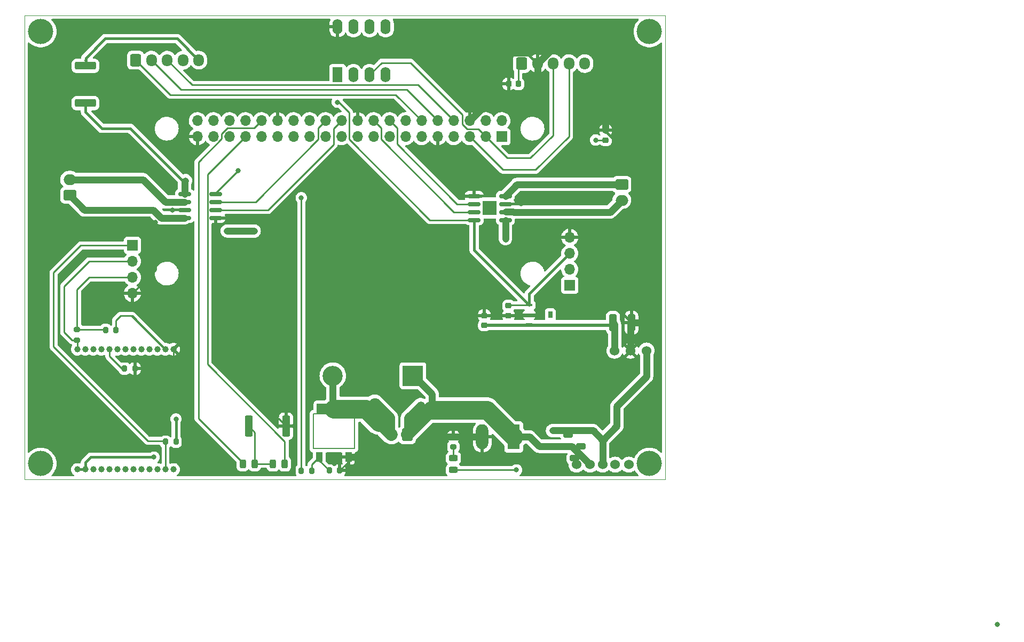
<source format=gtl>
G04 #@! TF.GenerationSoftware,KiCad,Pcbnew,(6.0.6)*
G04 #@! TF.CreationDate,2022-08-15T14:06:07+09:00*
G04 #@! TF.ProjectId,arliss,61726c69-7373-42e6-9b69-6361645f7063,rev?*
G04 #@! TF.SameCoordinates,Original*
G04 #@! TF.FileFunction,Copper,L1,Top*
G04 #@! TF.FilePolarity,Positive*
%FSLAX46Y46*%
G04 Gerber Fmt 4.6, Leading zero omitted, Abs format (unit mm)*
G04 Created by KiCad (PCBNEW (6.0.6)) date 2022-08-15 14:06:07*
%MOMM*%
%LPD*%
G01*
G04 APERTURE LIST*
G04 Aperture macros list*
%AMRoundRect*
0 Rectangle with rounded corners*
0 $1 Rounding radius*
0 $2 $3 $4 $5 $6 $7 $8 $9 X,Y pos of 4 corners*
0 Add a 4 corners polygon primitive as box body*
4,1,4,$2,$3,$4,$5,$6,$7,$8,$9,$2,$3,0*
0 Add four circle primitives for the rounded corners*
1,1,$1+$1,$2,$3*
1,1,$1+$1,$4,$5*
1,1,$1+$1,$6,$7*
1,1,$1+$1,$8,$9*
0 Add four rect primitives between the rounded corners*
20,1,$1+$1,$2,$3,$4,$5,0*
20,1,$1+$1,$4,$5,$6,$7,0*
20,1,$1+$1,$6,$7,$8,$9,0*
20,1,$1+$1,$8,$9,$2,$3,0*%
G04 Aperture macros list end*
G04 #@! TA.AperFunction,Profile*
%ADD10C,0.100000*%
G04 #@! TD*
G04 #@! TA.AperFunction,EtchedComponent*
%ADD11C,0.200000*%
G04 #@! TD*
G04 #@! TA.AperFunction,ComponentPad*
%ADD12C,1.000000*%
G04 #@! TD*
G04 #@! TA.AperFunction,ComponentPad*
%ADD13C,4.000000*%
G04 #@! TD*
G04 #@! TA.AperFunction,SMDPad,CuDef*
%ADD14RoundRect,0.225000X0.250000X-0.225000X0.250000X0.225000X-0.250000X0.225000X-0.250000X-0.225000X0*%
G04 #@! TD*
G04 #@! TA.AperFunction,ComponentPad*
%ADD15RoundRect,0.250000X-0.600000X-0.725000X0.600000X-0.725000X0.600000X0.725000X-0.600000X0.725000X0*%
G04 #@! TD*
G04 #@! TA.AperFunction,ComponentPad*
%ADD16O,1.700000X1.950000*%
G04 #@! TD*
G04 #@! TA.AperFunction,SMDPad,CuDef*
%ADD17RoundRect,0.200000X0.200000X0.275000X-0.200000X0.275000X-0.200000X-0.275000X0.200000X-0.275000X0*%
G04 #@! TD*
G04 #@! TA.AperFunction,ComponentPad*
%ADD18R,1.700000X1.700000*%
G04 #@! TD*
G04 #@! TA.AperFunction,ComponentPad*
%ADD19O,1.700000X1.700000*%
G04 #@! TD*
G04 #@! TA.AperFunction,SMDPad,CuDef*
%ADD20RoundRect,0.243750X0.243750X0.456250X-0.243750X0.456250X-0.243750X-0.456250X0.243750X-0.456250X0*%
G04 #@! TD*
G04 #@! TA.AperFunction,SMDPad,CuDef*
%ADD21R,1.000000X1.500000*%
G04 #@! TD*
G04 #@! TA.AperFunction,SMDPad,CuDef*
%ADD22R,5.400000X1.700000*%
G04 #@! TD*
G04 #@! TA.AperFunction,SMDPad,CuDef*
%ADD23RoundRect,0.200000X-0.200000X-0.275000X0.200000X-0.275000X0.200000X0.275000X-0.200000X0.275000X0*%
G04 #@! TD*
G04 #@! TA.AperFunction,ComponentPad*
%ADD24R,3.200000X3.200000*%
G04 #@! TD*
G04 #@! TA.AperFunction,ComponentPad*
%ADD25O,3.200000X3.200000*%
G04 #@! TD*
G04 #@! TA.AperFunction,SMDPad,CuDef*
%ADD26RoundRect,0.243750X-0.243750X-0.456250X0.243750X-0.456250X0.243750X0.456250X-0.243750X0.456250X0*%
G04 #@! TD*
G04 #@! TA.AperFunction,ComponentPad*
%ADD27RoundRect,0.250000X-0.750000X0.600000X-0.750000X-0.600000X0.750000X-0.600000X0.750000X0.600000X0*%
G04 #@! TD*
G04 #@! TA.AperFunction,ComponentPad*
%ADD28O,2.000000X1.700000*%
G04 #@! TD*
G04 #@! TA.AperFunction,SMDPad,CuDef*
%ADD29RoundRect,0.243750X-0.456250X0.243750X-0.456250X-0.243750X0.456250X-0.243750X0.456250X0.243750X0*%
G04 #@! TD*
G04 #@! TA.AperFunction,SMDPad,CuDef*
%ADD30RoundRect,0.225000X-0.250000X0.225000X-0.250000X-0.225000X0.250000X-0.225000X0.250000X0.225000X0*%
G04 #@! TD*
G04 #@! TA.AperFunction,SMDPad,CuDef*
%ADD31RoundRect,0.200000X-0.275000X0.200000X-0.275000X-0.200000X0.275000X-0.200000X0.275000X0.200000X0*%
G04 #@! TD*
G04 #@! TA.AperFunction,ComponentPad*
%ADD32C,1.524000*%
G04 #@! TD*
G04 #@! TA.AperFunction,ComponentPad*
%ADD33RoundRect,0.250000X0.750000X-0.600000X0.750000X0.600000X-0.750000X0.600000X-0.750000X-0.600000X0*%
G04 #@! TD*
G04 #@! TA.AperFunction,SMDPad,CuDef*
%ADD34RoundRect,0.150000X0.825000X0.150000X-0.825000X0.150000X-0.825000X-0.150000X0.825000X-0.150000X0*%
G04 #@! TD*
G04 #@! TA.AperFunction,ComponentPad*
%ADD35RoundRect,0.250000X0.512000X-0.250000X0.512000X0.250000X-0.512000X0.250000X-0.512000X-0.250000X0*%
G04 #@! TD*
G04 #@! TA.AperFunction,ComponentPad*
%ADD36RoundRect,0.250000X0.600000X0.750000X-0.600000X0.750000X-0.600000X-0.750000X0.600000X-0.750000X0*%
G04 #@! TD*
G04 #@! TA.AperFunction,ComponentPad*
%ADD37O,1.700000X2.000000*%
G04 #@! TD*
G04 #@! TA.AperFunction,SMDPad,CuDef*
%ADD38RoundRect,0.150000X-0.825000X-0.150000X0.825000X-0.150000X0.825000X0.150000X-0.825000X0.150000X0*%
G04 #@! TD*
G04 #@! TA.AperFunction,SMDPad,CuDef*
%ADD39R,2.300000X2.300000*%
G04 #@! TD*
G04 #@! TA.AperFunction,SMDPad,CuDef*
%ADD40R,1.000000X0.400000*%
G04 #@! TD*
G04 #@! TA.AperFunction,SMDPad,CuDef*
%ADD41R,0.400000X1.000000*%
G04 #@! TD*
G04 #@! TA.AperFunction,SMDPad,CuDef*
%ADD42RoundRect,0.225000X0.225000X0.250000X-0.225000X0.250000X-0.225000X-0.250000X0.225000X-0.250000X0*%
G04 #@! TD*
G04 #@! TA.AperFunction,SMDPad,CuDef*
%ADD43RoundRect,0.250000X-1.425000X0.362500X-1.425000X-0.362500X1.425000X-0.362500X1.425000X0.362500X0*%
G04 #@! TD*
G04 #@! TA.AperFunction,SMDPad,CuDef*
%ADD44RoundRect,0.250000X0.362500X1.425000X-0.362500X1.425000X-0.362500X-1.425000X0.362500X-1.425000X0*%
G04 #@! TD*
G04 #@! TA.AperFunction,ComponentPad*
%ADD45R,1.980000X3.960000*%
G04 #@! TD*
G04 #@! TA.AperFunction,ComponentPad*
%ADD46O,1.980000X3.960000*%
G04 #@! TD*
G04 #@! TA.AperFunction,ComponentPad*
%ADD47R,1.600000X2.400000*%
G04 #@! TD*
G04 #@! TA.AperFunction,ComponentPad*
%ADD48O,1.600000X2.400000*%
G04 #@! TD*
G04 #@! TA.AperFunction,SMDPad,CuDef*
%ADD49RoundRect,0.250000X0.325000X1.100000X-0.325000X1.100000X-0.325000X-1.100000X0.325000X-1.100000X0*%
G04 #@! TD*
G04 #@! TA.AperFunction,ViaPad*
%ADD50C,0.800000*%
G04 #@! TD*
G04 #@! TA.AperFunction,Conductor*
%ADD51C,0.450000*%
G04 #@! TD*
G04 #@! TA.AperFunction,Conductor*
%ADD52C,0.250000*%
G04 #@! TD*
G04 #@! TA.AperFunction,Conductor*
%ADD53C,1.100000*%
G04 #@! TD*
G04 #@! TA.AperFunction,Conductor*
%ADD54C,3.000000*%
G04 #@! TD*
G04 #@! TA.AperFunction,Conductor*
%ADD55C,2.000000*%
G04 #@! TD*
G04 APERTURE END LIST*
D10*
X76200000Y-50800000D02*
X177800000Y-50800000D01*
X177800000Y-50800000D02*
X177800000Y-124460000D01*
X177800000Y-124460000D02*
X76200000Y-124460000D01*
X76200000Y-124460000D02*
X76200000Y-50800000D01*
D11*
X128480000Y-119550000D02*
X121980000Y-119550000D01*
X121980000Y-119550000D02*
X121980000Y-114050000D01*
X121980000Y-114050000D02*
X128480000Y-114050000D01*
X128480000Y-114050000D02*
X128480000Y-119550000D01*
D12*
X99796800Y-103769000D03*
X98526800Y-103769000D03*
X97256800Y-103769000D03*
X95986800Y-103769000D03*
X94716800Y-103769000D03*
X93446800Y-103769000D03*
X92176800Y-103769000D03*
X90906800Y-103769000D03*
X89636800Y-103769000D03*
X88366800Y-103769000D03*
X87096800Y-103769000D03*
X85826800Y-103769000D03*
X84556800Y-103769000D03*
X84556800Y-122869000D03*
X85826800Y-122869000D03*
X87096800Y-122869000D03*
X88366800Y-122869000D03*
X89636800Y-122869000D03*
X90906800Y-122869000D03*
X92176800Y-122869000D03*
X93446800Y-122869000D03*
X94716800Y-122869000D03*
X95986800Y-122869000D03*
X97256800Y-122869000D03*
X98526800Y-122869000D03*
X99796800Y-122869000D03*
D13*
X78740000Y-53340000D03*
D14*
X152920000Y-98425000D03*
X152920000Y-96875000D03*
D15*
X93800000Y-57882500D03*
D16*
X96300000Y-57882500D03*
X98800000Y-57882500D03*
X101300000Y-57882500D03*
X103800000Y-57882500D03*
D17*
X121705000Y-123050000D03*
X120055000Y-123050000D03*
D18*
X151855000Y-70025000D03*
D19*
X151855000Y-67485000D03*
X149315000Y-70025000D03*
X149315000Y-67485000D03*
X146775000Y-70025000D03*
X146775000Y-67485000D03*
X144235000Y-70025000D03*
X144235000Y-67485000D03*
X141695000Y-70025000D03*
X141695000Y-67485000D03*
X139155000Y-70025000D03*
X139155000Y-67485000D03*
X136615000Y-70025000D03*
X136615000Y-67485000D03*
X134075000Y-70025000D03*
X134075000Y-67485000D03*
X131535000Y-70025000D03*
X131535000Y-67485000D03*
X128995000Y-70025000D03*
X128995000Y-67485000D03*
X126455000Y-70025000D03*
X126455000Y-67485000D03*
X123915000Y-70025000D03*
X123915000Y-67485000D03*
X121375000Y-70025000D03*
X121375000Y-67485000D03*
X118835000Y-70025000D03*
X118835000Y-67485000D03*
X116295000Y-70025000D03*
X116295000Y-67485000D03*
X113755000Y-70025000D03*
X113755000Y-67485000D03*
X111215000Y-70025000D03*
X111215000Y-67485000D03*
X108675000Y-70025000D03*
X108675000Y-67485000D03*
X106135000Y-70025000D03*
X106135000Y-67485000D03*
X103595000Y-70025000D03*
X103595000Y-67485000D03*
D20*
X112657500Y-121950000D03*
X110782500Y-121950000D03*
D18*
X162640000Y-93630000D03*
D19*
X162640000Y-91090000D03*
X162640000Y-88550000D03*
X162640000Y-86010000D03*
D21*
X122930000Y-120850000D03*
D22*
X125230000Y-113300000D03*
D21*
X127530000Y-120850000D03*
D23*
X89045000Y-100730000D03*
X90695000Y-100730000D03*
D17*
X126145000Y-123040000D03*
X124495000Y-123040000D03*
D24*
X137760000Y-107990000D03*
D25*
X125060000Y-107990000D03*
D26*
X115562500Y-121990000D03*
X117437500Y-121990000D03*
D27*
X170887500Y-77620000D03*
D28*
X170887500Y-80120000D03*
D17*
X93685000Y-106850000D03*
X92035000Y-106850000D03*
D29*
X144175000Y-121050000D03*
X144175000Y-122925000D03*
D30*
X149080000Y-98415000D03*
X149080000Y-99965000D03*
D31*
X84500000Y-100675000D03*
X84500000Y-102325000D03*
D32*
X167850000Y-122100000D03*
X165850000Y-122100000D03*
X163700000Y-122100000D03*
X169850000Y-122100000D03*
X172000000Y-122100000D03*
D33*
X83338500Y-79320400D03*
D28*
X83338500Y-76820400D03*
D34*
X106500000Y-82920000D03*
X106500000Y-81650000D03*
X106500000Y-80380000D03*
X106500000Y-79110000D03*
X101550000Y-79110000D03*
X101550000Y-80380000D03*
X101550000Y-81650000D03*
X101550000Y-82920000D03*
D30*
X168320000Y-69015000D03*
X168320000Y-70565000D03*
D35*
X162401600Y-117293000D03*
X164401600Y-119193000D03*
X163401600Y-121093000D03*
D36*
X136875000Y-117367500D03*
D37*
X134375000Y-117367500D03*
D38*
X147475000Y-79445000D03*
X147475000Y-80715000D03*
X147475000Y-81985000D03*
X147475000Y-83255000D03*
X152425000Y-83255000D03*
X152425000Y-81985000D03*
X152425000Y-80715000D03*
X152425000Y-79445000D03*
D39*
X149950000Y-81350000D03*
D40*
X156210000Y-96790000D03*
X156210000Y-98290000D03*
X156210000Y-99790000D03*
D41*
X159710000Y-98290000D03*
X159410000Y-98290000D03*
D42*
X154485000Y-61650000D03*
X152935000Y-61650000D03*
D31*
X144190000Y-117625000D03*
X144190000Y-119275000D03*
D43*
X85835200Y-58775700D03*
X85835200Y-64700700D03*
D18*
X93270000Y-87280000D03*
D19*
X93270000Y-89820000D03*
X93270000Y-92360000D03*
X93270000Y-94900000D03*
D15*
X155020000Y-58412500D03*
D16*
X157520000Y-58412500D03*
X160020000Y-58412500D03*
X162520000Y-58412500D03*
X165020000Y-58412500D03*
D32*
X174815000Y-104000000D03*
X172275000Y-104000000D03*
X169735000Y-104000000D03*
D44*
X117632500Y-116010000D03*
X111707500Y-116010000D03*
D13*
X78740000Y-121920000D03*
D17*
X100185000Y-118470000D03*
X98535000Y-118470000D03*
D13*
X175260000Y-53340000D03*
D45*
X153765000Y-117700000D03*
D46*
X148765000Y-117700000D03*
D47*
X125810000Y-60185000D03*
D48*
X128350000Y-60185000D03*
X130890000Y-60185000D03*
X133430000Y-60185000D03*
X133430000Y-52565000D03*
X130890000Y-52565000D03*
X128350000Y-52565000D03*
X125810000Y-52565000D03*
D49*
X172425000Y-99575000D03*
X169475000Y-99575000D03*
D13*
X175260000Y-121920000D03*
D50*
X96706400Y-120920200D03*
X230462800Y-147437800D03*
X120060000Y-79720000D03*
X108300000Y-84990000D03*
X152440000Y-86220000D03*
X101690000Y-77000000D03*
X112590000Y-85010000D03*
X125535400Y-81347000D03*
X133434800Y-81194600D03*
X151011600Y-109134600D03*
X79840800Y-109363200D03*
X174125600Y-60874600D03*
X174100200Y-69002600D03*
X96950000Y-83660000D03*
X140648400Y-88814600D03*
X133180800Y-95469400D03*
X87613200Y-116881600D03*
X156015400Y-104080000D03*
X82177600Y-66030800D03*
X166048400Y-111674600D03*
X120734800Y-56963000D03*
X145525200Y-58410800D03*
X118940000Y-116010000D03*
X108570000Y-92330000D03*
X125764000Y-88865400D03*
X99640000Y-81650000D03*
X132977600Y-88713000D03*
X82253800Y-58258400D03*
X114384800Y-56963000D03*
X154890000Y-80700000D03*
X112810000Y-104308600D03*
X145703000Y-104080000D03*
X166745000Y-70565000D03*
X100185000Y-114855000D03*
X110020000Y-75450000D03*
X125790000Y-64550000D03*
X154180000Y-122950000D03*
D51*
X85826800Y-121766800D02*
X86673400Y-120920200D01*
X86673400Y-120920200D02*
X96706400Y-120920200D01*
X85826800Y-122869000D02*
X85826800Y-121766800D01*
X84556800Y-122869000D02*
X85826800Y-122869000D01*
D52*
X98526800Y-122869000D02*
X98526800Y-118478200D01*
X98526800Y-118478200D02*
X98535000Y-118470000D01*
X99796800Y-105073200D02*
X99790000Y-105080000D01*
X99796800Y-103769000D02*
X99796800Y-105073200D01*
X93247800Y-98490000D02*
X93110000Y-98490000D01*
X98526800Y-103769000D02*
X93247800Y-98490000D01*
X97701800Y-102944000D02*
X97576200Y-102944000D01*
X98526800Y-103769000D02*
X97701800Y-102944000D01*
X89630000Y-104920000D02*
X89630000Y-103900000D01*
X91560000Y-106850000D02*
X89630000Y-104920000D01*
X92035000Y-106850000D02*
X91560000Y-106850000D01*
X84556800Y-102381800D02*
X84500000Y-102325000D01*
X84556800Y-103769000D02*
X84556800Y-102381800D01*
X135045000Y-63375000D02*
X99292500Y-63375000D01*
X99292500Y-63375000D02*
X93800000Y-57882500D01*
X139155000Y-67485000D02*
X135045000Y-63375000D01*
X141695000Y-67485000D02*
X136780000Y-62570000D01*
X136780000Y-62570000D02*
X100987500Y-62570000D01*
X100987500Y-62570000D02*
X96300000Y-57882500D01*
X96300000Y-58007500D02*
X96300000Y-57882500D01*
X102742500Y-61825000D02*
X98800000Y-57882500D01*
X138575000Y-61825000D02*
X102742500Y-61825000D01*
X144235000Y-67485000D02*
X138575000Y-61825000D01*
X135270000Y-68680000D02*
X134075000Y-67485000D01*
X144773556Y-80715000D02*
X135270000Y-71211444D01*
X147475000Y-80715000D02*
X144773556Y-80715000D01*
X135270000Y-71211444D02*
X135270000Y-68680000D01*
X147475000Y-81985000D02*
X144245000Y-81985000D01*
X132710000Y-70450000D02*
X132710000Y-68660000D01*
X144245000Y-81985000D02*
X132710000Y-70450000D01*
X132710000Y-68660000D02*
X131535000Y-67485000D01*
X125185000Y-71286444D02*
X125185000Y-68755000D01*
X106500000Y-81650000D02*
X114821444Y-81650000D01*
X125185000Y-68755000D02*
X126455000Y-67485000D01*
X114821444Y-81650000D02*
X125185000Y-71286444D01*
X106500000Y-80380000D02*
X112800000Y-80380000D01*
X122740000Y-70440000D02*
X122740000Y-68660000D01*
X112800000Y-80380000D02*
X122740000Y-70440000D01*
X122740000Y-68660000D02*
X123915000Y-67485000D01*
X120055000Y-79725000D02*
X120060000Y-79720000D01*
X120055000Y-123050000D02*
X120055000Y-79725000D01*
X110782500Y-121792500D02*
X103760000Y-114770000D01*
X107460000Y-70361701D02*
X107460000Y-69578299D01*
X112580000Y-68660000D02*
X113755000Y-67485000D01*
X108378299Y-68660000D02*
X112580000Y-68660000D01*
X110782500Y-121950000D02*
X110782500Y-121792500D01*
X107460000Y-69578299D02*
X108378299Y-68660000D01*
X103760000Y-114770000D02*
X103760000Y-74061701D01*
X103760000Y-74061701D02*
X107460000Y-70361701D01*
X117437500Y-121990000D02*
X117437500Y-118415673D01*
X117437500Y-118415673D02*
X105200000Y-106178173D01*
X105200000Y-106178173D02*
X105200000Y-76040000D01*
X105200000Y-76040000D02*
X111215000Y-70025000D01*
D53*
X140720100Y-110790100D02*
X140817500Y-110887500D01*
X101550000Y-79110000D02*
X101550000Y-77140000D01*
X137524200Y-115002000D02*
X137702000Y-115002000D01*
X152440000Y-86220000D02*
X152440000Y-83270000D01*
D51*
X92980000Y-68710000D02*
X101270000Y-77000000D01*
X85835200Y-64700700D02*
X85835200Y-66115200D01*
D53*
X137760000Y-107990000D02*
X137920000Y-107990000D01*
X157768000Y-119193000D02*
X159901600Y-119193000D01*
X137920000Y-107990000D02*
X140817500Y-110887500D01*
X162943000Y-119193000D02*
X165850000Y-122100000D01*
X137524200Y-114011400D02*
X137524200Y-115002000D01*
D51*
X101270000Y-77000000D02*
X101690000Y-77000000D01*
D53*
X134375000Y-114545200D02*
X131885400Y-112055600D01*
X159901600Y-119193000D02*
X162943000Y-119193000D01*
X134375000Y-114545200D02*
X133570200Y-115350000D01*
D54*
X130307500Y-113300000D02*
X125230000Y-113300000D01*
D53*
X139149800Y-112741400D02*
X138972000Y-112563600D01*
X152440000Y-83270000D02*
X152425000Y-83255000D01*
X108300000Y-84990000D02*
X112570000Y-84990000D01*
D52*
X125060000Y-113130000D02*
X125230000Y-113300000D01*
D53*
X133570200Y-115350000D02*
X132357500Y-115350000D01*
D54*
X149490000Y-113425000D02*
X140817500Y-113425000D01*
D53*
X156275000Y-117700000D02*
X157768000Y-119193000D01*
X131529800Y-112055600D02*
X130385400Y-113200000D01*
X153765000Y-117700000D02*
X156275000Y-117700000D01*
X134375000Y-117367500D02*
X134375000Y-114545200D01*
X139149800Y-113554200D02*
X139149800Y-112741400D01*
D52*
X140720100Y-110790100D02*
X137900000Y-107970000D01*
D51*
X88430000Y-68710000D02*
X92980000Y-68710000D01*
D53*
X112570000Y-84990000D02*
X112590000Y-85010000D01*
X125060000Y-107990000D02*
X125060000Y-113030000D01*
X101550000Y-77140000D02*
X101690000Y-77000000D01*
D55*
X134375000Y-117367500D02*
X132357500Y-115350000D01*
D54*
X153765000Y-117700000D02*
X149490000Y-113425000D01*
D53*
X138972000Y-112563600D02*
X136875000Y-114660600D01*
D55*
X140817500Y-113425000D02*
X136875000Y-117367500D01*
D53*
X130385400Y-113200000D02*
X125230000Y-113200000D01*
X137702000Y-115002000D02*
X139149800Y-113554200D01*
X140817500Y-110887500D02*
X140817500Y-113425000D01*
D54*
X132357500Y-115350000D02*
X130307500Y-113300000D01*
D53*
X131885400Y-112055600D02*
X131529800Y-112055600D01*
D51*
X85835200Y-66115200D02*
X88430000Y-68710000D01*
D53*
X125060000Y-113030000D02*
X125230000Y-113200000D01*
D52*
X125060000Y-107990000D02*
X125060000Y-113130000D01*
D53*
X136875000Y-114660600D02*
X136875000Y-117367500D01*
D52*
X115522500Y-121950000D02*
X115562500Y-121990000D01*
X112657500Y-121950000D02*
X115522500Y-121950000D01*
X112657500Y-121950000D02*
X112657500Y-116960000D01*
X112657500Y-116960000D02*
X111707500Y-116010000D01*
D51*
X165270000Y-54510000D02*
X161540000Y-54510000D01*
D52*
X118980000Y-116050000D02*
X118940000Y-116010000D01*
D51*
X174714620Y-75565380D02*
X168320000Y-69170761D01*
D52*
X127530000Y-121655000D02*
X127530000Y-120850000D01*
X153055000Y-98290000D02*
X156210000Y-98290000D01*
X93695000Y-106860000D02*
X93685000Y-106850000D01*
D51*
X159250000Y-96200000D02*
X169050000Y-96200000D01*
D52*
X157160000Y-98290000D02*
X159250000Y-96200000D01*
X106500000Y-104877500D02*
X117632500Y-116010000D01*
X156220000Y-57112500D02*
X152762500Y-57112500D01*
X101770000Y-81650000D02*
X101820000Y-81700000D01*
D53*
X168320000Y-57560000D02*
X165270000Y-54510000D01*
D52*
X96950000Y-85720002D02*
X96974999Y-85745001D01*
D53*
X157520000Y-58412500D02*
X161422500Y-54510000D01*
D52*
X99790000Y-103900000D02*
X99790000Y-105080000D01*
X168250000Y-57490000D02*
X165270000Y-54510000D01*
X154875000Y-80715000D02*
X154890000Y-80700000D01*
D51*
X146902500Y-62972500D02*
X146775000Y-63100000D01*
D53*
X172275000Y-104000000D02*
X172275000Y-99725000D01*
D52*
X152762500Y-57112500D02*
X149977500Y-59897500D01*
D53*
X155558200Y-64837000D02*
X149423000Y-64837000D01*
X157520000Y-62875200D02*
X155558200Y-64837000D01*
X157520000Y-58412500D02*
X157520000Y-62875200D01*
D51*
X149080000Y-98415000D02*
X157035000Y-98415000D01*
D52*
X93270000Y-94900000D02*
X96974999Y-91195001D01*
X96950000Y-83660000D02*
X96950000Y-85720002D01*
X149080000Y-98415000D02*
X152910000Y-98415000D01*
D53*
X175065000Y-98295000D02*
X175065000Y-75915760D01*
D52*
X112060000Y-92330000D02*
X117632500Y-97902500D01*
X126145000Y-123040000D02*
X127530000Y-121655000D01*
X147057500Y-62817500D02*
X146902500Y-62972500D01*
D51*
X152862500Y-57012500D02*
X147057500Y-62817500D01*
D52*
X157520000Y-58412500D02*
X156220000Y-57112500D01*
D53*
X140950000Y-117525000D02*
X141125000Y-117700000D01*
D52*
X152425000Y-80715000D02*
X154875000Y-80715000D01*
X172275000Y-99725000D02*
X172275000Y-102913000D01*
X99790000Y-105080000D02*
X98010000Y-106860000D01*
D51*
X157035000Y-98415000D02*
X159250000Y-96200000D01*
D52*
X152910000Y-98415000D02*
X152920000Y-98425000D01*
D51*
X146775000Y-63100000D02*
X146775000Y-67485000D01*
D52*
X106500000Y-82920000D02*
X106500000Y-104877500D01*
X152920000Y-98425000D02*
X153055000Y-98290000D01*
D51*
X169050000Y-96200000D02*
X172425000Y-99575000D01*
X168320000Y-57560000D02*
X168250000Y-57490000D01*
D53*
X161422500Y-54510000D02*
X165270000Y-54510000D01*
D52*
X161540000Y-54510000D02*
X161422500Y-54510000D01*
D53*
X173785000Y-99575000D02*
X175065000Y-98295000D01*
D51*
X168320000Y-69170761D02*
X168320000Y-69015000D01*
D52*
X117632500Y-116010000D02*
X118940000Y-116010000D01*
X149977500Y-59897500D02*
X147057500Y-62817500D01*
X152935000Y-61650000D02*
X151730000Y-61650000D01*
X96974999Y-91195001D02*
X96974999Y-85745001D01*
D51*
X156120000Y-57012500D02*
X152862500Y-57012500D01*
D52*
X99640000Y-81650000D02*
X101550000Y-81650000D01*
D51*
X174714620Y-75565380D02*
X175065000Y-75915760D01*
D53*
X172425000Y-99575000D02*
X173785000Y-99575000D01*
D52*
X156210000Y-98290000D02*
X157160000Y-98290000D01*
D53*
X149423000Y-64837000D02*
X146775000Y-67485000D01*
D52*
X101550000Y-81650000D02*
X101770000Y-81650000D01*
D53*
X168320000Y-69015000D02*
X168320000Y-57560000D01*
D52*
X137330000Y-120850000D02*
X137477500Y-120997500D01*
D53*
X127530000Y-120850000D02*
X137330000Y-120850000D01*
D51*
X157520000Y-58412500D02*
X156120000Y-57012500D01*
D53*
X137477500Y-120997500D02*
X140950000Y-117525000D01*
D52*
X151730000Y-61650000D02*
X149977500Y-59897500D01*
X98010000Y-106860000D02*
X93695000Y-106860000D01*
D53*
X141125000Y-117700000D02*
X148765000Y-117700000D01*
X172275000Y-99725000D02*
X172425000Y-99575000D01*
D52*
X108570000Y-92330000D02*
X112060000Y-92330000D01*
X117632500Y-97902500D02*
X117632500Y-116010000D01*
X169475000Y-99575000D02*
X169400000Y-99500000D01*
D53*
X169735000Y-99835000D02*
X169475000Y-99575000D01*
D52*
X149080000Y-99965000D02*
X149255000Y-99790000D01*
X156210000Y-99790000D02*
X169260000Y-99790000D01*
D51*
X149080000Y-99965000D02*
X169085000Y-99965000D01*
D52*
X169260000Y-99790000D02*
X169475000Y-99575000D01*
D53*
X169735000Y-104000000D02*
X169735000Y-99835000D01*
D52*
X149255000Y-99790000D02*
X156210000Y-99790000D01*
X166620000Y-70440000D02*
X166745000Y-70565000D01*
D51*
X169085000Y-99965000D02*
X169475000Y-99575000D01*
D52*
X168320000Y-70565000D02*
X166745000Y-70565000D01*
X125970000Y-64520000D02*
X125820000Y-64520000D01*
X106500000Y-78970000D02*
X106500000Y-79110000D01*
D51*
X156210000Y-94980000D02*
X156210000Y-96790000D01*
D52*
X147475000Y-83255000D02*
X140445000Y-83255000D01*
X153005000Y-96790000D02*
X152920000Y-96875000D01*
X93270000Y-92360000D02*
X86420000Y-92360000D01*
D51*
X100185000Y-114855000D02*
X100185000Y-118470000D01*
X156210000Y-96790000D02*
X147475000Y-88055000D01*
D52*
X156210000Y-96790000D02*
X153005000Y-96790000D01*
X88990000Y-100675000D02*
X89045000Y-100730000D01*
X154485000Y-61650000D02*
X154485000Y-58947500D01*
X100290000Y-114660000D02*
X100290000Y-114750000D01*
X140445000Y-83255000D02*
X127630000Y-70440000D01*
X125820000Y-64520000D02*
X125790000Y-64550000D01*
X127630000Y-66180000D02*
X125970000Y-64520000D01*
X127630000Y-70440000D02*
X127630000Y-66180000D01*
D51*
X162640000Y-88550000D02*
X156210000Y-94980000D01*
D52*
X100290000Y-114750000D02*
X100185000Y-114855000D01*
X84500000Y-100675000D02*
X88990000Y-100675000D01*
X154485000Y-58947500D02*
X155020000Y-58412500D01*
X84500000Y-94280000D02*
X84500000Y-100675000D01*
X86420000Y-92360000D02*
X84500000Y-94280000D01*
X110020000Y-75450000D02*
X106500000Y-78970000D01*
D51*
X147475000Y-88055000D02*
X147475000Y-83255000D01*
D52*
X144175000Y-122925000D02*
X154155000Y-122925000D01*
X154155000Y-122925000D02*
X154180000Y-122950000D01*
D51*
X170100000Y-115975000D02*
X170100000Y-113200000D01*
D53*
X166318000Y-116693000D02*
X167850000Y-118225000D01*
X167850000Y-118225000D02*
X170100000Y-115975000D01*
D51*
X169950000Y-112975000D02*
X172375000Y-110550000D01*
D53*
X159901600Y-116693000D02*
X166318000Y-116693000D01*
X174815000Y-104000000D02*
X174815000Y-108110000D01*
D51*
X171925000Y-111000000D02*
X172375000Y-110550000D01*
D53*
X167850000Y-122100000D02*
X167850000Y-118225000D01*
D51*
X172375000Y-110550000D02*
X174815000Y-108110000D01*
D53*
X170100000Y-115975000D02*
X170100000Y-112825000D01*
X170100000Y-112825000D02*
X174815000Y-108110000D01*
D51*
X171960000Y-111000000D02*
X171925000Y-111000000D01*
D52*
X145600000Y-66530000D02*
X145600000Y-68090000D01*
X156395000Y-73430000D02*
X160020000Y-69805000D01*
X152720000Y-73430000D02*
X156395000Y-73430000D01*
X148140000Y-68850000D02*
X149315000Y-70025000D01*
X137350000Y-58280000D02*
X145600000Y-66530000D01*
X160020000Y-69805000D02*
X160020000Y-58412500D01*
X145600000Y-68090000D02*
X146360000Y-68850000D01*
X132795000Y-58280000D02*
X137350000Y-58280000D01*
X130890000Y-60185000D02*
X132795000Y-58280000D01*
X146360000Y-68850000D02*
X148140000Y-68850000D01*
X149315000Y-70025000D02*
X152720000Y-73430000D01*
X152025000Y-75275000D02*
X146775000Y-70025000D01*
X162520000Y-58412500D02*
X162520000Y-69980000D01*
X157225000Y-75275000D02*
X152025000Y-75275000D01*
X162520000Y-69980000D02*
X157225000Y-75275000D01*
X93110000Y-98490000D02*
X91410000Y-98490000D01*
X90695000Y-99205000D02*
X90695000Y-100730000D01*
X98520000Y-103900000D02*
X93110000Y-98490000D01*
X91410000Y-98490000D02*
X90695000Y-99205000D01*
X82450000Y-101090000D02*
X83685000Y-102325000D01*
X93270000Y-89820000D02*
X86420000Y-89820000D01*
X86420000Y-89820000D02*
X82450000Y-93790000D01*
X82450000Y-93790000D02*
X82450000Y-101090000D01*
X83685000Y-102325000D02*
X84500000Y-102325000D01*
X86400000Y-87300000D02*
X85080000Y-87300000D01*
X98375000Y-118310000D02*
X98535000Y-118470000D01*
X80780000Y-103370000D02*
X95720000Y-118310000D01*
X86420000Y-87280000D02*
X93270000Y-87280000D01*
X80780000Y-91600000D02*
X80780000Y-103370000D01*
X85080000Y-87300000D02*
X80780000Y-91600000D01*
X95720000Y-118310000D02*
X98375000Y-118310000D01*
X86400000Y-87300000D02*
X86420000Y-87280000D01*
X144175000Y-119290000D02*
X144190000Y-119275000D01*
X144175000Y-121050000D02*
X144175000Y-119290000D01*
X121705000Y-123050000D02*
X121705000Y-122075000D01*
X121705000Y-122075000D02*
X122930000Y-120850000D01*
X122930000Y-121475000D02*
X124495000Y-123040000D01*
X122930000Y-120850000D02*
X122930000Y-121475000D01*
D53*
X154250000Y-77620000D02*
X152425000Y-79445000D01*
X170887500Y-77620000D02*
X154250000Y-77620000D01*
X170887500Y-80120000D02*
X169022500Y-81985000D01*
D52*
X152425000Y-81985000D02*
X169022500Y-81985000D01*
D53*
X153685000Y-81955000D02*
X152425000Y-81955000D01*
X153715000Y-81985000D02*
X153685000Y-81955000D01*
X169022500Y-81985000D02*
X153715000Y-81985000D01*
X96568146Y-81651800D02*
X85669900Y-81651800D01*
X97836346Y-82920000D02*
X96568146Y-81651800D01*
X101550000Y-82920000D02*
X97836346Y-82920000D01*
X85669900Y-81651800D02*
X83338500Y-79320400D01*
X94948400Y-76820400D02*
X98538000Y-80410000D01*
X83338500Y-76820400D02*
X94948400Y-76820400D01*
X98538000Y-80410000D02*
X101550000Y-80410000D01*
D51*
X100367500Y-54450000D02*
X103800000Y-57882500D01*
X85875000Y-57545000D02*
X88970000Y-54450000D01*
X85875000Y-58735900D02*
X85835200Y-58775700D01*
X85835200Y-57902800D02*
X85875000Y-57863000D01*
X85875000Y-57863000D02*
X85875000Y-57545000D01*
X88970000Y-54450000D02*
X100367500Y-54450000D01*
D52*
X85835200Y-58775700D02*
X85835200Y-57902800D01*
D51*
X85875000Y-57863000D02*
X85875000Y-58735900D01*
G04 #@! TA.AperFunction,Conductor*
G36*
X129491483Y-115328502D02*
G01*
X129512457Y-115345405D01*
X130986877Y-116819825D01*
X131145803Y-116957977D01*
X131381382Y-117110964D01*
X131635961Y-117229676D01*
X131640161Y-117230960D01*
X131640166Y-117230962D01*
X131714027Y-117253543D01*
X131904583Y-117311801D01*
X131908928Y-117312489D01*
X131908927Y-117312489D01*
X132177673Y-117355056D01*
X132177680Y-117355057D01*
X132182020Y-117355744D01*
X132186421Y-117355821D01*
X132188470Y-117356000D01*
X132254589Y-117381863D01*
X132266585Y-117392426D01*
X133351464Y-118477305D01*
X133353374Y-118478931D01*
X133353381Y-118478937D01*
X133485868Y-118591692D01*
X133489720Y-118594970D01*
X133697358Y-118720721D01*
X133922429Y-118811655D01*
X133927360Y-118812775D01*
X133927359Y-118812775D01*
X134063687Y-118843748D01*
X134073134Y-118846284D01*
X134077131Y-118847525D01*
X134077136Y-118847526D01*
X134082227Y-118849107D01*
X134088618Y-118849954D01*
X134099979Y-118851993D01*
X134154213Y-118864315D01*
X134154217Y-118864316D01*
X134159144Y-118865435D01*
X134164191Y-118865753D01*
X134164194Y-118865753D01*
X134242901Y-118870705D01*
X134251544Y-118871548D01*
X134305489Y-118878698D01*
X134305495Y-118878698D01*
X134310774Y-118879398D01*
X134316102Y-118879198D01*
X134316103Y-118879198D01*
X134320571Y-118879030D01*
X134348484Y-118877982D01*
X134361107Y-118878142D01*
X134401413Y-118880678D01*
X134475038Y-118873459D01*
X134482597Y-118872947D01*
X134497266Y-118872397D01*
X134535815Y-118870950D01*
X134535820Y-118870949D01*
X134541158Y-118870749D01*
X134568199Y-118865075D01*
X134581757Y-118862994D01*
X134643002Y-118856989D01*
X134647893Y-118855697D01*
X134647897Y-118855696D01*
X134758074Y-118826586D01*
X134877696Y-118794981D01*
X134903860Y-118783332D01*
X135094832Y-118698305D01*
X135094834Y-118698304D01*
X135099456Y-118696246D01*
X135103684Y-118693479D01*
X135103690Y-118693476D01*
X135298347Y-118566096D01*
X135302579Y-118563327D01*
X135357299Y-118513361D01*
X135418061Y-118457877D01*
X135481852Y-118426713D01*
X135552365Y-118434985D01*
X135610165Y-118484616D01*
X135676522Y-118591848D01*
X135801697Y-118716805D01*
X135807927Y-118720645D01*
X135807928Y-118720646D01*
X135945090Y-118805194D01*
X135952262Y-118809615D01*
X136014948Y-118830407D01*
X136113611Y-118863132D01*
X136113613Y-118863132D01*
X136120139Y-118865297D01*
X136126975Y-118865997D01*
X136126978Y-118865998D01*
X136170031Y-118870409D01*
X136224600Y-118876000D01*
X136850984Y-118876000D01*
X136854502Y-118876049D01*
X136949150Y-118878693D01*
X136949153Y-118878693D01*
X136954205Y-118878834D01*
X136967150Y-118877107D01*
X136983812Y-118876000D01*
X137525400Y-118876000D01*
X137528646Y-118875663D01*
X137528650Y-118875663D01*
X137624308Y-118865738D01*
X137624312Y-118865737D01*
X137631166Y-118865026D01*
X137637702Y-118862845D01*
X137637704Y-118862845D01*
X137789417Y-118812229D01*
X137798946Y-118809050D01*
X137949348Y-118715978D01*
X138074305Y-118590803D01*
X138141016Y-118482579D01*
X138163275Y-118446468D01*
X138163276Y-118446466D01*
X138167115Y-118440238D01*
X138222797Y-118272361D01*
X138224998Y-118250885D01*
X138231851Y-118183994D01*
X138258692Y-118118266D01*
X138268100Y-118107741D01*
X139019255Y-117356586D01*
X143208087Y-117356586D01*
X143211475Y-117368124D01*
X143212865Y-117369329D01*
X143220548Y-117371000D01*
X143917885Y-117371000D01*
X143933124Y-117366525D01*
X143934329Y-117365135D01*
X143936000Y-117357452D01*
X143936000Y-117352885D01*
X144444000Y-117352885D01*
X144448475Y-117368124D01*
X144449865Y-117369329D01*
X144457548Y-117371000D01*
X145154884Y-117371000D01*
X145170123Y-117366525D01*
X145171328Y-117365135D01*
X145172291Y-117360706D01*
X145166868Y-117301685D01*
X145164257Y-117288649D01*
X145117285Y-117138757D01*
X145111079Y-117125012D01*
X145030176Y-116991426D01*
X145020869Y-116979557D01*
X144910443Y-116869131D01*
X144898574Y-116859824D01*
X144764988Y-116778921D01*
X144751243Y-116772715D01*
X144601356Y-116725744D01*
X144588306Y-116723131D01*
X144524479Y-116717266D01*
X144518691Y-116717000D01*
X144462115Y-116717000D01*
X144446876Y-116721475D01*
X144445671Y-116722865D01*
X144444000Y-116730548D01*
X144444000Y-117352885D01*
X143936000Y-117352885D01*
X143936000Y-116735116D01*
X143931525Y-116719877D01*
X143930135Y-116718672D01*
X143922452Y-116717001D01*
X143861295Y-116717001D01*
X143855546Y-116717264D01*
X143791685Y-116723132D01*
X143778649Y-116725743D01*
X143628757Y-116772715D01*
X143615012Y-116778921D01*
X143481426Y-116859824D01*
X143469557Y-116869131D01*
X143359131Y-116979557D01*
X143349824Y-116991426D01*
X143268921Y-117125012D01*
X143262715Y-117138757D01*
X143215744Y-117288644D01*
X143213131Y-117301694D01*
X143208087Y-117356586D01*
X139019255Y-117356586D01*
X140905436Y-115470405D01*
X140967748Y-115436379D01*
X140994531Y-115433500D01*
X147618033Y-115433500D01*
X147686154Y-115453502D01*
X147732647Y-115507158D01*
X147742751Y-115577432D01*
X147709127Y-115646551D01*
X147600416Y-115760310D01*
X147593933Y-115768316D01*
X147460943Y-115963274D01*
X147455857Y-115972226D01*
X147356494Y-116186285D01*
X147352940Y-116195945D01*
X147289870Y-116423369D01*
X147287943Y-116433473D01*
X147267356Y-116626102D01*
X147267000Y-116632794D01*
X147267000Y-117427885D01*
X147271475Y-117443124D01*
X147272865Y-117444329D01*
X147280548Y-117446000D01*
X150244885Y-117446000D01*
X150260124Y-117441525D01*
X150261329Y-117440135D01*
X150263000Y-117432452D01*
X150263000Y-117342638D01*
X150283002Y-117274517D01*
X150336658Y-117228024D01*
X150406932Y-117217920D01*
X150471512Y-117247414D01*
X150478095Y-117253543D01*
X152229595Y-119005043D01*
X152263621Y-119067355D01*
X152266500Y-119094138D01*
X152266500Y-119728134D01*
X152273255Y-119790316D01*
X152324385Y-119926705D01*
X152411739Y-120043261D01*
X152528295Y-120130615D01*
X152664684Y-120181745D01*
X152726866Y-120188500D01*
X154803134Y-120188500D01*
X154865316Y-120181745D01*
X155001705Y-120130615D01*
X155118261Y-120043261D01*
X155205615Y-119926705D01*
X155256745Y-119790316D01*
X155263500Y-119728134D01*
X155263500Y-119087710D01*
X155283502Y-119019589D01*
X155297346Y-119001782D01*
X155329709Y-118967077D01*
X155438136Y-118812228D01*
X155493592Y-118767901D01*
X155541348Y-118758500D01*
X155784365Y-118758500D01*
X155852486Y-118778502D01*
X155873460Y-118795405D01*
X156973866Y-119895811D01*
X156982967Y-119905954D01*
X157008071Y-119937177D01*
X157012789Y-119941135D01*
X157012791Y-119941138D01*
X157048381Y-119971001D01*
X157052030Y-119974185D01*
X157054284Y-119976229D01*
X157056465Y-119978410D01*
X157085415Y-120002189D01*
X157091293Y-120007017D01*
X157092308Y-120007860D01*
X157132372Y-120041478D01*
X157167089Y-120070609D01*
X157171992Y-120073304D01*
X157176312Y-120076853D01*
X157181736Y-120079762D01*
X157181740Y-120079764D01*
X157262280Y-120122949D01*
X157263409Y-120123562D01*
X157348995Y-120170613D01*
X157354326Y-120172304D01*
X157359255Y-120174947D01*
X157365150Y-120176749D01*
X157365154Y-120176751D01*
X157452594Y-120203484D01*
X157453853Y-120203876D01*
X157504971Y-120220091D01*
X157546861Y-120233379D01*
X157552416Y-120234002D01*
X157557767Y-120235638D01*
X157563892Y-120236260D01*
X157563896Y-120236261D01*
X157608111Y-120240752D01*
X157654947Y-120245509D01*
X157656067Y-120245629D01*
X157683770Y-120248736D01*
X157704915Y-120251108D01*
X157704921Y-120251108D01*
X157708413Y-120251500D01*
X157711938Y-120251500D01*
X157713514Y-120251588D01*
X157719208Y-120252036D01*
X157732172Y-120253353D01*
X157758159Y-120255993D01*
X157758163Y-120255993D01*
X157764287Y-120256615D01*
X157812488Y-120252059D01*
X157824345Y-120251500D01*
X162137470Y-120251500D01*
X162205591Y-120271502D01*
X162252084Y-120325158D01*
X162262188Y-120395432D01*
X162244730Y-120443616D01*
X162201325Y-120514032D01*
X162197485Y-120520262D01*
X162141803Y-120688139D01*
X162131100Y-120792600D01*
X162131100Y-121393400D01*
X162131437Y-121396646D01*
X162131437Y-121396650D01*
X162140816Y-121487037D01*
X162142074Y-121499166D01*
X162144255Y-121505702D01*
X162144255Y-121505704D01*
X162170043Y-121583000D01*
X162198050Y-121666946D01*
X162291122Y-121817348D01*
X162296304Y-121822521D01*
X162395035Y-121921080D01*
X162429114Y-121983362D01*
X162431538Y-122021234D01*
X162424647Y-122100000D01*
X162444022Y-122321463D01*
X162470097Y-122418774D01*
X162491709Y-122499430D01*
X162501560Y-122536196D01*
X162503880Y-122541171D01*
X162503883Y-122541178D01*
X162593186Y-122732689D01*
X162593189Y-122732694D01*
X162595512Y-122737676D01*
X162598668Y-122742183D01*
X162598669Y-122742185D01*
X162715770Y-122909422D01*
X162723023Y-122919781D01*
X162880219Y-123076977D01*
X162884727Y-123080134D01*
X162884730Y-123080136D01*
X162958945Y-123132102D01*
X163062323Y-123204488D01*
X163067305Y-123206811D01*
X163067310Y-123206814D01*
X163254282Y-123294000D01*
X163263804Y-123298440D01*
X163269112Y-123299862D01*
X163269114Y-123299863D01*
X163314839Y-123312115D01*
X163478537Y-123355978D01*
X163700000Y-123375353D01*
X163921463Y-123355978D01*
X164085161Y-123312115D01*
X164130886Y-123299863D01*
X164130888Y-123299862D01*
X164136196Y-123298440D01*
X164145718Y-123294000D01*
X164332690Y-123206814D01*
X164332695Y-123206811D01*
X164337677Y-123204488D01*
X164441055Y-123132102D01*
X164515270Y-123080136D01*
X164515273Y-123080134D01*
X164519781Y-123076977D01*
X164676977Y-122919781D01*
X164678992Y-122916903D01*
X164737588Y-122877918D01*
X164808576Y-122876792D01*
X164871023Y-122916924D01*
X164873023Y-122919781D01*
X165030219Y-123076977D01*
X165034727Y-123080134D01*
X165034730Y-123080136D01*
X165108945Y-123132102D01*
X165212323Y-123204488D01*
X165217305Y-123206811D01*
X165217310Y-123206814D01*
X165404282Y-123294000D01*
X165413804Y-123298440D01*
X165419112Y-123299862D01*
X165419114Y-123299863D01*
X165464839Y-123312115D01*
X165628537Y-123355978D01*
X165850000Y-123375353D01*
X166071463Y-123355978D01*
X166235161Y-123312115D01*
X166280886Y-123299863D01*
X166280888Y-123299862D01*
X166286196Y-123298440D01*
X166295718Y-123294000D01*
X166482690Y-123206814D01*
X166482695Y-123206811D01*
X166487677Y-123204488D01*
X166591055Y-123132102D01*
X166665270Y-123080136D01*
X166665273Y-123080134D01*
X166669781Y-123076977D01*
X166760905Y-122985853D01*
X166823217Y-122951827D01*
X166894032Y-122956892D01*
X166939095Y-122985853D01*
X167030219Y-123076977D01*
X167034727Y-123080134D01*
X167034730Y-123080136D01*
X167108945Y-123132102D01*
X167212323Y-123204488D01*
X167217305Y-123206811D01*
X167217310Y-123206814D01*
X167404282Y-123294000D01*
X167413804Y-123298440D01*
X167419112Y-123299862D01*
X167419114Y-123299863D01*
X167464839Y-123312115D01*
X167628537Y-123355978D01*
X167850000Y-123375353D01*
X168071463Y-123355978D01*
X168235161Y-123312115D01*
X168280886Y-123299863D01*
X168280888Y-123299862D01*
X168286196Y-123298440D01*
X168295718Y-123294000D01*
X168482690Y-123206814D01*
X168482695Y-123206811D01*
X168487677Y-123204488D01*
X168591055Y-123132102D01*
X168665270Y-123080136D01*
X168665273Y-123080134D01*
X168669781Y-123076977D01*
X168760905Y-122985853D01*
X168823217Y-122951827D01*
X168894032Y-122956892D01*
X168939095Y-122985853D01*
X169030219Y-123076977D01*
X169034727Y-123080134D01*
X169034730Y-123080136D01*
X169108945Y-123132102D01*
X169212323Y-123204488D01*
X169217305Y-123206811D01*
X169217310Y-123206814D01*
X169404282Y-123294000D01*
X169413804Y-123298440D01*
X169419112Y-123299862D01*
X169419114Y-123299863D01*
X169464839Y-123312115D01*
X169628537Y-123355978D01*
X169850000Y-123375353D01*
X170071463Y-123355978D01*
X170235161Y-123312115D01*
X170280886Y-123299863D01*
X170280888Y-123299862D01*
X170286196Y-123298440D01*
X170295718Y-123294000D01*
X170482690Y-123206814D01*
X170482695Y-123206811D01*
X170487677Y-123204488D01*
X170591055Y-123132102D01*
X170665270Y-123080136D01*
X170665273Y-123080134D01*
X170669781Y-123076977D01*
X170826977Y-122919781D01*
X170828992Y-122916903D01*
X170887588Y-122877918D01*
X170958576Y-122876792D01*
X171021023Y-122916924D01*
X171023023Y-122919781D01*
X171180219Y-123076977D01*
X171184727Y-123080134D01*
X171184730Y-123080136D01*
X171258945Y-123132102D01*
X171362323Y-123204488D01*
X171367305Y-123206811D01*
X171367310Y-123206814D01*
X171554282Y-123294000D01*
X171563804Y-123298440D01*
X171569112Y-123299862D01*
X171569114Y-123299863D01*
X171614839Y-123312115D01*
X171778537Y-123355978D01*
X172000000Y-123375353D01*
X172221463Y-123355978D01*
X172385161Y-123312115D01*
X172430886Y-123299863D01*
X172430888Y-123299862D01*
X172436196Y-123298440D01*
X172445718Y-123294000D01*
X172632690Y-123206814D01*
X172632695Y-123206811D01*
X172637677Y-123204488D01*
X172741055Y-123132102D01*
X172815270Y-123080136D01*
X172815273Y-123080134D01*
X172819781Y-123076977D01*
X172837376Y-123059382D01*
X172899688Y-123025356D01*
X172970503Y-123030421D01*
X173027339Y-123072968D01*
X173040479Y-123094829D01*
X173057438Y-123130869D01*
X173059562Y-123134215D01*
X173059562Y-123134216D01*
X173066862Y-123145719D01*
X173226568Y-123397375D01*
X173272705Y-123453145D01*
X173421284Y-123632745D01*
X173427767Y-123640582D01*
X173430657Y-123643296D01*
X173430658Y-123643297D01*
X173526874Y-123733650D01*
X173562840Y-123794863D01*
X173560001Y-123865803D01*
X173519261Y-123923947D01*
X173453553Y-123950835D01*
X173440621Y-123951500D01*
X154734974Y-123951500D01*
X154666853Y-123931498D01*
X154620360Y-123877842D01*
X154610256Y-123807568D01*
X154639750Y-123742988D01*
X154660913Y-123723564D01*
X154747356Y-123660759D01*
X154791253Y-123628866D01*
X154795675Y-123623955D01*
X154914621Y-123491852D01*
X154914622Y-123491851D01*
X154919040Y-123486944D01*
X154994377Y-123356457D01*
X155011223Y-123327279D01*
X155011224Y-123327278D01*
X155014527Y-123321556D01*
X155073542Y-123139928D01*
X155078421Y-123093513D01*
X155092814Y-122956565D01*
X155093504Y-122950000D01*
X155091676Y-122932612D01*
X155074232Y-122766635D01*
X155074232Y-122766633D01*
X155073542Y-122760072D01*
X155014527Y-122578444D01*
X154993012Y-122541178D01*
X154962731Y-122488731D01*
X154919040Y-122413056D01*
X154878580Y-122368120D01*
X154795675Y-122276045D01*
X154795674Y-122276044D01*
X154791253Y-122271134D01*
X154636752Y-122158882D01*
X154630724Y-122156198D01*
X154630722Y-122156197D01*
X154468319Y-122083891D01*
X154468318Y-122083891D01*
X154462288Y-122081206D01*
X154361944Y-122059877D01*
X154281944Y-122042872D01*
X154281939Y-122042872D01*
X154275487Y-122041500D01*
X154084513Y-122041500D01*
X154078061Y-122042872D01*
X154078056Y-122042872D01*
X153998056Y-122059877D01*
X153897712Y-122081206D01*
X153891682Y-122083891D01*
X153891681Y-122083891D01*
X153729278Y-122156197D01*
X153729276Y-122156198D01*
X153723248Y-122158882D01*
X153574092Y-122267251D01*
X153573837Y-122267436D01*
X153506969Y-122291294D01*
X153499776Y-122291500D01*
X145344931Y-122291500D01*
X145276810Y-122271498D01*
X145237788Y-122231804D01*
X145224797Y-122210811D01*
X145100653Y-122086883D01*
X145097730Y-122085081D01*
X145057592Y-122028471D01*
X145054358Y-121957548D01*
X145089982Y-121896136D01*
X145096378Y-121890584D01*
X145101689Y-121887297D01*
X145225617Y-121763153D01*
X145317661Y-121613829D01*
X145321270Y-121602949D01*
X145370719Y-121453866D01*
X145370719Y-121453864D01*
X145372885Y-121447335D01*
X145383500Y-121343731D01*
X145383499Y-120756270D01*
X145372616Y-120651371D01*
X145370437Y-120644840D01*
X145370436Y-120644835D01*
X145319420Y-120491922D01*
X145317102Y-120484974D01*
X145224797Y-120335811D01*
X145100653Y-120211883D01*
X145094421Y-120208042D01*
X145094419Y-120208040D01*
X145007124Y-120154231D01*
X144959630Y-120101459D01*
X144948206Y-120031388D01*
X144976480Y-119966264D01*
X144984144Y-119957876D01*
X145026639Y-119915381D01*
X145115472Y-119768699D01*
X145128185Y-119728134D01*
X145138517Y-119695164D01*
X145166753Y-119605062D01*
X145173500Y-119531635D01*
X145173499Y-119018366D01*
X145173234Y-119015474D01*
X145168736Y-118966527D01*
X145166753Y-118944938D01*
X145146615Y-118880678D01*
X145117744Y-118788550D01*
X145117743Y-118788548D01*
X145115472Y-118781301D01*
X145096429Y-118749857D01*
X147267000Y-118749857D01*
X147267212Y-118755030D01*
X147281626Y-118930350D01*
X147283309Y-118940512D01*
X147340800Y-119169396D01*
X147344121Y-119179151D01*
X147438218Y-119395557D01*
X147443096Y-119404655D01*
X147571273Y-119602787D01*
X147577563Y-119610956D01*
X147736387Y-119785501D01*
X147743920Y-119792526D01*
X147929120Y-119938787D01*
X147937707Y-119944492D01*
X148144297Y-120058536D01*
X148153709Y-120062766D01*
X148376156Y-120141539D01*
X148386127Y-120144173D01*
X148493163Y-120163239D01*
X148506460Y-120161779D01*
X148510591Y-120148534D01*
X149019000Y-120148534D01*
X149022918Y-120161878D01*
X149037194Y-120163865D01*
X149108236Y-120152994D01*
X149118263Y-120150605D01*
X149342570Y-120077291D01*
X149352079Y-120073294D01*
X149561395Y-119964331D01*
X149570120Y-119958837D01*
X149758835Y-119817146D01*
X149766542Y-119810303D01*
X149929584Y-119639690D01*
X149936067Y-119631684D01*
X150069057Y-119436726D01*
X150074143Y-119427774D01*
X150173506Y-119213715D01*
X150177060Y-119204055D01*
X150240130Y-118976631D01*
X150242057Y-118966527D01*
X150262644Y-118773898D01*
X150263000Y-118767206D01*
X150263000Y-117972115D01*
X150258525Y-117956876D01*
X150257135Y-117955671D01*
X150249452Y-117954000D01*
X149037115Y-117954000D01*
X149021876Y-117958475D01*
X149020671Y-117959865D01*
X149019000Y-117967548D01*
X149019000Y-120148534D01*
X148510591Y-120148534D01*
X148511000Y-120147222D01*
X148511000Y-117972115D01*
X148506525Y-117956876D01*
X148505135Y-117955671D01*
X148497452Y-117954000D01*
X147285115Y-117954000D01*
X147269876Y-117958475D01*
X147268671Y-117959865D01*
X147267000Y-117967548D01*
X147267000Y-118749857D01*
X145096429Y-118749857D01*
X145026639Y-118634619D01*
X144930761Y-118538741D01*
X144896735Y-118476429D01*
X144901800Y-118405614D01*
X144930761Y-118360551D01*
X145020869Y-118270443D01*
X145030176Y-118258574D01*
X145111079Y-118124988D01*
X145117285Y-118111243D01*
X145164256Y-117961356D01*
X145166869Y-117948306D01*
X145171913Y-117893414D01*
X145168525Y-117881876D01*
X145167135Y-117880671D01*
X145159452Y-117879000D01*
X143225116Y-117879000D01*
X143209877Y-117883475D01*
X143208672Y-117884865D01*
X143207709Y-117889294D01*
X143213132Y-117948315D01*
X143215743Y-117961351D01*
X143262715Y-118111243D01*
X143268921Y-118124988D01*
X143349824Y-118258574D01*
X143359131Y-118270443D01*
X143449239Y-118360551D01*
X143483265Y-118422863D01*
X143478200Y-118493678D01*
X143449239Y-118538741D01*
X143353361Y-118634619D01*
X143264528Y-118781301D01*
X143262257Y-118788548D01*
X143262256Y-118788550D01*
X143252037Y-118821159D01*
X143213247Y-118944938D01*
X143206500Y-119018365D01*
X143206501Y-119531634D01*
X143206764Y-119534492D01*
X143206764Y-119534501D01*
X143210026Y-119570004D01*
X143213247Y-119605062D01*
X143215246Y-119611440D01*
X143215246Y-119611441D01*
X143251816Y-119728134D01*
X143264528Y-119768699D01*
X143353361Y-119915381D01*
X143384359Y-119946379D01*
X143418385Y-120008691D01*
X143413320Y-120079506D01*
X143370773Y-120136342D01*
X143361568Y-120142618D01*
X143248311Y-120212703D01*
X143243138Y-120217885D01*
X143195678Y-120265428D01*
X143124383Y-120336847D01*
X143120543Y-120343077D01*
X143120542Y-120343078D01*
X143119586Y-120344629D01*
X143032339Y-120486171D01*
X143030034Y-120493119D01*
X143030034Y-120493120D01*
X143001919Y-120577885D01*
X142977115Y-120652665D01*
X142966500Y-120756269D01*
X142966501Y-121343730D01*
X142977384Y-121448629D01*
X142979563Y-121455160D01*
X142979564Y-121455165D01*
X143008154Y-121540860D01*
X143032898Y-121615026D01*
X143125203Y-121764189D01*
X143130385Y-121769362D01*
X143169504Y-121808413D01*
X143249347Y-121888117D01*
X143252270Y-121889919D01*
X143292408Y-121946529D01*
X143295642Y-122017452D01*
X143260018Y-122078864D01*
X143253622Y-122084416D01*
X143248311Y-122087703D01*
X143124383Y-122211847D01*
X143032339Y-122361171D01*
X143030034Y-122368119D01*
X143030034Y-122368120D01*
X142994649Y-122474803D01*
X142977115Y-122527665D01*
X142966500Y-122631269D01*
X142966501Y-123218730D01*
X142977384Y-123323629D01*
X142979563Y-123330160D01*
X142979564Y-123330165D01*
X143007026Y-123412477D01*
X143032898Y-123490026D01*
X143125203Y-123639189D01*
X143130385Y-123644362D01*
X143222510Y-123736327D01*
X143256589Y-123798610D01*
X143251586Y-123869430D01*
X143209089Y-123926303D01*
X143142590Y-123951171D01*
X143133492Y-123951500D01*
X127009973Y-123951500D01*
X126941852Y-123931498D01*
X126895359Y-123877842D01*
X126885255Y-123807568D01*
X126907396Y-123755769D01*
X126906242Y-123755070D01*
X126991079Y-123614988D01*
X126997285Y-123601243D01*
X127044256Y-123451356D01*
X127046869Y-123438306D01*
X127052734Y-123374479D01*
X127053000Y-123368691D01*
X127053000Y-123312115D01*
X127048525Y-123296876D01*
X127047135Y-123295671D01*
X127039452Y-123294000D01*
X126017000Y-123294000D01*
X125948879Y-123273998D01*
X125902386Y-123220342D01*
X125891000Y-123168000D01*
X125891000Y-122767885D01*
X126399000Y-122767885D01*
X126403475Y-122783124D01*
X126404865Y-122784329D01*
X126412548Y-122786000D01*
X127034884Y-122786000D01*
X127050123Y-122781525D01*
X127051328Y-122780135D01*
X127052999Y-122772452D01*
X127052999Y-122711295D01*
X127052736Y-122705546D01*
X127046868Y-122641685D01*
X127044257Y-122628649D01*
X126997285Y-122478757D01*
X126991079Y-122465012D01*
X126910176Y-122331426D01*
X126896186Y-122313585D01*
X126898306Y-122311922D01*
X126870381Y-122260783D01*
X126875446Y-122189968D01*
X126917993Y-122133132D01*
X126984513Y-122108321D01*
X126993502Y-122108000D01*
X127257885Y-122108000D01*
X127273124Y-122103525D01*
X127274329Y-122102135D01*
X127276000Y-122094452D01*
X127276000Y-122089884D01*
X127784000Y-122089884D01*
X127788475Y-122105123D01*
X127789865Y-122106328D01*
X127797548Y-122107999D01*
X128074669Y-122107999D01*
X128081490Y-122107629D01*
X128132352Y-122102105D01*
X128147604Y-122098479D01*
X128268054Y-122053324D01*
X128283649Y-122044786D01*
X128385724Y-121968285D01*
X128398285Y-121955724D01*
X128474786Y-121853649D01*
X128483324Y-121838054D01*
X128528478Y-121717606D01*
X128532105Y-121702351D01*
X128537631Y-121651486D01*
X128538000Y-121644672D01*
X128538000Y-121122115D01*
X128533525Y-121106876D01*
X128532135Y-121105671D01*
X128524452Y-121104000D01*
X127802115Y-121104000D01*
X127786876Y-121108475D01*
X127785671Y-121109865D01*
X127784000Y-121117548D01*
X127784000Y-122089884D01*
X127276000Y-122089884D01*
X127276000Y-121122115D01*
X127271525Y-121106876D01*
X127270135Y-121105671D01*
X127262452Y-121104000D01*
X126540116Y-121104000D01*
X126524877Y-121108475D01*
X126523672Y-121109865D01*
X126522001Y-121117548D01*
X126522001Y-121644669D01*
X126522371Y-121651490D01*
X126527895Y-121702352D01*
X126531521Y-121717604D01*
X126576676Y-121838054D01*
X126585212Y-121853644D01*
X126592829Y-121863808D01*
X126617677Y-121930315D01*
X126602624Y-121999697D01*
X126552450Y-122049928D01*
X126483085Y-122065058D01*
X126469896Y-122063277D01*
X126413414Y-122058087D01*
X126401876Y-122061475D01*
X126400671Y-122062865D01*
X126399000Y-122070548D01*
X126399000Y-122767885D01*
X125891000Y-122767885D01*
X125891000Y-122075116D01*
X125886525Y-122059877D01*
X125885135Y-122058672D01*
X125880706Y-122057709D01*
X125821685Y-122063132D01*
X125808649Y-122065743D01*
X125658757Y-122112715D01*
X125645012Y-122118921D01*
X125511426Y-122199824D01*
X125499557Y-122209131D01*
X125409449Y-122299239D01*
X125347137Y-122333265D01*
X125276322Y-122328200D01*
X125231259Y-122299239D01*
X125135381Y-122203361D01*
X124988699Y-122114528D01*
X124981452Y-122112257D01*
X124981450Y-122112256D01*
X124892063Y-122084244D01*
X124825062Y-122063247D01*
X124751635Y-122056500D01*
X124733526Y-122056500D01*
X124459595Y-122056501D01*
X124391476Y-122036499D01*
X124370501Y-122019596D01*
X123975405Y-121624500D01*
X123941379Y-121562188D01*
X123938500Y-121535405D01*
X123938500Y-120284500D01*
X123958502Y-120216379D01*
X124012158Y-120169886D01*
X124064500Y-120158500D01*
X126396000Y-120158500D01*
X126464121Y-120178502D01*
X126510614Y-120232158D01*
X126522000Y-120284500D01*
X126522000Y-120577885D01*
X126526475Y-120593124D01*
X126527865Y-120594329D01*
X126535548Y-120596000D01*
X128519884Y-120596000D01*
X128535123Y-120591525D01*
X128536328Y-120590135D01*
X128537999Y-120582452D01*
X128537999Y-120265428D01*
X128558001Y-120197307D01*
X128611657Y-120150814D01*
X128630953Y-120143878D01*
X128638850Y-120142838D01*
X128646477Y-120139679D01*
X128646480Y-120139678D01*
X128712863Y-120112181D01*
X128786875Y-120081524D01*
X128877871Y-120011700D01*
X128907434Y-119989016D01*
X128907437Y-119989013D01*
X128913987Y-119983987D01*
X128919016Y-119977434D01*
X129006498Y-119863426D01*
X129011524Y-119856876D01*
X129030815Y-119810303D01*
X129069678Y-119716480D01*
X129069679Y-119716477D01*
X129072838Y-119708850D01*
X129093751Y-119550000D01*
X129089578Y-119518303D01*
X129088500Y-119501857D01*
X129088500Y-115434500D01*
X129108502Y-115366379D01*
X129162158Y-115319886D01*
X129214500Y-115308500D01*
X129423362Y-115308500D01*
X129491483Y-115328502D01*
G37*
G04 #@! TD.AperFunction*
G04 #@! TA.AperFunction,Conductor*
G36*
X124639032Y-51328502D02*
G01*
X124685525Y-51382158D01*
X124695629Y-51452432D01*
X124677426Y-51498428D01*
X124678818Y-51499232D01*
X124670586Y-51513489D01*
X124578510Y-51710947D01*
X124574764Y-51721239D01*
X124518375Y-51931688D01*
X124516472Y-51942481D01*
X124502238Y-52105170D01*
X124502000Y-52110635D01*
X124502000Y-52292885D01*
X124506475Y-52308124D01*
X124507865Y-52309329D01*
X124515548Y-52311000D01*
X125938000Y-52311000D01*
X126006121Y-52331002D01*
X126052614Y-52384658D01*
X126064000Y-52437000D01*
X126064000Y-54232967D01*
X126067973Y-54246498D01*
X126076522Y-54247727D01*
X126253761Y-54200236D01*
X126264053Y-54196490D01*
X126461511Y-54104414D01*
X126471007Y-54098931D01*
X126649467Y-53973972D01*
X126657875Y-53966916D01*
X126811916Y-53812875D01*
X126818972Y-53804467D01*
X126943931Y-53626007D01*
X126949414Y-53616511D01*
X126965529Y-53581951D01*
X127012446Y-53528666D01*
X127080723Y-53509205D01*
X127148683Y-53529747D01*
X127193919Y-53581951D01*
X127210151Y-53616762D01*
X127210154Y-53616767D01*
X127212477Y-53621749D01*
X127343802Y-53809300D01*
X127505700Y-53971198D01*
X127510208Y-53974355D01*
X127510211Y-53974357D01*
X127514590Y-53977423D01*
X127693251Y-54102523D01*
X127698233Y-54104846D01*
X127698238Y-54104849D01*
X127894765Y-54196490D01*
X127900757Y-54199284D01*
X127906065Y-54200706D01*
X127906067Y-54200707D01*
X128116598Y-54257119D01*
X128116600Y-54257119D01*
X128121913Y-54258543D01*
X128350000Y-54278498D01*
X128578087Y-54258543D01*
X128583400Y-54257119D01*
X128583402Y-54257119D01*
X128793933Y-54200707D01*
X128793935Y-54200706D01*
X128799243Y-54199284D01*
X128805235Y-54196490D01*
X129001762Y-54104849D01*
X129001767Y-54104846D01*
X129006749Y-54102523D01*
X129185410Y-53977423D01*
X129189789Y-53974357D01*
X129189792Y-53974355D01*
X129194300Y-53971198D01*
X129356198Y-53809300D01*
X129487523Y-53621749D01*
X129489846Y-53616767D01*
X129489849Y-53616762D01*
X129505805Y-53582543D01*
X129552722Y-53529258D01*
X129620999Y-53509797D01*
X129688959Y-53530339D01*
X129734195Y-53582543D01*
X129750151Y-53616762D01*
X129750154Y-53616767D01*
X129752477Y-53621749D01*
X129883802Y-53809300D01*
X130045700Y-53971198D01*
X130050208Y-53974355D01*
X130050211Y-53974357D01*
X130054590Y-53977423D01*
X130233251Y-54102523D01*
X130238233Y-54104846D01*
X130238238Y-54104849D01*
X130434765Y-54196490D01*
X130440757Y-54199284D01*
X130446065Y-54200706D01*
X130446067Y-54200707D01*
X130656598Y-54257119D01*
X130656600Y-54257119D01*
X130661913Y-54258543D01*
X130890000Y-54278498D01*
X131118087Y-54258543D01*
X131123400Y-54257119D01*
X131123402Y-54257119D01*
X131333933Y-54200707D01*
X131333935Y-54200706D01*
X131339243Y-54199284D01*
X131345235Y-54196490D01*
X131541762Y-54104849D01*
X131541767Y-54104846D01*
X131546749Y-54102523D01*
X131725410Y-53977423D01*
X131729789Y-53974357D01*
X131729792Y-53974355D01*
X131734300Y-53971198D01*
X131896198Y-53809300D01*
X132027523Y-53621749D01*
X132029846Y-53616767D01*
X132029849Y-53616762D01*
X132045805Y-53582543D01*
X132092722Y-53529258D01*
X132160999Y-53509797D01*
X132228959Y-53530339D01*
X132274195Y-53582543D01*
X132290151Y-53616762D01*
X132290154Y-53616767D01*
X132292477Y-53621749D01*
X132423802Y-53809300D01*
X132585700Y-53971198D01*
X132590208Y-53974355D01*
X132590211Y-53974357D01*
X132594590Y-53977423D01*
X132773251Y-54102523D01*
X132778233Y-54104846D01*
X132778238Y-54104849D01*
X132974765Y-54196490D01*
X132980757Y-54199284D01*
X132986065Y-54200706D01*
X132986067Y-54200707D01*
X133196598Y-54257119D01*
X133196600Y-54257119D01*
X133201913Y-54258543D01*
X133430000Y-54278498D01*
X133658087Y-54258543D01*
X133663400Y-54257119D01*
X133663402Y-54257119D01*
X133873933Y-54200707D01*
X133873935Y-54200706D01*
X133879243Y-54199284D01*
X133885235Y-54196490D01*
X134081762Y-54104849D01*
X134081767Y-54104846D01*
X134086749Y-54102523D01*
X134265410Y-53977423D01*
X134269789Y-53974357D01*
X134269792Y-53974355D01*
X134274300Y-53971198D01*
X134436198Y-53809300D01*
X134567523Y-53621749D01*
X134569846Y-53616767D01*
X134569849Y-53616762D01*
X134661961Y-53419225D01*
X134661961Y-53419224D01*
X134664284Y-53414243D01*
X134684178Y-53340000D01*
X134722119Y-53198402D01*
X134722119Y-53198400D01*
X134723543Y-53193087D01*
X134737904Y-53028943D01*
X134738262Y-53024851D01*
X134738262Y-53024844D01*
X134738500Y-53022127D01*
X134738500Y-52107873D01*
X134723543Y-51936913D01*
X134722119Y-51931598D01*
X134665707Y-51721067D01*
X134665706Y-51721065D01*
X134664284Y-51715757D01*
X134575963Y-51526350D01*
X134569849Y-51513238D01*
X134569846Y-51513233D01*
X134567523Y-51508251D01*
X134564367Y-51503744D01*
X134561617Y-51498981D01*
X134563491Y-51497899D01*
X134543798Y-51439479D01*
X134561093Y-51370621D01*
X134612869Y-51322044D01*
X134669700Y-51308500D01*
X173440621Y-51308500D01*
X173508742Y-51328502D01*
X173555235Y-51382158D01*
X173565339Y-51452432D01*
X173535845Y-51517012D01*
X173526874Y-51526350D01*
X173427767Y-51619418D01*
X173226568Y-51862625D01*
X173057438Y-52129131D01*
X173055754Y-52132710D01*
X173055750Y-52132717D01*
X172924733Y-52411144D01*
X172923044Y-52414734D01*
X172825505Y-52714928D01*
X172766359Y-53024980D01*
X172746540Y-53340000D01*
X172766359Y-53655020D01*
X172825505Y-53965072D01*
X172828397Y-53973972D01*
X172920860Y-54258543D01*
X172923044Y-54265266D01*
X172924731Y-54268852D01*
X172924733Y-54268856D01*
X173055750Y-54547283D01*
X173055754Y-54547290D01*
X173057438Y-54550869D01*
X173226568Y-54817375D01*
X173229093Y-54820427D01*
X173419024Y-55050013D01*
X173427767Y-55060582D01*
X173657860Y-55276654D01*
X173913221Y-55462184D01*
X174189821Y-55614247D01*
X174193490Y-55615700D01*
X174193495Y-55615702D01*
X174479628Y-55728990D01*
X174483298Y-55730443D01*
X174789025Y-55808940D01*
X175102179Y-55848500D01*
X175417821Y-55848500D01*
X175730975Y-55808940D01*
X176036702Y-55730443D01*
X176040372Y-55728990D01*
X176326505Y-55615702D01*
X176326510Y-55615700D01*
X176330179Y-55614247D01*
X176606779Y-55462184D01*
X176862140Y-55276654D01*
X176961339Y-55183500D01*
X177079247Y-55072777D01*
X177142597Y-55040726D01*
X177213219Y-55048013D01*
X177268690Y-55092324D01*
X177291500Y-55164627D01*
X177291500Y-120095373D01*
X177271498Y-120163494D01*
X177217842Y-120209987D01*
X177147568Y-120220091D01*
X177079247Y-120187223D01*
X176865027Y-119986057D01*
X176865026Y-119986056D01*
X176862140Y-119983346D01*
X176827084Y-119957876D01*
X176768594Y-119915381D01*
X176606779Y-119797816D01*
X176584379Y-119785501D01*
X176333648Y-119647660D01*
X176333647Y-119647659D01*
X176330179Y-119645753D01*
X176326510Y-119644300D01*
X176326505Y-119644298D01*
X176040372Y-119531010D01*
X176040371Y-119531010D01*
X176036702Y-119529557D01*
X175730975Y-119451060D01*
X175417821Y-119411500D01*
X175102179Y-119411500D01*
X174789025Y-119451060D01*
X174483298Y-119529557D01*
X174479629Y-119531010D01*
X174479628Y-119531010D01*
X174193495Y-119644298D01*
X174193490Y-119644300D01*
X174189821Y-119645753D01*
X174186353Y-119647659D01*
X174186352Y-119647660D01*
X173935622Y-119785501D01*
X173913221Y-119797816D01*
X173751406Y-119915381D01*
X173692917Y-119957876D01*
X173657860Y-119983346D01*
X173475886Y-120154231D01*
X173445517Y-120182750D01*
X173427767Y-120199418D01*
X173425243Y-120202469D01*
X173425242Y-120202470D01*
X173381411Y-120255452D01*
X173226568Y-120442625D01*
X173057438Y-120709131D01*
X173055754Y-120712710D01*
X173055750Y-120712717D01*
X172938167Y-120962596D01*
X172923044Y-120994734D01*
X172921819Y-120998505D01*
X172920363Y-121002182D01*
X172918886Y-121001597D01*
X172882470Y-121054828D01*
X172817068Y-121082450D01*
X172747114Y-121070328D01*
X172730462Y-121060481D01*
X172681958Y-121026518D01*
X172637677Y-120995512D01*
X172632695Y-120993189D01*
X172632690Y-120993186D01*
X172441178Y-120903883D01*
X172441177Y-120903882D01*
X172436196Y-120901560D01*
X172430888Y-120900138D01*
X172430886Y-120900137D01*
X172334931Y-120874426D01*
X172221463Y-120844022D01*
X172000000Y-120824647D01*
X171778537Y-120844022D01*
X171665069Y-120874426D01*
X171569114Y-120900137D01*
X171569112Y-120900138D01*
X171563804Y-120901560D01*
X171558823Y-120903882D01*
X171558822Y-120903883D01*
X171367311Y-120993186D01*
X171367306Y-120993189D01*
X171362324Y-120995512D01*
X171357817Y-120998668D01*
X171357815Y-120998669D01*
X171184730Y-121119864D01*
X171184727Y-121119866D01*
X171180219Y-121123023D01*
X171023023Y-121280219D01*
X171021008Y-121283097D01*
X170962412Y-121322082D01*
X170891424Y-121323208D01*
X170828977Y-121283076D01*
X170826977Y-121280219D01*
X170669781Y-121123023D01*
X170665273Y-121119866D01*
X170665270Y-121119864D01*
X170531958Y-121026518D01*
X170487677Y-120995512D01*
X170482695Y-120993189D01*
X170482690Y-120993186D01*
X170291178Y-120903883D01*
X170291177Y-120903882D01*
X170286196Y-120901560D01*
X170280888Y-120900138D01*
X170280886Y-120900137D01*
X170184931Y-120874426D01*
X170071463Y-120844022D01*
X169850000Y-120824647D01*
X169628537Y-120844022D01*
X169515069Y-120874426D01*
X169419114Y-120900137D01*
X169419112Y-120900138D01*
X169413804Y-120901560D01*
X169408823Y-120903882D01*
X169408822Y-120903883D01*
X169217311Y-120993186D01*
X169217306Y-120993189D01*
X169212324Y-120995512D01*
X169207817Y-120998668D01*
X169207815Y-120998669D01*
X169180009Y-121018139D01*
X169119539Y-121060481D01*
X169106771Y-121069421D01*
X169039497Y-121092109D01*
X168970636Y-121074824D01*
X168922052Y-121023054D01*
X168908500Y-120966208D01*
X168908500Y-118715635D01*
X168928502Y-118647514D01*
X168945405Y-118626540D01*
X170802811Y-116769134D01*
X170812954Y-116760033D01*
X170839372Y-116738792D01*
X170844177Y-116734929D01*
X170851885Y-116725744D01*
X170871069Y-116702881D01*
X170878005Y-116694615D01*
X170881185Y-116690970D01*
X170883229Y-116688716D01*
X170885410Y-116686535D01*
X170914045Y-116651673D01*
X170914860Y-116650692D01*
X170973645Y-116580635D01*
X170977609Y-116575911D01*
X170980304Y-116571008D01*
X170983853Y-116566688D01*
X171029984Y-116480656D01*
X171030597Y-116479527D01*
X171066182Y-116414797D01*
X171077613Y-116394005D01*
X171079303Y-116388678D01*
X171081948Y-116383745D01*
X171110516Y-116290301D01*
X171110905Y-116289052D01*
X171113514Y-116280830D01*
X171140379Y-116196139D01*
X171141002Y-116190582D01*
X171142638Y-116185232D01*
X171152508Y-116088067D01*
X171152643Y-116086800D01*
X171158108Y-116038084D01*
X171158108Y-116038079D01*
X171158500Y-116034587D01*
X171158500Y-116031062D01*
X171158587Y-116029503D01*
X171159036Y-116023797D01*
X171160518Y-116009215D01*
X171163616Y-115978713D01*
X171159059Y-115930504D01*
X171158500Y-115918647D01*
X171158500Y-113315635D01*
X171178502Y-113247514D01*
X171195405Y-113226540D01*
X175517811Y-108904134D01*
X175527954Y-108895033D01*
X175554372Y-108873792D01*
X175559177Y-108869929D01*
X175593005Y-108829615D01*
X175596185Y-108825970D01*
X175598229Y-108823716D01*
X175600410Y-108821535D01*
X175629045Y-108786673D01*
X175629860Y-108785692D01*
X175688645Y-108715635D01*
X175692609Y-108710911D01*
X175695304Y-108706008D01*
X175698853Y-108701688D01*
X175744966Y-108615688D01*
X175745578Y-108614561D01*
X175788220Y-108536995D01*
X175792613Y-108529005D01*
X175794304Y-108523674D01*
X175796947Y-108518745D01*
X175825492Y-108425376D01*
X175825882Y-108424127D01*
X175853515Y-108337014D01*
X175855379Y-108331139D01*
X175856003Y-108325579D01*
X175857637Y-108320233D01*
X175867498Y-108223156D01*
X175867633Y-108221889D01*
X175873109Y-108173070D01*
X175873500Y-108169587D01*
X175873500Y-108166082D01*
X175873590Y-108164473D01*
X175874038Y-108158777D01*
X175877993Y-108119842D01*
X175877993Y-108119836D01*
X175878615Y-108113713D01*
X175874059Y-108065512D01*
X175873500Y-108053655D01*
X175873500Y-104743081D01*
X175896285Y-104670813D01*
X175919488Y-104637676D01*
X175921814Y-104632689D01*
X176011117Y-104441178D01*
X176011118Y-104441177D01*
X176013440Y-104436196D01*
X176070978Y-104221463D01*
X176090353Y-104000000D01*
X176070978Y-103778537D01*
X176017350Y-103578397D01*
X176014863Y-103569114D01*
X176014862Y-103569112D01*
X176013440Y-103563804D01*
X175995424Y-103525169D01*
X175921814Y-103367311D01*
X175921811Y-103367305D01*
X175919488Y-103362324D01*
X175896287Y-103329189D01*
X175795136Y-103184730D01*
X175795134Y-103184727D01*
X175791977Y-103180219D01*
X175634781Y-103023023D01*
X175630273Y-103019866D01*
X175630270Y-103019864D01*
X175539817Y-102956528D01*
X175452677Y-102895512D01*
X175447695Y-102893189D01*
X175447690Y-102893186D01*
X175256178Y-102803883D01*
X175256177Y-102803882D01*
X175251196Y-102801560D01*
X175245888Y-102800138D01*
X175245886Y-102800137D01*
X175154003Y-102775517D01*
X175036463Y-102744022D01*
X174815000Y-102724647D01*
X174593537Y-102744022D01*
X174475997Y-102775517D01*
X174384114Y-102800137D01*
X174384112Y-102800138D01*
X174378804Y-102801560D01*
X174373823Y-102803882D01*
X174373822Y-102803883D01*
X174182311Y-102893186D01*
X174182306Y-102893189D01*
X174177324Y-102895512D01*
X174172817Y-102898668D01*
X174172815Y-102898669D01*
X173999730Y-103019864D01*
X173999727Y-103019866D01*
X173995219Y-103023023D01*
X173838023Y-103180219D01*
X173834866Y-103184727D01*
X173834864Y-103184730D01*
X173733713Y-103329189D01*
X173710512Y-103362324D01*
X173708189Y-103367305D01*
X173708186Y-103367311D01*
X173658919Y-103472965D01*
X173612001Y-103526250D01*
X173543724Y-103545711D01*
X173475764Y-103525169D01*
X173430529Y-103472965D01*
X173381377Y-103367559D01*
X173375897Y-103358068D01*
X173345206Y-103314235D01*
X173334729Y-103305860D01*
X173321282Y-103312928D01*
X172647022Y-103987188D01*
X172639408Y-104001132D01*
X172639539Y-104002965D01*
X172643790Y-104009580D01*
X173322003Y-104687793D01*
X173333777Y-104694223D01*
X173345793Y-104684926D01*
X173375897Y-104641932D01*
X173381377Y-104632441D01*
X173430529Y-104527035D01*
X173477447Y-104473750D01*
X173545724Y-104454289D01*
X173613684Y-104474831D01*
X173658919Y-104527035D01*
X173708187Y-104632689D01*
X173710512Y-104637676D01*
X173733715Y-104670813D01*
X173756500Y-104743081D01*
X173756500Y-107619365D01*
X173736498Y-107687486D01*
X173719595Y-107708460D01*
X169397189Y-112030866D01*
X169387046Y-112039967D01*
X169355823Y-112065071D01*
X169351865Y-112069789D01*
X169351862Y-112069791D01*
X169321999Y-112105381D01*
X169318815Y-112109030D01*
X169316771Y-112111284D01*
X169314590Y-112113465D01*
X169285983Y-112148293D01*
X169285140Y-112149308D01*
X169222391Y-112224089D01*
X169219696Y-112228992D01*
X169216147Y-112233312D01*
X169213238Y-112238736D01*
X169213236Y-112238740D01*
X169170051Y-112319280D01*
X169169438Y-112320409D01*
X169122387Y-112405995D01*
X169120696Y-112411326D01*
X169118053Y-112416255D01*
X169116253Y-112422143D01*
X169116252Y-112422145D01*
X169089511Y-112509613D01*
X169089122Y-112510860D01*
X169059621Y-112603861D01*
X169058997Y-112609421D01*
X169057363Y-112614767D01*
X169056741Y-112620892D01*
X169056740Y-112620896D01*
X169047507Y-112711798D01*
X169047374Y-112713050D01*
X169041500Y-112765413D01*
X169041500Y-112768918D01*
X169041410Y-112770527D01*
X169040962Y-112776223D01*
X169037007Y-112815158D01*
X169037007Y-112815164D01*
X169036385Y-112821287D01*
X169036965Y-112827419D01*
X169040941Y-112869488D01*
X169041500Y-112881345D01*
X169041500Y-115484365D01*
X169021498Y-115552486D01*
X169004595Y-115573460D01*
X167939095Y-116638960D01*
X167876783Y-116672986D01*
X167805968Y-116667921D01*
X167760905Y-116638960D01*
X167112134Y-115990189D01*
X167103033Y-115980046D01*
X167097032Y-115972582D01*
X167077929Y-115948823D01*
X167073211Y-115944865D01*
X167073209Y-115944862D01*
X167037619Y-115914999D01*
X167033970Y-115911815D01*
X167031716Y-115909771D01*
X167029535Y-115907590D01*
X166994673Y-115878955D01*
X166993692Y-115878140D01*
X166923635Y-115819355D01*
X166918911Y-115815391D01*
X166914008Y-115812696D01*
X166909688Y-115809147D01*
X166904264Y-115806238D01*
X166904260Y-115806236D01*
X166823702Y-115763041D01*
X166822543Y-115762412D01*
X166737005Y-115715387D01*
X166731674Y-115713696D01*
X166726745Y-115711053D01*
X166720857Y-115709253D01*
X166720855Y-115709252D01*
X166633387Y-115682511D01*
X166632127Y-115682118D01*
X166589099Y-115668469D01*
X166539139Y-115652621D01*
X166533579Y-115651997D01*
X166528233Y-115650363D01*
X166522108Y-115649741D01*
X166522104Y-115649740D01*
X166463147Y-115643752D01*
X166431156Y-115640502D01*
X166429950Y-115640374D01*
X166377587Y-115634500D01*
X166374082Y-115634500D01*
X166372473Y-115634410D01*
X166366777Y-115633962D01*
X166327842Y-115630007D01*
X166327836Y-115630007D01*
X166321713Y-115629385D01*
X166273851Y-115633909D01*
X166273512Y-115633941D01*
X166261655Y-115634500D01*
X159849363Y-115634500D01*
X159846307Y-115634800D01*
X159846300Y-115634800D01*
X159701134Y-115649034D01*
X159701131Y-115649035D01*
X159695008Y-115649635D01*
X159586116Y-115682511D01*
X159502193Y-115707848D01*
X159502190Y-115707849D01*
X159496285Y-115709632D01*
X159490840Y-115712527D01*
X159490838Y-115712528D01*
X159318447Y-115804191D01*
X159318445Y-115804192D01*
X159313001Y-115807087D01*
X159297959Y-115819355D01*
X159156911Y-115934390D01*
X159156908Y-115934393D01*
X159152136Y-115938285D01*
X159148208Y-115943033D01*
X159148207Y-115943034D01*
X159139443Y-115953628D01*
X159019817Y-116098230D01*
X159016888Y-116103647D01*
X159016886Y-116103650D01*
X158924016Y-116275410D01*
X158924014Y-116275415D01*
X158921086Y-116280830D01*
X158859702Y-116479129D01*
X158859058Y-116485254D01*
X158859058Y-116485255D01*
X158841035Y-116656740D01*
X158838004Y-116685575D01*
X158841200Y-116720696D01*
X158849243Y-116809064D01*
X158856818Y-116892303D01*
X158858556Y-116898209D01*
X158858557Y-116898213D01*
X158892095Y-117012164D01*
X158915427Y-117091440D01*
X159011599Y-117275400D01*
X159141671Y-117437177D01*
X159146388Y-117441135D01*
X159146390Y-117441137D01*
X159210875Y-117495246D01*
X159300689Y-117570609D01*
X159306081Y-117573573D01*
X159306085Y-117573576D01*
X159431814Y-117642696D01*
X159482595Y-117670613D01*
X159680461Y-117733379D01*
X159686578Y-117734065D01*
X159686582Y-117734066D01*
X159763198Y-117742659D01*
X159842013Y-117751500D01*
X161068743Y-117751500D01*
X161136864Y-117771502D01*
X161183357Y-117825158D01*
X161188266Y-117837622D01*
X161195730Y-117859995D01*
X161195733Y-117860002D01*
X161198050Y-117866946D01*
X161244617Y-117942197D01*
X161263455Y-118010649D01*
X161242294Y-118078418D01*
X161187853Y-118123990D01*
X161137473Y-118134500D01*
X158258635Y-118134500D01*
X158190514Y-118114498D01*
X158169540Y-118097595D01*
X157069134Y-116997189D01*
X157060033Y-116987046D01*
X157038792Y-116960628D01*
X157034929Y-116955823D01*
X157030211Y-116951865D01*
X157030209Y-116951862D01*
X156994619Y-116921999D01*
X156990970Y-116918815D01*
X156988716Y-116916771D01*
X156986535Y-116914590D01*
X156951673Y-116885955D01*
X156950692Y-116885140D01*
X156880635Y-116826355D01*
X156875911Y-116822391D01*
X156871008Y-116819696D01*
X156866688Y-116816147D01*
X156861264Y-116813238D01*
X156861260Y-116813236D01*
X156780702Y-116770041D01*
X156779543Y-116769412D01*
X156694005Y-116722387D01*
X156688674Y-116720696D01*
X156683745Y-116718053D01*
X156677857Y-116716253D01*
X156677855Y-116716252D01*
X156590387Y-116689511D01*
X156589127Y-116689118D01*
X156573513Y-116684165D01*
X156496139Y-116659621D01*
X156490579Y-116658997D01*
X156485233Y-116657363D01*
X156479108Y-116656741D01*
X156479104Y-116656740D01*
X156419559Y-116650692D01*
X156388156Y-116647502D01*
X156386950Y-116647374D01*
X156334587Y-116641500D01*
X156331082Y-116641500D01*
X156329473Y-116641410D01*
X156323777Y-116640962D01*
X156284842Y-116637007D01*
X156284836Y-116637007D01*
X156278713Y-116636385D01*
X156230851Y-116640909D01*
X156230512Y-116640941D01*
X156218655Y-116641500D01*
X155545099Y-116641500D01*
X155476978Y-116621498D01*
X155444471Y-116591329D01*
X155436413Y-116580635D01*
X155303831Y-116404693D01*
X155288872Y-116384842D01*
X155263850Y-116318400D01*
X155263500Y-116309013D01*
X155263500Y-115671866D01*
X155256745Y-115609684D01*
X155205615Y-115473295D01*
X155118261Y-115356739D01*
X155001705Y-115269385D01*
X154865316Y-115218255D01*
X154803134Y-115211500D01*
X154169138Y-115211500D01*
X154101017Y-115191498D01*
X154080043Y-115174595D01*
X150949765Y-112044317D01*
X150945224Y-112039533D01*
X150913924Y-112004771D01*
X150888629Y-111976678D01*
X150795295Y-111898360D01*
X150793642Y-111896949D01*
X150743689Y-111853526D01*
X150701697Y-111817023D01*
X150698011Y-111814629D01*
X150698004Y-111814624D01*
X150693397Y-111811632D01*
X150681039Y-111802488D01*
X150676826Y-111798953D01*
X150676819Y-111798948D01*
X150673450Y-111796121D01*
X150570162Y-111731580D01*
X150568306Y-111730398D01*
X150521374Y-111699920D01*
X150466118Y-111664036D01*
X150462123Y-111662173D01*
X150457143Y-111659850D01*
X150443637Y-111652518D01*
X150438968Y-111649601D01*
X150435236Y-111647269D01*
X150431224Y-111645483D01*
X150431217Y-111645479D01*
X150323968Y-111597729D01*
X150321967Y-111596817D01*
X150215525Y-111547182D01*
X150215522Y-111547181D01*
X150211540Y-111545324D01*
X150202070Y-111542429D01*
X150187663Y-111537042D01*
X150182650Y-111534810D01*
X150182649Y-111534810D01*
X150178625Y-111533018D01*
X150061505Y-111499435D01*
X150059417Y-111498817D01*
X149942917Y-111463199D01*
X149933135Y-111461650D01*
X149918119Y-111458320D01*
X149912843Y-111456807D01*
X149912844Y-111456807D01*
X149908610Y-111455593D01*
X149904257Y-111454981D01*
X149904251Y-111454980D01*
X149788022Y-111438646D01*
X149785845Y-111438321D01*
X149669824Y-111419944D01*
X149669823Y-111419944D01*
X149665480Y-111419256D01*
X149661084Y-111419179D01*
X149661080Y-111419179D01*
X149655570Y-111419083D01*
X149640240Y-111417876D01*
X149630448Y-111416500D01*
X149508688Y-111416500D01*
X149506489Y-111416481D01*
X149384626Y-111414354D01*
X149380270Y-111414889D01*
X149380267Y-111414889D01*
X149374796Y-111415561D01*
X149359440Y-111416500D01*
X142002000Y-111416500D01*
X141933879Y-111396498D01*
X141887386Y-111342842D01*
X141876000Y-111290500D01*
X141876000Y-110952077D01*
X141876737Y-110938469D01*
X141880399Y-110904763D01*
X141880399Y-110904759D01*
X141881064Y-110898638D01*
X141880527Y-110892499D01*
X141880527Y-110892494D01*
X141876478Y-110846214D01*
X141876148Y-110841378D01*
X141876000Y-110838345D01*
X141876000Y-110835263D01*
X141875701Y-110832208D01*
X141875700Y-110832198D01*
X141871597Y-110790353D01*
X141871476Y-110789041D01*
X141863510Y-110697991D01*
X141863509Y-110697988D01*
X141862972Y-110691845D01*
X141861410Y-110686470D01*
X141860865Y-110680908D01*
X141832654Y-110587466D01*
X141832305Y-110586289D01*
X141817842Y-110536506D01*
X141806778Y-110498422D01*
X141806776Y-110498416D01*
X141805058Y-110492504D01*
X141802485Y-110487539D01*
X141800868Y-110482185D01*
X141755013Y-110395946D01*
X141754426Y-110394828D01*
X141712367Y-110313686D01*
X141712364Y-110313682D01*
X141709528Y-110308210D01*
X141706038Y-110303839D01*
X141703413Y-110298901D01*
X141699517Y-110294124D01*
X141699513Y-110294118D01*
X141641717Y-110223254D01*
X141640967Y-110222326D01*
X141608107Y-110181162D01*
X141605605Y-110178660D01*
X141604565Y-110177497D01*
X141600878Y-110173181D01*
X141572215Y-110138036D01*
X141567473Y-110134113D01*
X141567470Y-110134110D01*
X141534907Y-110107172D01*
X141526128Y-110099183D01*
X139905405Y-108478460D01*
X139871379Y-108416148D01*
X139868500Y-108389365D01*
X139868500Y-106341866D01*
X139861745Y-106279684D01*
X139810615Y-106143295D01*
X139723261Y-106026739D01*
X139606705Y-105939385D01*
X139470316Y-105888255D01*
X139408134Y-105881500D01*
X136111866Y-105881500D01*
X136049684Y-105888255D01*
X135913295Y-105939385D01*
X135796739Y-106026739D01*
X135709385Y-106143295D01*
X135658255Y-106279684D01*
X135651500Y-106341866D01*
X135651500Y-109638134D01*
X135658255Y-109700316D01*
X135709385Y-109836705D01*
X135796739Y-109953261D01*
X135913295Y-110040615D01*
X136049684Y-110091745D01*
X136111866Y-110098500D01*
X138479365Y-110098500D01*
X138547486Y-110118502D01*
X138568460Y-110135405D01*
X139722095Y-111289040D01*
X139756121Y-111351352D01*
X139759000Y-111378135D01*
X139759000Y-111575202D01*
X139738998Y-111643323D01*
X139685342Y-111689816D01*
X139615068Y-111699920D01*
X139570601Y-111682682D01*
X139569917Y-111683939D01*
X139569844Y-111683899D01*
X139569344Y-111683626D01*
X139565800Y-111681481D01*
X139563688Y-111679747D01*
X139475806Y-111632625D01*
X139475064Y-111632222D01*
X139393011Y-111587486D01*
X139393006Y-111587484D01*
X139387590Y-111584531D01*
X139384034Y-111583417D01*
X139380745Y-111581653D01*
X139285392Y-111552501D01*
X139284551Y-111552240D01*
X139195388Y-111524298D01*
X139189507Y-111522455D01*
X139185794Y-111522052D01*
X139182233Y-111520963D01*
X139083145Y-111510897D01*
X139082396Y-111510819D01*
X138983138Y-111500036D01*
X138979419Y-111500361D01*
X138975713Y-111499985D01*
X138876518Y-111509361D01*
X138875746Y-111509432D01*
X138814098Y-111514825D01*
X138782482Y-111517591D01*
X138782481Y-111517591D01*
X138776345Y-111518128D01*
X138772766Y-111519168D01*
X138769051Y-111519519D01*
X138763146Y-111521279D01*
X138763143Y-111521280D01*
X138723770Y-111533018D01*
X138682492Y-111545324D01*
X138673616Y-111547970D01*
X138672785Y-111548215D01*
X138577005Y-111576042D01*
X138573693Y-111577759D01*
X138570120Y-111578824D01*
X138481777Y-111625401D01*
X138481297Y-111625652D01*
X138392710Y-111671572D01*
X138389800Y-111673895D01*
X138386496Y-111675637D01*
X138381700Y-111679520D01*
X138381698Y-111679522D01*
X138308994Y-111738397D01*
X138308309Y-111738948D01*
X138265662Y-111772993D01*
X138263766Y-111774889D01*
X138260544Y-111777631D01*
X138243289Y-111791604D01*
X138225174Y-111806274D01*
X138221229Y-111811009D01*
X138192838Y-111845085D01*
X138185129Y-111853526D01*
X136821389Y-113217266D01*
X136811246Y-113226367D01*
X136780023Y-113251471D01*
X136776065Y-113256189D01*
X136776062Y-113256191D01*
X136746209Y-113291769D01*
X136738782Y-113299873D01*
X136172189Y-113866466D01*
X136162046Y-113875567D01*
X136130823Y-113900671D01*
X136126865Y-113905389D01*
X136126862Y-113905391D01*
X136096999Y-113940981D01*
X136093815Y-113944630D01*
X136091771Y-113946884D01*
X136089590Y-113949065D01*
X136060983Y-113983893D01*
X136060140Y-113984908D01*
X136054106Y-113992099D01*
X135997391Y-114059689D01*
X135994696Y-114064592D01*
X135991147Y-114068912D01*
X135988238Y-114074336D01*
X135988236Y-114074340D01*
X135964697Y-114118240D01*
X135945683Y-114153702D01*
X135945051Y-114154880D01*
X135944438Y-114156009D01*
X135897387Y-114241595D01*
X135895696Y-114246926D01*
X135893053Y-114251855D01*
X135891253Y-114257743D01*
X135891252Y-114257745D01*
X135874314Y-114313148D01*
X135865417Y-114342251D01*
X135864511Y-114345213D01*
X135864122Y-114346460D01*
X135834621Y-114439461D01*
X135833997Y-114445021D01*
X135832363Y-114450367D01*
X135831741Y-114456492D01*
X135831740Y-114456496D01*
X135829003Y-114483444D01*
X135822802Y-114544500D01*
X135822510Y-114547370D01*
X135822372Y-114548666D01*
X135816500Y-114601013D01*
X135816500Y-114604518D01*
X135816410Y-114606127D01*
X135815962Y-114611823D01*
X135812007Y-114650758D01*
X135812007Y-114650764D01*
X135811385Y-114656887D01*
X135815466Y-114700058D01*
X135815941Y-114705088D01*
X135816500Y-114716945D01*
X135816500Y-115951020D01*
X135796498Y-116019141D01*
X135779675Y-116040036D01*
X135675695Y-116144197D01*
X135671853Y-116150429D01*
X135671852Y-116150431D01*
X135666759Y-116158693D01*
X135613987Y-116206186D01*
X135543915Y-116217608D01*
X135478792Y-116189334D01*
X135439292Y-116130340D01*
X135433500Y-116092576D01*
X135433500Y-114609769D01*
X135434237Y-114596162D01*
X135437897Y-114562467D01*
X135438563Y-114556338D01*
X135438238Y-114552624D01*
X135438615Y-114548913D01*
X135433642Y-114496301D01*
X135433500Y-114494315D01*
X135433500Y-114492963D01*
X135429094Y-114448028D01*
X135428972Y-114446713D01*
X135421008Y-114355681D01*
X135421008Y-114355679D01*
X135420471Y-114349545D01*
X135419433Y-114345971D01*
X135419081Y-114342251D01*
X135418546Y-114340458D01*
X135418365Y-114338608D01*
X135416659Y-114332957D01*
X135390146Y-114245138D01*
X135389772Y-114243874D01*
X135364278Y-114156125D01*
X135362558Y-114150204D01*
X135360840Y-114146891D01*
X135359776Y-114143320D01*
X135358908Y-114141674D01*
X135358368Y-114139885D01*
X135312513Y-114053646D01*
X135311926Y-114052528D01*
X135306372Y-114041812D01*
X135267028Y-113965910D01*
X135264703Y-113962998D01*
X135262963Y-113959697D01*
X135261787Y-113958245D01*
X135260913Y-113956601D01*
X135257196Y-113952043D01*
X135257189Y-113952033D01*
X135199217Y-113880954D01*
X135198467Y-113880026D01*
X135165607Y-113838862D01*
X135163702Y-113836957D01*
X135160964Y-113833739D01*
X135136031Y-113802948D01*
X135136025Y-113802942D01*
X135132326Y-113798374D01*
X135130892Y-113797179D01*
X135129715Y-113795736D01*
X135092407Y-113764872D01*
X135083628Y-113756883D01*
X132679534Y-111352789D01*
X132670433Y-111342646D01*
X132649192Y-111316228D01*
X132645329Y-111311423D01*
X132640611Y-111307465D01*
X132640609Y-111307462D01*
X132605019Y-111277599D01*
X132601370Y-111274415D01*
X132599116Y-111272371D01*
X132596935Y-111270190D01*
X132562073Y-111241555D01*
X132561092Y-111240740D01*
X132491035Y-111181955D01*
X132486311Y-111177991D01*
X132481408Y-111175296D01*
X132477088Y-111171747D01*
X132471664Y-111168838D01*
X132471660Y-111168836D01*
X132391102Y-111125641D01*
X132389943Y-111125012D01*
X132377841Y-111118359D01*
X132304405Y-111077987D01*
X132299074Y-111076296D01*
X132294145Y-111073653D01*
X132288257Y-111071853D01*
X132288255Y-111071852D01*
X132200787Y-111045111D01*
X132199527Y-111044718D01*
X132106539Y-111015221D01*
X132100979Y-111014597D01*
X132095633Y-111012963D01*
X132089508Y-111012341D01*
X132089504Y-111012340D01*
X132030547Y-111006352D01*
X131998556Y-111003102D01*
X131997350Y-111002974D01*
X131944987Y-110997100D01*
X131941482Y-110997100D01*
X131939873Y-110997010D01*
X131934177Y-110996562D01*
X131895242Y-110992607D01*
X131895236Y-110992607D01*
X131889113Y-110991985D01*
X131842795Y-110996363D01*
X131840912Y-110996541D01*
X131829055Y-110997100D01*
X131594377Y-110997100D01*
X131580769Y-110996363D01*
X131547063Y-110992701D01*
X131547059Y-110992701D01*
X131540938Y-110992036D01*
X131534799Y-110992573D01*
X131534794Y-110992573D01*
X131488514Y-110996622D01*
X131483678Y-110996952D01*
X131480645Y-110997100D01*
X131477563Y-110997100D01*
X131474508Y-110997399D01*
X131474498Y-110997400D01*
X131432653Y-111001503D01*
X131431341Y-111001624D01*
X131340291Y-111009590D01*
X131340288Y-111009591D01*
X131334145Y-111010128D01*
X131328770Y-111011690D01*
X131323208Y-111012235D01*
X131229779Y-111040443D01*
X131228576Y-111040799D01*
X131140722Y-111066322D01*
X131140716Y-111066324D01*
X131134804Y-111068042D01*
X131129839Y-111070615D01*
X131124485Y-111072232D01*
X131038246Y-111118087D01*
X131037184Y-111118644D01*
X131023687Y-111125641D01*
X130955986Y-111160733D01*
X130955982Y-111160736D01*
X130950510Y-111163572D01*
X130946139Y-111167062D01*
X130941201Y-111169687D01*
X130936424Y-111173583D01*
X130936418Y-111173587D01*
X130865554Y-111231383D01*
X130864626Y-111232133D01*
X130823462Y-111264993D01*
X130820960Y-111267495D01*
X130819797Y-111268535D01*
X130815481Y-111272222D01*
X130783951Y-111297937D01*
X130718521Y-111325489D01*
X130686783Y-111325066D01*
X130605522Y-111313646D01*
X130603345Y-111313321D01*
X130487324Y-111294944D01*
X130487323Y-111294944D01*
X130482980Y-111294256D01*
X130478584Y-111294179D01*
X130478580Y-111294179D01*
X130473070Y-111294083D01*
X130457740Y-111292876D01*
X130447948Y-111291500D01*
X130326188Y-111291500D01*
X130323989Y-111291481D01*
X130202126Y-111289354D01*
X130197770Y-111289889D01*
X130197767Y-111289889D01*
X130192296Y-111290561D01*
X130176940Y-111291500D01*
X126244500Y-111291500D01*
X126176379Y-111271498D01*
X126129886Y-111217842D01*
X126118500Y-111165500D01*
X126118500Y-109885909D01*
X126138502Y-109817788D01*
X126180928Y-109777122D01*
X126247922Y-109737974D01*
X126474159Y-109560582D01*
X126515285Y-109518144D01*
X126671244Y-109357206D01*
X126674227Y-109354128D01*
X126676760Y-109350680D01*
X126676764Y-109350675D01*
X126841887Y-109125886D01*
X126844425Y-109122431D01*
X126981604Y-108869779D01*
X127039850Y-108715635D01*
X127081707Y-108604866D01*
X127081708Y-108604862D01*
X127083225Y-108600848D01*
X127144996Y-108331139D01*
X127146449Y-108324797D01*
X127146450Y-108324793D01*
X127147407Y-108320613D01*
X127161851Y-108158777D01*
X127172743Y-108036726D01*
X127172743Y-108036724D01*
X127172963Y-108034260D01*
X127173427Y-107990000D01*
X127162740Y-107833234D01*
X127154165Y-107707452D01*
X127154164Y-107707446D01*
X127153873Y-107703175D01*
X127149336Y-107681264D01*
X127096443Y-107425855D01*
X127095574Y-107421658D01*
X126999607Y-107150657D01*
X126867750Y-106895188D01*
X126854488Y-106876317D01*
X126704904Y-106663482D01*
X126702441Y-106659977D01*
X126533720Y-106478412D01*
X126509661Y-106452521D01*
X126509658Y-106452519D01*
X126506740Y-106449378D01*
X126284268Y-106267287D01*
X126039142Y-106117073D01*
X126021048Y-106109130D01*
X125779830Y-106003243D01*
X125775898Y-106001517D01*
X125749963Y-105994129D01*
X125520016Y-105928627D01*
X125499406Y-105922756D01*
X125271783Y-105890361D01*
X125219036Y-105882854D01*
X125219034Y-105882854D01*
X125214784Y-105882249D01*
X125210495Y-105882227D01*
X125210488Y-105882226D01*
X124931583Y-105880765D01*
X124931576Y-105880765D01*
X124927297Y-105880743D01*
X124923053Y-105881302D01*
X124923049Y-105881302D01*
X124797660Y-105897810D01*
X124642266Y-105918268D01*
X124638126Y-105919401D01*
X124638124Y-105919401D01*
X124619383Y-105924528D01*
X124364964Y-105994129D01*
X124361016Y-105995813D01*
X124104476Y-106105237D01*
X124104472Y-106105239D01*
X124100524Y-106106923D01*
X124051758Y-106136109D01*
X123857521Y-106252357D01*
X123857517Y-106252360D01*
X123853839Y-106254561D01*
X123629472Y-106434313D01*
X123594208Y-106471474D01*
X123452948Y-106620331D01*
X123431577Y-106642851D01*
X123263814Y-106876317D01*
X123129288Y-107130392D01*
X123030489Y-107400373D01*
X122969245Y-107681264D01*
X122968909Y-107685534D01*
X122958370Y-107819452D01*
X122946689Y-107967869D01*
X122963238Y-108254883D01*
X122964063Y-108259088D01*
X122964064Y-108259096D01*
X122978281Y-108331559D01*
X123018586Y-108536995D01*
X123019973Y-108541045D01*
X123019974Y-108541050D01*
X123103901Y-108786179D01*
X123111710Y-108808986D01*
X123240885Y-109065822D01*
X123403721Y-109302750D01*
X123597206Y-109515388D01*
X123817759Y-109699798D01*
X123941022Y-109777121D01*
X123942457Y-109778021D01*
X123989534Y-109831165D01*
X124001500Y-109884758D01*
X124001500Y-111645714D01*
X123981498Y-111713835D01*
X123949561Y-111747650D01*
X123935808Y-111757642D01*
X123932644Y-111760698D01*
X123932641Y-111760700D01*
X123898379Y-111793787D01*
X123790074Y-111898376D01*
X123782037Y-111906137D01*
X123719140Y-111939069D01*
X123694510Y-111941500D01*
X122481866Y-111941500D01*
X122419684Y-111948255D01*
X122283295Y-111999385D01*
X122166739Y-112086739D01*
X122079385Y-112203295D01*
X122028255Y-112339684D01*
X122021500Y-112401866D01*
X122021500Y-113320287D01*
X122001498Y-113388408D01*
X121947842Y-113434901D01*
X121911949Y-113445208D01*
X121821150Y-113457162D01*
X121673125Y-113518476D01*
X121609569Y-113567244D01*
X121552566Y-113610984D01*
X121552563Y-113610987D01*
X121546013Y-113616013D01*
X121540987Y-113622563D01*
X121540986Y-113622564D01*
X121453502Y-113736574D01*
X121448476Y-113743124D01*
X121445317Y-113750750D01*
X121445316Y-113750752D01*
X121391586Y-113880470D01*
X121387162Y-113891150D01*
X121366249Y-114050000D01*
X121367327Y-114058188D01*
X121370422Y-114081697D01*
X121371500Y-114098143D01*
X121371500Y-119501857D01*
X121370422Y-119518303D01*
X121366249Y-119550000D01*
X121371500Y-119589885D01*
X121387162Y-119708850D01*
X121448476Y-119856875D01*
X121494077Y-119916303D01*
X121540984Y-119977434D01*
X121540986Y-119977436D01*
X121546013Y-119983987D01*
X121552563Y-119989013D01*
X121552564Y-119989014D01*
X121657828Y-120069787D01*
X121673124Y-120081524D01*
X121680750Y-120084683D01*
X121680752Y-120084684D01*
X121761161Y-120117990D01*
X121821150Y-120142838D01*
X121828461Y-120143801D01*
X121888734Y-120180538D01*
X121919755Y-120244399D01*
X121921500Y-120265294D01*
X121921500Y-120910405D01*
X121901498Y-120978526D01*
X121884595Y-120999501D01*
X121598624Y-121285471D01*
X121312742Y-121571353D01*
X121304463Y-121578887D01*
X121297982Y-121583000D01*
X121273620Y-121608943D01*
X121251357Y-121632651D01*
X121248602Y-121635493D01*
X121228865Y-121655230D01*
X121226385Y-121658427D01*
X121218682Y-121667447D01*
X121188414Y-121699679D01*
X121184595Y-121706625D01*
X121184593Y-121706628D01*
X121178652Y-121717434D01*
X121167801Y-121733953D01*
X121155386Y-121749959D01*
X121152241Y-121757228D01*
X121152238Y-121757232D01*
X121137826Y-121790537D01*
X121132609Y-121801187D01*
X121111305Y-121839940D01*
X121107373Y-121855256D01*
X121106267Y-121859562D01*
X121099863Y-121878266D01*
X121095386Y-121888613D01*
X121091819Y-121896855D01*
X121090580Y-121904678D01*
X121090577Y-121904688D01*
X121084901Y-121940524D01*
X121082495Y-121952144D01*
X121078351Y-121968285D01*
X121071500Y-121994970D01*
X121071500Y-122015224D01*
X121069949Y-122034934D01*
X121066780Y-122054943D01*
X121067526Y-122062835D01*
X121070941Y-122098961D01*
X121071500Y-122110819D01*
X121071500Y-122154290D01*
X121051498Y-122222411D01*
X121034595Y-122243385D01*
X120969095Y-122308885D01*
X120906783Y-122342911D01*
X120835968Y-122337846D01*
X120790905Y-122308885D01*
X120725405Y-122243385D01*
X120691379Y-122181073D01*
X120688500Y-122154290D01*
X120688500Y-100238732D01*
X148096500Y-100238732D01*
X148107113Y-100341019D01*
X148161244Y-100503268D01*
X148251248Y-100648713D01*
X148372298Y-100769552D01*
X148378528Y-100773392D01*
X148378529Y-100773393D01*
X148482861Y-100837704D01*
X148517899Y-100859302D01*
X148680243Y-100913149D01*
X148687080Y-100913849D01*
X148687082Y-100913850D01*
X148728401Y-100918083D01*
X148781268Y-100923500D01*
X149378732Y-100923500D01*
X149381978Y-100923163D01*
X149381982Y-100923163D01*
X149416083Y-100919625D01*
X149481019Y-100912887D01*
X149515737Y-100901304D01*
X149636324Y-100861073D01*
X149636326Y-100861072D01*
X149643268Y-100858756D01*
X149698936Y-100824308D01*
X149782485Y-100772606D01*
X149788713Y-100768752D01*
X149821925Y-100735482D01*
X149884207Y-100701403D01*
X149911098Y-100698500D01*
X168275106Y-100698500D01*
X168343227Y-100718502D01*
X168389720Y-100772158D01*
X168400433Y-100811496D01*
X168401752Y-100824206D01*
X168402474Y-100831166D01*
X168404655Y-100837702D01*
X168404655Y-100837704D01*
X168430060Y-100913850D01*
X168458450Y-100998946D01*
X168551522Y-101149348D01*
X168556704Y-101154521D01*
X168639518Y-101237191D01*
X168673597Y-101299474D01*
X168676500Y-101326364D01*
X168676500Y-103256919D01*
X168653715Y-103329187D01*
X168630512Y-103362324D01*
X168628191Y-103367302D01*
X168628189Y-103367305D01*
X168554576Y-103525169D01*
X168536560Y-103563804D01*
X168535138Y-103569112D01*
X168535137Y-103569114D01*
X168532650Y-103578397D01*
X168479022Y-103778537D01*
X168459647Y-104000000D01*
X168479022Y-104221463D01*
X168536560Y-104436196D01*
X168538882Y-104441177D01*
X168538883Y-104441178D01*
X168628186Y-104632689D01*
X168628189Y-104632694D01*
X168630512Y-104637676D01*
X168633668Y-104642183D01*
X168633669Y-104642185D01*
X168731349Y-104781686D01*
X168758023Y-104819781D01*
X168915219Y-104976977D01*
X168919727Y-104980134D01*
X168919730Y-104980136D01*
X168965194Y-105011970D01*
X169097323Y-105104488D01*
X169102305Y-105106811D01*
X169102310Y-105106814D01*
X169245519Y-105173593D01*
X169298804Y-105198440D01*
X169304112Y-105199862D01*
X169304114Y-105199863D01*
X169337419Y-105208787D01*
X169513537Y-105255978D01*
X169735000Y-105275353D01*
X169956463Y-105255978D01*
X170132581Y-105208787D01*
X170165886Y-105199863D01*
X170165888Y-105199862D01*
X170171196Y-105198440D01*
X170224481Y-105173593D01*
X170367690Y-105106814D01*
X170367695Y-105106811D01*
X170372677Y-105104488D01*
X170437959Y-105058777D01*
X171580777Y-105058777D01*
X171590074Y-105070793D01*
X171633069Y-105100898D01*
X171642555Y-105106376D01*
X171833993Y-105195645D01*
X171844285Y-105199391D01*
X172048309Y-105254059D01*
X172059104Y-105255962D01*
X172269525Y-105274372D01*
X172280475Y-105274372D01*
X172490896Y-105255962D01*
X172501691Y-105254059D01*
X172705715Y-105199391D01*
X172716007Y-105195645D01*
X172907445Y-105106376D01*
X172916931Y-105100898D01*
X172960764Y-105070207D01*
X172969139Y-105059729D01*
X172962071Y-105046281D01*
X172287812Y-104372022D01*
X172273868Y-104364408D01*
X172272035Y-104364539D01*
X172265420Y-104368790D01*
X171587207Y-105047003D01*
X171580777Y-105058777D01*
X170437959Y-105058777D01*
X170504806Y-105011970D01*
X170550270Y-104980136D01*
X170550273Y-104980134D01*
X170554781Y-104976977D01*
X170711977Y-104819781D01*
X170738652Y-104781686D01*
X170836331Y-104642185D01*
X170836332Y-104642183D01*
X170839488Y-104637676D01*
X170841811Y-104632694D01*
X170841814Y-104632689D01*
X170891081Y-104527035D01*
X170937999Y-104473750D01*
X171006276Y-104454289D01*
X171074236Y-104474831D01*
X171119471Y-104527035D01*
X171168623Y-104632441D01*
X171174103Y-104641932D01*
X171204794Y-104685765D01*
X171215271Y-104694140D01*
X171228718Y-104687072D01*
X171902978Y-104012812D01*
X171910592Y-103998868D01*
X171910461Y-103997035D01*
X171906210Y-103990420D01*
X171227997Y-103312207D01*
X171216223Y-103305777D01*
X171204207Y-103315074D01*
X171174103Y-103358068D01*
X171168623Y-103367559D01*
X171119471Y-103472965D01*
X171072553Y-103526250D01*
X171004276Y-103545711D01*
X170936316Y-103525169D01*
X170891081Y-103472965D01*
X170841811Y-103367305D01*
X170841809Y-103367302D01*
X170839488Y-103362324D01*
X170816285Y-103329187D01*
X170793500Y-103256919D01*
X170793500Y-102940271D01*
X171580860Y-102940271D01*
X171587928Y-102953718D01*
X172262188Y-103627978D01*
X172276132Y-103635592D01*
X172277965Y-103635461D01*
X172284580Y-103631210D01*
X172962793Y-102952997D01*
X172969223Y-102941223D01*
X172959926Y-102929207D01*
X172916931Y-102899102D01*
X172907445Y-102893624D01*
X172716007Y-102804355D01*
X172705715Y-102800609D01*
X172501691Y-102745941D01*
X172490896Y-102744038D01*
X172280475Y-102725628D01*
X172269525Y-102725628D01*
X172059104Y-102744038D01*
X172048309Y-102745941D01*
X171844285Y-102800609D01*
X171833993Y-102804355D01*
X171642559Y-102893623D01*
X171633068Y-102899103D01*
X171589235Y-102929794D01*
X171580860Y-102940271D01*
X170793500Y-102940271D01*
X170793500Y-100722095D01*
X171342001Y-100722095D01*
X171342338Y-100728614D01*
X171352257Y-100824206D01*
X171355149Y-100837600D01*
X171406588Y-100991784D01*
X171412761Y-101004962D01*
X171498063Y-101142807D01*
X171507099Y-101154208D01*
X171621829Y-101268739D01*
X171633240Y-101277751D01*
X171771243Y-101362816D01*
X171784424Y-101368963D01*
X171938710Y-101420138D01*
X171952086Y-101423005D01*
X172046438Y-101432672D01*
X172052854Y-101433000D01*
X172152885Y-101433000D01*
X172168124Y-101428525D01*
X172169329Y-101427135D01*
X172171000Y-101419452D01*
X172171000Y-101414884D01*
X172679000Y-101414884D01*
X172683475Y-101430123D01*
X172684865Y-101431328D01*
X172692548Y-101432999D01*
X172797095Y-101432999D01*
X172803614Y-101432662D01*
X172899206Y-101422743D01*
X172912600Y-101419851D01*
X173066784Y-101368412D01*
X173079962Y-101362239D01*
X173217807Y-101276937D01*
X173229208Y-101267901D01*
X173343739Y-101153171D01*
X173352751Y-101141760D01*
X173437816Y-101003757D01*
X173443963Y-100990576D01*
X173495138Y-100836290D01*
X173498005Y-100822914D01*
X173507672Y-100728562D01*
X173508000Y-100722146D01*
X173508000Y-99847115D01*
X173503525Y-99831876D01*
X173502135Y-99830671D01*
X173494452Y-99829000D01*
X172697115Y-99829000D01*
X172681876Y-99833475D01*
X172680671Y-99834865D01*
X172679000Y-99842548D01*
X172679000Y-101414884D01*
X172171000Y-101414884D01*
X172171000Y-99847115D01*
X172166525Y-99831876D01*
X172165135Y-99830671D01*
X172157452Y-99829000D01*
X171360116Y-99829000D01*
X171344877Y-99833475D01*
X171343672Y-99834865D01*
X171342001Y-99842548D01*
X171342001Y-100722095D01*
X170793500Y-100722095D01*
X170793500Y-99899577D01*
X170794237Y-99885969D01*
X170797899Y-99852264D01*
X170797899Y-99852260D01*
X170798564Y-99846139D01*
X170793978Y-99793715D01*
X170793649Y-99788890D01*
X170793500Y-99785845D01*
X170793500Y-99782763D01*
X170790546Y-99752635D01*
X170789104Y-99737927D01*
X170788982Y-99736614D01*
X170785152Y-99692842D01*
X170780472Y-99639345D01*
X170778910Y-99633970D01*
X170778365Y-99628408D01*
X170750152Y-99534962D01*
X170749805Y-99533790D01*
X170724279Y-99445928D01*
X170724278Y-99445926D01*
X170722558Y-99440005D01*
X170719985Y-99435042D01*
X170718368Y-99429685D01*
X170715473Y-99424240D01*
X170715470Y-99424233D01*
X170672533Y-99343481D01*
X170671920Y-99342314D01*
X170651482Y-99302885D01*
X171342000Y-99302885D01*
X171346475Y-99318124D01*
X171347865Y-99319329D01*
X171355548Y-99321000D01*
X172152885Y-99321000D01*
X172168124Y-99316525D01*
X172169329Y-99315135D01*
X172171000Y-99307452D01*
X172171000Y-99302885D01*
X172679000Y-99302885D01*
X172683475Y-99318124D01*
X172684865Y-99319329D01*
X172692548Y-99321000D01*
X173489884Y-99321000D01*
X173505123Y-99316525D01*
X173506328Y-99315135D01*
X173507999Y-99307452D01*
X173507999Y-98427905D01*
X173507662Y-98421386D01*
X173497743Y-98325794D01*
X173494851Y-98312400D01*
X173443412Y-98158216D01*
X173437239Y-98145038D01*
X173351937Y-98007193D01*
X173342901Y-97995792D01*
X173228171Y-97881261D01*
X173216760Y-97872249D01*
X173078757Y-97787184D01*
X173065576Y-97781037D01*
X172911290Y-97729862D01*
X172897914Y-97726995D01*
X172803562Y-97717328D01*
X172797145Y-97717000D01*
X172697115Y-97717000D01*
X172681876Y-97721475D01*
X172680671Y-97722865D01*
X172679000Y-97730548D01*
X172679000Y-99302885D01*
X172171000Y-99302885D01*
X172171000Y-97735116D01*
X172166525Y-97719877D01*
X172165135Y-97718672D01*
X172157452Y-97717001D01*
X172052905Y-97717001D01*
X172046386Y-97717338D01*
X171950794Y-97727257D01*
X171937400Y-97730149D01*
X171783216Y-97781588D01*
X171770038Y-97787761D01*
X171632193Y-97873063D01*
X171620792Y-97882099D01*
X171506261Y-97996829D01*
X171497249Y-98008240D01*
X171412184Y-98146243D01*
X171406037Y-98159424D01*
X171354862Y-98313710D01*
X171351995Y-98327086D01*
X171342328Y-98421438D01*
X171342000Y-98427855D01*
X171342000Y-99302885D01*
X170651482Y-99302885D01*
X170629866Y-99261185D01*
X170627028Y-99255710D01*
X170623538Y-99251339D01*
X170620913Y-99246401D01*
X170617019Y-99241626D01*
X170617014Y-99241619D01*
X170586857Y-99204643D01*
X170559303Y-99139212D01*
X170558500Y-99125008D01*
X170558500Y-98424600D01*
X170558163Y-98421350D01*
X170548238Y-98325692D01*
X170548237Y-98325688D01*
X170547526Y-98318834D01*
X170491550Y-98151054D01*
X170398478Y-98000652D01*
X170383258Y-97985458D01*
X170278483Y-97880866D01*
X170273303Y-97875695D01*
X170266540Y-97871526D01*
X170128968Y-97786725D01*
X170128966Y-97786724D01*
X170122738Y-97782885D01*
X169989946Y-97738840D01*
X169961389Y-97729368D01*
X169961387Y-97729368D01*
X169954861Y-97727203D01*
X169948025Y-97726503D01*
X169948022Y-97726502D01*
X169901298Y-97721715D01*
X169850400Y-97716500D01*
X169099600Y-97716500D01*
X169096354Y-97716837D01*
X169096350Y-97716837D01*
X169000692Y-97726762D01*
X169000688Y-97726763D01*
X168993834Y-97727474D01*
X168987298Y-97729655D01*
X168987296Y-97729655D01*
X168929792Y-97748840D01*
X168826054Y-97783450D01*
X168675652Y-97876522D01*
X168550695Y-98001697D01*
X168546855Y-98007927D01*
X168546854Y-98007928D01*
X168463517Y-98143126D01*
X168457885Y-98152262D01*
X168402203Y-98320139D01*
X168391500Y-98424600D01*
X168391500Y-99030500D01*
X168371498Y-99098621D01*
X168317842Y-99145114D01*
X168265500Y-99156500D01*
X160497504Y-99156500D01*
X160429383Y-99136498D01*
X160382890Y-99082842D01*
X160372786Y-99012568D01*
X160379522Y-98986270D01*
X160383408Y-98975906D01*
X160411745Y-98900316D01*
X160418500Y-98838134D01*
X160418500Y-97741866D01*
X160411745Y-97679684D01*
X160360615Y-97543295D01*
X160273261Y-97426739D01*
X160156705Y-97339385D01*
X160020316Y-97288255D01*
X159958134Y-97281500D01*
X159161866Y-97281500D01*
X159099684Y-97288255D01*
X158963295Y-97339385D01*
X158846739Y-97426739D01*
X158759385Y-97543295D01*
X158708255Y-97679684D01*
X158701500Y-97741866D01*
X158701500Y-98838134D01*
X158708255Y-98900316D01*
X158736593Y-98975906D01*
X158740478Y-98986270D01*
X158745661Y-99057077D01*
X158711740Y-99119446D01*
X158649485Y-99153576D01*
X158622496Y-99156500D01*
X157046035Y-99156500D01*
X156977914Y-99136498D01*
X156931421Y-99082842D01*
X156921317Y-99012568D01*
X156950811Y-98947988D01*
X156970470Y-98929674D01*
X157065724Y-98858285D01*
X157078285Y-98845724D01*
X157154786Y-98743649D01*
X157163324Y-98728054D01*
X157208478Y-98607606D01*
X157212105Y-98592351D01*
X157217631Y-98541486D01*
X157218000Y-98534672D01*
X157218000Y-98508115D01*
X157213525Y-98492876D01*
X157212135Y-98491671D01*
X157204452Y-98490000D01*
X155220116Y-98490000D01*
X155204877Y-98494475D01*
X155203672Y-98495865D01*
X155202001Y-98503548D01*
X155202001Y-98534669D01*
X155202371Y-98541490D01*
X155207895Y-98592352D01*
X155211521Y-98607604D01*
X155256676Y-98728054D01*
X155265214Y-98743649D01*
X155341715Y-98845724D01*
X155354276Y-98858285D01*
X155449530Y-98929674D01*
X155492045Y-98986533D01*
X155497071Y-99057352D01*
X155463011Y-99119645D01*
X155400680Y-99153635D01*
X155373965Y-99156500D01*
X153944567Y-99156500D01*
X153876446Y-99136498D01*
X153829953Y-99082842D01*
X153819849Y-99012568D01*
X153833315Y-98975409D01*
X153831911Y-98974754D01*
X153841151Y-98954939D01*
X153890491Y-98806186D01*
X153893358Y-98792810D01*
X153902672Y-98701903D01*
X153902929Y-98696874D01*
X153898525Y-98681876D01*
X153897135Y-98680671D01*
X153889452Y-98679000D01*
X151955115Y-98679000D01*
X151939876Y-98683475D01*
X151938671Y-98684865D01*
X151937000Y-98692548D01*
X151937000Y-98695438D01*
X151937337Y-98701953D01*
X151946894Y-98794057D01*
X151949788Y-98807456D01*
X151999381Y-98956107D01*
X152008656Y-98975906D01*
X152005970Y-98977164D01*
X152021244Y-99032624D01*
X152000096Y-99100398D01*
X151945664Y-99145980D01*
X151895262Y-99156500D01*
X150098403Y-99156500D01*
X150030282Y-99136498D01*
X149983789Y-99082842D01*
X149973685Y-99012568D01*
X149991144Y-98964382D01*
X149995006Y-98958117D01*
X150001151Y-98944939D01*
X150050491Y-98796186D01*
X150053358Y-98782810D01*
X150062672Y-98691903D01*
X150062929Y-98686874D01*
X150058525Y-98671876D01*
X150057135Y-98670671D01*
X150049452Y-98669000D01*
X148115115Y-98669000D01*
X148099876Y-98673475D01*
X148098671Y-98674865D01*
X148097000Y-98682548D01*
X148097000Y-98685438D01*
X148097337Y-98691953D01*
X148106894Y-98784057D01*
X148109786Y-98797449D01*
X148159381Y-98946107D01*
X148165555Y-98959286D01*
X148247788Y-99092173D01*
X148261371Y-99109311D01*
X148259441Y-99110841D01*
X148287903Y-99162880D01*
X148282887Y-99233699D01*
X148259201Y-99270617D01*
X148260157Y-99271372D01*
X148255619Y-99277118D01*
X148250448Y-99282298D01*
X148246608Y-99288528D01*
X148246607Y-99288529D01*
X148213454Y-99342314D01*
X148160698Y-99427899D01*
X148106851Y-99590243D01*
X148106151Y-99597080D01*
X148106150Y-99597082D01*
X148102371Y-99633970D01*
X148096500Y-99691268D01*
X148096500Y-100238732D01*
X120688500Y-100238732D01*
X120688500Y-98143126D01*
X148097071Y-98143126D01*
X148101475Y-98158124D01*
X148102865Y-98159329D01*
X148110548Y-98161000D01*
X148807885Y-98161000D01*
X148823124Y-98156525D01*
X148824329Y-98155135D01*
X148826000Y-98147452D01*
X148826000Y-98142885D01*
X149334000Y-98142885D01*
X149338475Y-98158124D01*
X149339865Y-98159329D01*
X149347548Y-98161000D01*
X150044885Y-98161000D01*
X150060124Y-98156525D01*
X150061329Y-98155135D01*
X150063000Y-98147452D01*
X150063000Y-98144562D01*
X150062663Y-98138047D01*
X150053106Y-98045943D01*
X150050212Y-98032544D01*
X150000619Y-97883893D01*
X149994445Y-97870714D01*
X149912212Y-97737827D01*
X149903176Y-97726426D01*
X149792571Y-97616014D01*
X149781160Y-97607002D01*
X149648120Y-97524996D01*
X149634939Y-97518849D01*
X149486186Y-97469509D01*
X149472810Y-97466642D01*
X149381903Y-97457328D01*
X149375486Y-97457000D01*
X149352115Y-97457000D01*
X149336876Y-97461475D01*
X149335671Y-97462865D01*
X149334000Y-97470548D01*
X149334000Y-98142885D01*
X148826000Y-98142885D01*
X148826000Y-97475115D01*
X148821525Y-97459876D01*
X148820135Y-97458671D01*
X148812452Y-97457000D01*
X148784562Y-97457000D01*
X148778047Y-97457337D01*
X148685943Y-97466894D01*
X148672544Y-97469788D01*
X148523893Y-97519381D01*
X148510714Y-97525555D01*
X148377827Y-97607788D01*
X148366426Y-97616824D01*
X148256014Y-97727429D01*
X148247002Y-97738840D01*
X148164996Y-97871880D01*
X148158849Y-97885061D01*
X148109509Y-98033814D01*
X148106642Y-98047190D01*
X148097328Y-98138097D01*
X148097071Y-98143126D01*
X120688500Y-98143126D01*
X120688500Y-80428077D01*
X120708502Y-80359956D01*
X120720858Y-80343774D01*
X120799040Y-80256944D01*
X120894527Y-80091556D01*
X120953542Y-79909928D01*
X120955494Y-79891361D01*
X120972814Y-79726565D01*
X120973504Y-79720000D01*
X120964425Y-79633621D01*
X120954232Y-79536635D01*
X120954232Y-79536633D01*
X120953542Y-79530072D01*
X120894527Y-79348444D01*
X120878823Y-79321243D01*
X120803626Y-79191000D01*
X120799040Y-79183056D01*
X120736260Y-79113331D01*
X120675675Y-79046045D01*
X120675674Y-79046044D01*
X120671253Y-79041134D01*
X120516752Y-78928882D01*
X120510724Y-78926198D01*
X120510722Y-78926197D01*
X120348319Y-78853891D01*
X120348318Y-78853891D01*
X120342288Y-78851206D01*
X120248887Y-78831353D01*
X120161944Y-78812872D01*
X120161939Y-78812872D01*
X120155487Y-78811500D01*
X119964513Y-78811500D01*
X119958061Y-78812872D01*
X119958056Y-78812872D01*
X119871113Y-78831353D01*
X119777712Y-78851206D01*
X119771682Y-78853891D01*
X119771681Y-78853891D01*
X119609278Y-78926197D01*
X119609276Y-78926198D01*
X119603248Y-78928882D01*
X119448747Y-79041134D01*
X119444326Y-79046044D01*
X119444325Y-79046045D01*
X119383741Y-79113331D01*
X119320960Y-79183056D01*
X119316374Y-79191000D01*
X119241178Y-79321243D01*
X119225473Y-79348444D01*
X119166458Y-79530072D01*
X119165768Y-79536633D01*
X119165768Y-79536635D01*
X119155575Y-79633621D01*
X119146496Y-79720000D01*
X119147186Y-79726565D01*
X119164507Y-79891361D01*
X119166458Y-79909928D01*
X119225473Y-80091556D01*
X119320960Y-80256944D01*
X119389137Y-80332662D01*
X119419853Y-80396668D01*
X119421500Y-80416971D01*
X119421500Y-122154290D01*
X119401498Y-122222411D01*
X119384595Y-122243385D01*
X119293361Y-122334619D01*
X119204528Y-122481301D01*
X119202257Y-122488548D01*
X119202256Y-122488550D01*
X119192045Y-122521134D01*
X119153247Y-122644938D01*
X119146500Y-122718365D01*
X119146501Y-123381634D01*
X119146764Y-123384492D01*
X119146764Y-123384501D01*
X119149335Y-123412477D01*
X119153247Y-123455062D01*
X119155246Y-123461440D01*
X119155246Y-123461441D01*
X119200754Y-123606655D01*
X119204528Y-123618699D01*
X119287305Y-123755381D01*
X119290241Y-123760229D01*
X119308420Y-123828859D01*
X119286609Y-123896422D01*
X119231734Y-123941468D01*
X119182465Y-123951500D01*
X100414870Y-123951500D01*
X100346749Y-123931498D01*
X100300256Y-123877842D01*
X100290152Y-123807568D01*
X100319646Y-123742988D01*
X100340264Y-123725224D01*
X100339796Y-123724625D01*
X100490791Y-123606655D01*
X100495647Y-123602861D01*
X100624878Y-123453145D01*
X100722569Y-123281179D01*
X100784997Y-123093513D01*
X100809785Y-122897295D01*
X100810115Y-122873656D01*
X100810131Y-122872523D01*
X100810131Y-122872520D01*
X100810180Y-122869000D01*
X100790880Y-122672167D01*
X100779504Y-122634486D01*
X100749319Y-122534510D01*
X100733716Y-122482831D01*
X100640866Y-122308204D01*
X100560064Y-122209131D01*
X100519760Y-122159713D01*
X100519757Y-122159710D01*
X100515865Y-122154938D01*
X100506873Y-122147499D01*
X100368225Y-122032799D01*
X100368221Y-122032797D01*
X100363475Y-122028870D01*
X100189501Y-121934802D01*
X100000568Y-121876318D01*
X99994443Y-121875674D01*
X99994442Y-121875674D01*
X99810004Y-121856289D01*
X99810002Y-121856289D01*
X99803875Y-121855645D01*
X99731716Y-121862212D01*
X99613051Y-121873011D01*
X99613048Y-121873012D01*
X99606912Y-121873570D01*
X99601006Y-121875308D01*
X99601002Y-121875309D01*
X99530238Y-121896136D01*
X99417181Y-121929410D01*
X99411717Y-121932267D01*
X99411711Y-121932269D01*
X99344676Y-121967314D01*
X99275040Y-121981149D01*
X99208979Y-121955139D01*
X99167467Y-121897543D01*
X99160300Y-121855653D01*
X99160300Y-119373910D01*
X99180302Y-119305789D01*
X99197205Y-119284815D01*
X99270905Y-119211115D01*
X99333217Y-119177089D01*
X99404032Y-119182154D01*
X99449095Y-119211115D01*
X99544619Y-119306639D01*
X99691301Y-119395472D01*
X99698548Y-119397743D01*
X99698550Y-119397744D01*
X99742446Y-119411500D01*
X99854938Y-119446753D01*
X99928365Y-119453500D01*
X99931263Y-119453500D01*
X100185665Y-119453499D01*
X100441634Y-119453499D01*
X100444492Y-119453236D01*
X100444501Y-119453236D01*
X100480004Y-119449974D01*
X100515062Y-119446753D01*
X100575624Y-119427774D01*
X100671450Y-119397744D01*
X100671452Y-119397743D01*
X100678699Y-119395472D01*
X100825381Y-119306639D01*
X100946639Y-119185381D01*
X101035472Y-119038699D01*
X101041845Y-119018365D01*
X101062770Y-118951592D01*
X101086753Y-118875062D01*
X101093500Y-118801635D01*
X101093499Y-118138366D01*
X101092466Y-118127115D01*
X101087364Y-118071592D01*
X101086753Y-118064938D01*
X101053825Y-117959865D01*
X101037744Y-117908550D01*
X101037743Y-117908548D01*
X101035472Y-117901301D01*
X100989145Y-117824806D01*
X100950577Y-117761121D01*
X100950576Y-117761119D01*
X100946639Y-117754619D01*
X100944601Y-117752581D01*
X100919054Y-117688501D01*
X100918500Y-117676703D01*
X100918500Y-115435301D01*
X100935381Y-115372301D01*
X101016223Y-115232279D01*
X101016224Y-115232278D01*
X101019527Y-115226556D01*
X101078542Y-115044928D01*
X101080785Y-115023593D01*
X101097814Y-114861565D01*
X101098504Y-114855000D01*
X101083935Y-114716379D01*
X101079232Y-114671635D01*
X101079232Y-114671633D01*
X101078542Y-114665072D01*
X101019527Y-114483444D01*
X100997344Y-114445021D01*
X100944908Y-114354201D01*
X100924040Y-114318056D01*
X100868384Y-114256243D01*
X100800675Y-114181045D01*
X100800674Y-114181044D01*
X100796253Y-114176134D01*
X100648675Y-114068912D01*
X100647094Y-114067763D01*
X100647093Y-114067762D01*
X100641752Y-114063882D01*
X100635724Y-114061198D01*
X100635722Y-114061197D01*
X100473319Y-113988891D01*
X100473318Y-113988891D01*
X100467288Y-113986206D01*
X100353832Y-113962090D01*
X100286944Y-113947872D01*
X100286939Y-113947872D01*
X100280487Y-113946500D01*
X100089513Y-113946500D01*
X100083061Y-113947872D01*
X100083056Y-113947872D01*
X100016168Y-113962090D01*
X99902712Y-113986206D01*
X99896682Y-113988891D01*
X99896681Y-113988891D01*
X99734278Y-114061197D01*
X99734276Y-114061198D01*
X99728248Y-114063882D01*
X99722907Y-114067762D01*
X99722906Y-114067763D01*
X99721325Y-114068912D01*
X99573747Y-114176134D01*
X99569326Y-114181044D01*
X99569325Y-114181045D01*
X99501617Y-114256243D01*
X99445960Y-114318056D01*
X99425092Y-114354201D01*
X99372657Y-114445021D01*
X99350473Y-114483444D01*
X99291458Y-114665072D01*
X99290768Y-114671633D01*
X99290768Y-114671635D01*
X99286065Y-114716379D01*
X99271496Y-114855000D01*
X99272186Y-114861565D01*
X99289216Y-115023593D01*
X99291458Y-115044928D01*
X99350473Y-115226556D01*
X99353776Y-115232278D01*
X99353777Y-115232279D01*
X99434619Y-115372301D01*
X99451500Y-115435301D01*
X99451500Y-117605290D01*
X99431498Y-117673411D01*
X99377842Y-117719904D01*
X99307568Y-117730008D01*
X99242988Y-117700514D01*
X99236405Y-117694385D01*
X99175381Y-117633361D01*
X99028699Y-117544528D01*
X99021452Y-117542257D01*
X99021450Y-117542256D01*
X98955164Y-117521483D01*
X98865062Y-117493247D01*
X98791635Y-117486500D01*
X98788737Y-117486500D01*
X98534335Y-117486501D01*
X98278366Y-117486501D01*
X98275508Y-117486764D01*
X98275499Y-117486764D01*
X98239996Y-117490026D01*
X98204938Y-117493247D01*
X98198560Y-117495246D01*
X98198559Y-117495246D01*
X98048550Y-117542256D01*
X98048548Y-117542257D01*
X98041301Y-117544528D01*
X97894619Y-117633361D01*
X97888385Y-117639595D01*
X97887607Y-117640020D01*
X97883272Y-117643419D01*
X97882705Y-117642696D01*
X97826073Y-117673621D01*
X97799290Y-117676500D01*
X96034594Y-117676500D01*
X95966473Y-117656498D01*
X95945499Y-117639595D01*
X81450405Y-103144500D01*
X81416379Y-103082188D01*
X81413500Y-103055405D01*
X81413500Y-91914594D01*
X81433502Y-91846473D01*
X81450405Y-91825499D01*
X85305499Y-87970405D01*
X85367811Y-87936379D01*
X85394594Y-87933500D01*
X86321233Y-87933500D01*
X86332416Y-87934027D01*
X86339909Y-87935702D01*
X86347835Y-87935453D01*
X86347836Y-87935453D01*
X86407986Y-87933562D01*
X86411945Y-87933500D01*
X86439856Y-87933500D01*
X86443791Y-87933003D01*
X86443856Y-87932995D01*
X86455693Y-87932062D01*
X86487951Y-87931048D01*
X86491970Y-87930922D01*
X86499889Y-87930673D01*
X86519343Y-87925021D01*
X86538700Y-87921013D01*
X86550933Y-87919468D01*
X86550937Y-87919467D01*
X86558797Y-87918474D01*
X86562581Y-87916976D01*
X86590091Y-87913500D01*
X91785500Y-87913500D01*
X91853621Y-87933502D01*
X91900114Y-87987158D01*
X91911500Y-88039500D01*
X91911500Y-88178134D01*
X91918255Y-88240316D01*
X91969385Y-88376705D01*
X92056739Y-88493261D01*
X92173295Y-88580615D01*
X92181704Y-88583767D01*
X92181705Y-88583768D01*
X92290451Y-88624535D01*
X92347216Y-88667176D01*
X92371916Y-88733738D01*
X92356709Y-88803087D01*
X92337316Y-88829568D01*
X92210629Y-88962138D01*
X92207715Y-88966410D01*
X92207714Y-88966411D01*
X92095095Y-89131504D01*
X92040184Y-89176507D01*
X91991007Y-89186500D01*
X86498767Y-89186500D01*
X86487584Y-89185973D01*
X86480091Y-89184298D01*
X86472165Y-89184547D01*
X86472164Y-89184547D01*
X86412001Y-89186438D01*
X86408043Y-89186500D01*
X86380144Y-89186500D01*
X86376154Y-89187004D01*
X86364320Y-89187936D01*
X86320111Y-89189326D01*
X86312497Y-89191538D01*
X86312492Y-89191539D01*
X86300659Y-89194977D01*
X86281296Y-89198988D01*
X86261203Y-89201526D01*
X86253836Y-89204443D01*
X86253831Y-89204444D01*
X86220092Y-89217802D01*
X86208865Y-89221646D01*
X86166407Y-89233982D01*
X86159581Y-89238019D01*
X86148972Y-89244293D01*
X86131224Y-89252988D01*
X86112383Y-89260448D01*
X86105967Y-89265110D01*
X86105966Y-89265110D01*
X86076613Y-89286436D01*
X86066693Y-89292952D01*
X86035465Y-89311420D01*
X86035462Y-89311422D01*
X86028638Y-89315458D01*
X86014317Y-89329779D01*
X85999284Y-89342619D01*
X85982893Y-89354528D01*
X85977842Y-89360634D01*
X85954702Y-89388605D01*
X85946712Y-89397384D01*
X82057747Y-93286348D01*
X82049461Y-93293888D01*
X82042982Y-93298000D01*
X82037557Y-93303777D01*
X81996357Y-93347651D01*
X81993602Y-93350493D01*
X81973865Y-93370230D01*
X81971385Y-93373427D01*
X81963682Y-93382447D01*
X81933414Y-93414679D01*
X81929595Y-93421625D01*
X81929593Y-93421628D01*
X81923652Y-93432434D01*
X81912801Y-93448953D01*
X81900386Y-93464959D01*
X81897241Y-93472228D01*
X81897238Y-93472232D01*
X81882826Y-93505537D01*
X81877609Y-93516187D01*
X81856305Y-93554940D01*
X81854334Y-93562615D01*
X81854334Y-93562616D01*
X81851267Y-93574562D01*
X81844863Y-93593266D01*
X81836819Y-93611855D01*
X81835580Y-93619678D01*
X81835577Y-93619688D01*
X81829901Y-93655524D01*
X81827495Y-93667144D01*
X81818472Y-93702289D01*
X81816500Y-93709970D01*
X81816500Y-93730224D01*
X81814949Y-93749934D01*
X81811780Y-93769943D01*
X81812526Y-93777835D01*
X81815941Y-93813961D01*
X81816500Y-93825819D01*
X81816500Y-101011233D01*
X81815973Y-101022416D01*
X81814298Y-101029909D01*
X81814547Y-101037835D01*
X81814547Y-101037836D01*
X81816438Y-101097986D01*
X81816500Y-101101945D01*
X81816500Y-101129856D01*
X81816997Y-101133790D01*
X81816997Y-101133791D01*
X81817005Y-101133856D01*
X81817938Y-101145693D01*
X81819327Y-101189889D01*
X81824978Y-101209339D01*
X81828987Y-101228700D01*
X81831526Y-101248797D01*
X81834445Y-101256168D01*
X81834445Y-101256170D01*
X81847804Y-101289912D01*
X81851649Y-101301142D01*
X81859598Y-101328502D01*
X81863982Y-101343593D01*
X81868015Y-101350412D01*
X81868017Y-101350417D01*
X81874293Y-101361028D01*
X81882988Y-101378776D01*
X81890448Y-101397617D01*
X81895110Y-101404033D01*
X81895110Y-101404034D01*
X81916436Y-101433387D01*
X81922952Y-101443307D01*
X81939398Y-101471115D01*
X81945458Y-101481362D01*
X81959779Y-101495683D01*
X81972619Y-101510716D01*
X81984528Y-101527107D01*
X81990634Y-101532158D01*
X82018605Y-101555298D01*
X82027384Y-101563288D01*
X83181348Y-102717253D01*
X83188888Y-102725539D01*
X83193000Y-102732018D01*
X83198777Y-102737443D01*
X83242651Y-102778643D01*
X83245493Y-102781398D01*
X83265230Y-102801135D01*
X83268427Y-102803615D01*
X83277447Y-102811318D01*
X83309679Y-102841586D01*
X83316625Y-102845405D01*
X83316628Y-102845407D01*
X83327434Y-102851348D01*
X83343953Y-102862199D01*
X83359959Y-102874614D01*
X83367228Y-102877759D01*
X83367232Y-102877762D01*
X83400537Y-102892174D01*
X83411187Y-102897391D01*
X83449940Y-102918695D01*
X83457615Y-102920666D01*
X83457616Y-102920666D01*
X83469562Y-102923733D01*
X83488267Y-102930137D01*
X83506855Y-102938181D01*
X83514678Y-102939420D01*
X83514688Y-102939423D01*
X83550524Y-102945099D01*
X83562144Y-102947505D01*
X83597288Y-102956528D01*
X83597291Y-102956528D01*
X83604970Y-102958500D01*
X83612899Y-102958500D01*
X83619984Y-102959395D01*
X83685060Y-102987777D01*
X83693287Y-102995307D01*
X83718306Y-103020326D01*
X83752332Y-103082638D01*
X83747267Y-103153453D01*
X83727963Y-103186583D01*
X83728088Y-103186669D01*
X83726916Y-103188381D01*
X83725732Y-103190413D01*
X83720646Y-103196474D01*
X83625367Y-103369787D01*
X83623506Y-103375654D01*
X83623505Y-103375656D01*
X83592637Y-103472965D01*
X83565565Y-103558306D01*
X83543519Y-103754851D01*
X83560068Y-103951934D01*
X83614583Y-104142050D01*
X83617402Y-104147535D01*
X83658127Y-104226776D01*
X83704987Y-104317956D01*
X83827835Y-104472953D01*
X83832528Y-104476947D01*
X83832529Y-104476948D01*
X83962851Y-104587860D01*
X83978450Y-104601136D01*
X84151094Y-104697624D01*
X84339192Y-104758740D01*
X84535577Y-104782158D01*
X84541712Y-104781686D01*
X84541714Y-104781686D01*
X84726630Y-104767457D01*
X84726634Y-104767456D01*
X84732772Y-104766984D01*
X84923263Y-104713798D01*
X84928767Y-104711018D01*
X84928769Y-104711017D01*
X85094293Y-104627405D01*
X85094295Y-104627404D01*
X85099796Y-104624625D01*
X85104650Y-104620833D01*
X85104659Y-104620827D01*
X85113348Y-104614038D01*
X85179342Y-104587860D01*
X85252392Y-104603339D01*
X85421094Y-104697624D01*
X85609192Y-104758740D01*
X85805577Y-104782158D01*
X85811712Y-104781686D01*
X85811714Y-104781686D01*
X85996630Y-104767457D01*
X85996634Y-104767456D01*
X86002772Y-104766984D01*
X86193263Y-104713798D01*
X86198767Y-104711018D01*
X86198769Y-104711017D01*
X86364293Y-104627405D01*
X86364295Y-104627404D01*
X86369796Y-104624625D01*
X86374650Y-104620833D01*
X86374659Y-104620827D01*
X86383348Y-104614038D01*
X86449342Y-104587860D01*
X86522392Y-104603339D01*
X86691094Y-104697624D01*
X86879192Y-104758740D01*
X87075577Y-104782158D01*
X87081712Y-104781686D01*
X87081714Y-104781686D01*
X87266630Y-104767457D01*
X87266634Y-104767456D01*
X87272772Y-104766984D01*
X87463263Y-104713798D01*
X87468767Y-104711018D01*
X87468769Y-104711017D01*
X87634293Y-104627405D01*
X87634295Y-104627404D01*
X87639796Y-104624625D01*
X87644650Y-104620833D01*
X87644659Y-104620827D01*
X87653348Y-104614038D01*
X87719342Y-104587860D01*
X87792392Y-104603339D01*
X87961094Y-104697624D01*
X88149192Y-104758740D01*
X88345577Y-104782158D01*
X88351712Y-104781686D01*
X88351714Y-104781686D01*
X88536630Y-104767457D01*
X88536634Y-104767456D01*
X88542772Y-104766984D01*
X88733263Y-104713798D01*
X88772142Y-104694159D01*
X88813690Y-104673172D01*
X88883512Y-104660312D01*
X88949203Y-104687242D01*
X88989906Y-104745412D01*
X88996500Y-104785638D01*
X88996500Y-104841233D01*
X88995973Y-104852416D01*
X88994298Y-104859909D01*
X88994547Y-104867835D01*
X88994547Y-104867836D01*
X88996438Y-104927986D01*
X88996500Y-104931945D01*
X88996500Y-104959856D01*
X88996997Y-104963790D01*
X88996997Y-104963791D01*
X88997005Y-104963856D01*
X88997938Y-104975693D01*
X88999327Y-105019889D01*
X89004978Y-105039339D01*
X89008987Y-105058700D01*
X89011526Y-105078797D01*
X89014445Y-105086168D01*
X89014445Y-105086170D01*
X89027804Y-105119912D01*
X89031649Y-105131142D01*
X89043982Y-105173593D01*
X89048015Y-105180412D01*
X89048017Y-105180417D01*
X89054293Y-105191028D01*
X89062988Y-105208776D01*
X89070448Y-105227617D01*
X89075110Y-105234033D01*
X89075110Y-105234034D01*
X89096436Y-105263387D01*
X89102952Y-105273307D01*
X89125458Y-105311362D01*
X89139779Y-105325683D01*
X89152619Y-105340716D01*
X89164528Y-105357107D01*
X89170634Y-105362158D01*
X89198605Y-105385298D01*
X89207384Y-105393288D01*
X91056343Y-107242247D01*
X91063887Y-107250537D01*
X91068000Y-107257018D01*
X91073777Y-107262443D01*
X91117667Y-107303658D01*
X91120509Y-107306413D01*
X91140230Y-107326134D01*
X91138934Y-107327430D01*
X91171733Y-107377870D01*
X91184528Y-107418699D01*
X91273361Y-107565381D01*
X91394619Y-107686639D01*
X91541301Y-107775472D01*
X91548548Y-107777743D01*
X91548550Y-107777744D01*
X91614836Y-107798517D01*
X91704938Y-107826753D01*
X91778365Y-107833500D01*
X91781263Y-107833500D01*
X92035665Y-107833499D01*
X92291634Y-107833499D01*
X92294492Y-107833236D01*
X92294501Y-107833236D01*
X92330004Y-107829974D01*
X92365062Y-107826753D01*
X92373030Y-107824256D01*
X92521450Y-107777744D01*
X92521452Y-107777743D01*
X92528699Y-107775472D01*
X92675381Y-107686639D01*
X92771259Y-107590761D01*
X92833571Y-107556735D01*
X92904386Y-107561800D01*
X92949449Y-107590761D01*
X93039557Y-107680869D01*
X93051426Y-107690176D01*
X93185012Y-107771079D01*
X93198757Y-107777285D01*
X93348644Y-107824256D01*
X93361694Y-107826869D01*
X93416586Y-107831913D01*
X93428124Y-107828525D01*
X93429329Y-107827135D01*
X93431000Y-107819452D01*
X93431000Y-107814884D01*
X93939000Y-107814884D01*
X93943475Y-107830123D01*
X93944865Y-107831328D01*
X93949294Y-107832291D01*
X94008315Y-107826868D01*
X94021351Y-107824257D01*
X94171243Y-107777285D01*
X94184988Y-107771079D01*
X94318574Y-107690176D01*
X94330443Y-107680869D01*
X94440869Y-107570443D01*
X94450176Y-107558574D01*
X94531079Y-107424988D01*
X94537285Y-107411243D01*
X94584256Y-107261356D01*
X94586869Y-107248306D01*
X94592734Y-107184479D01*
X94593000Y-107178691D01*
X94593000Y-107122115D01*
X94588525Y-107106876D01*
X94587135Y-107105671D01*
X94579452Y-107104000D01*
X93957115Y-107104000D01*
X93941876Y-107108475D01*
X93940671Y-107109865D01*
X93939000Y-107117548D01*
X93939000Y-107814884D01*
X93431000Y-107814884D01*
X93431000Y-106577885D01*
X93939000Y-106577885D01*
X93943475Y-106593124D01*
X93944865Y-106594329D01*
X93952548Y-106596000D01*
X94574884Y-106596000D01*
X94590123Y-106591525D01*
X94591328Y-106590135D01*
X94592999Y-106582452D01*
X94592999Y-106521295D01*
X94592736Y-106515546D01*
X94586868Y-106451685D01*
X94584257Y-106438649D01*
X94537285Y-106288757D01*
X94531079Y-106275012D01*
X94450176Y-106141426D01*
X94440869Y-106129557D01*
X94330443Y-106019131D01*
X94318574Y-106009824D01*
X94184988Y-105928921D01*
X94171243Y-105922715D01*
X94021356Y-105875744D01*
X94008306Y-105873131D01*
X93953414Y-105868087D01*
X93941876Y-105871475D01*
X93940671Y-105872865D01*
X93939000Y-105880548D01*
X93939000Y-106577885D01*
X93431000Y-106577885D01*
X93431000Y-105885116D01*
X93426525Y-105869877D01*
X93425135Y-105868672D01*
X93420706Y-105867709D01*
X93361685Y-105873132D01*
X93348649Y-105875743D01*
X93198757Y-105922715D01*
X93185012Y-105928921D01*
X93051426Y-106009824D01*
X93039557Y-106019131D01*
X92949449Y-106109239D01*
X92887137Y-106143265D01*
X92816322Y-106138200D01*
X92771259Y-106109239D01*
X92675381Y-106013361D01*
X92528699Y-105924528D01*
X92521452Y-105922257D01*
X92521450Y-105922256D01*
X92421804Y-105891029D01*
X92365062Y-105873247D01*
X92291635Y-105866500D01*
X92288737Y-105866500D01*
X92034335Y-105866501D01*
X91778366Y-105866501D01*
X91775508Y-105866764D01*
X91775499Y-105866764D01*
X91741619Y-105869877D01*
X91704938Y-105873247D01*
X91698560Y-105875246D01*
X91698559Y-105875246D01*
X91605842Y-105904302D01*
X91534857Y-105905586D01*
X91479068Y-105873163D01*
X90577071Y-104971166D01*
X90543045Y-104908854D01*
X90548110Y-104838039D01*
X90590657Y-104781203D01*
X90657177Y-104756392D01*
X90689107Y-104758712D01*
X90689192Y-104758740D01*
X90695312Y-104759470D01*
X90695313Y-104759470D01*
X90758142Y-104766962D01*
X90885577Y-104782158D01*
X90891712Y-104781686D01*
X90891714Y-104781686D01*
X91076630Y-104767457D01*
X91076634Y-104767456D01*
X91082772Y-104766984D01*
X91273263Y-104713798D01*
X91278767Y-104711018D01*
X91278769Y-104711017D01*
X91444293Y-104627405D01*
X91444295Y-104627404D01*
X91449796Y-104624625D01*
X91454650Y-104620833D01*
X91454659Y-104620827D01*
X91463348Y-104614038D01*
X91529342Y-104587860D01*
X91602392Y-104603339D01*
X91771094Y-104697624D01*
X91959192Y-104758740D01*
X92155577Y-104782158D01*
X92161712Y-104781686D01*
X92161714Y-104781686D01*
X92346630Y-104767457D01*
X92346634Y-104767456D01*
X92352772Y-104766984D01*
X92543263Y-104713798D01*
X92548767Y-104711018D01*
X92548769Y-104711017D01*
X92714293Y-104627405D01*
X92714295Y-104627404D01*
X92719796Y-104624625D01*
X92724650Y-104620833D01*
X92724659Y-104620827D01*
X92733348Y-104614038D01*
X92799342Y-104587860D01*
X92872392Y-104603339D01*
X93041094Y-104697624D01*
X93229192Y-104758740D01*
X93425577Y-104782158D01*
X93431712Y-104781686D01*
X93431714Y-104781686D01*
X93616630Y-104767457D01*
X93616634Y-104767456D01*
X93622772Y-104766984D01*
X93813263Y-104713798D01*
X93818767Y-104711018D01*
X93818769Y-104711017D01*
X93984293Y-104627405D01*
X93984295Y-104627404D01*
X93989796Y-104624625D01*
X93994650Y-104620833D01*
X93994659Y-104620827D01*
X94003348Y-104614038D01*
X94069342Y-104587860D01*
X94142392Y-104603339D01*
X94311094Y-104697624D01*
X94499192Y-104758740D01*
X94695577Y-104782158D01*
X94701712Y-104781686D01*
X94701714Y-104781686D01*
X94886630Y-104767457D01*
X94886634Y-104767456D01*
X94892772Y-104766984D01*
X95083263Y-104713798D01*
X95088767Y-104711018D01*
X95088769Y-104711017D01*
X95254293Y-104627405D01*
X95254295Y-104627404D01*
X95259796Y-104624625D01*
X95264650Y-104620833D01*
X95264659Y-104620827D01*
X95273348Y-104614038D01*
X95339342Y-104587860D01*
X95412392Y-104603339D01*
X95581094Y-104697624D01*
X95769192Y-104758740D01*
X95965577Y-104782158D01*
X95971712Y-104781686D01*
X95971714Y-104781686D01*
X96156630Y-104767457D01*
X96156634Y-104767456D01*
X96162772Y-104766984D01*
X96353263Y-104713798D01*
X96358767Y-104711018D01*
X96358769Y-104711017D01*
X96524293Y-104627405D01*
X96524295Y-104627404D01*
X96529796Y-104624625D01*
X96534650Y-104620833D01*
X96534659Y-104620827D01*
X96543348Y-104614038D01*
X96609342Y-104587860D01*
X96682392Y-104603339D01*
X96851094Y-104697624D01*
X97039192Y-104758740D01*
X97235577Y-104782158D01*
X97241712Y-104781686D01*
X97241714Y-104781686D01*
X97426630Y-104767457D01*
X97426634Y-104767456D01*
X97432772Y-104766984D01*
X97623263Y-104713798D01*
X97628767Y-104711018D01*
X97628769Y-104711017D01*
X97794293Y-104627405D01*
X97794295Y-104627404D01*
X97799796Y-104624625D01*
X97804650Y-104620833D01*
X97804659Y-104620827D01*
X97813348Y-104614038D01*
X97879342Y-104587860D01*
X97952392Y-104603339D01*
X98121094Y-104697624D01*
X98309192Y-104758740D01*
X98505577Y-104782158D01*
X98511712Y-104781686D01*
X98511714Y-104781686D01*
X98696630Y-104767457D01*
X98696634Y-104767456D01*
X98702772Y-104766984D01*
X98893263Y-104713798D01*
X98898767Y-104711018D01*
X98898769Y-104711017D01*
X99064293Y-104627405D01*
X99064295Y-104627404D01*
X99069796Y-104624625D01*
X99074658Y-104620827D01*
X99083773Y-104613705D01*
X99149767Y-104587525D01*
X99222820Y-104603004D01*
X99385921Y-104694159D01*
X99397156Y-104699067D01*
X99573441Y-104756345D01*
X99585415Y-104758978D01*
X99769476Y-104780926D01*
X99781725Y-104781183D01*
X99966542Y-104766962D01*
X99978622Y-104764831D01*
X100157145Y-104714986D01*
X100168578Y-104710552D01*
X100292307Y-104648052D01*
X100302591Y-104638407D01*
X100300353Y-104631763D01*
X99575144Y-103906554D01*
X99541118Y-103844242D01*
X99539349Y-103804311D01*
X99539098Y-103804293D01*
X99539251Y-103802104D01*
X99539232Y-103801672D01*
X99539343Y-103800795D01*
X99539344Y-103800784D01*
X99539785Y-103797295D01*
X99540164Y-103770132D01*
X100161208Y-103770132D01*
X100161339Y-103771965D01*
X100165590Y-103778580D01*
X100653461Y-104266451D01*
X100665841Y-104273211D01*
X100672575Y-104268170D01*
X100719062Y-104186337D01*
X100724056Y-104175121D01*
X100782559Y-103999253D01*
X100785279Y-103987281D01*
X100808839Y-103800784D01*
X100809331Y-103793757D01*
X100809628Y-103772523D01*
X100809333Y-103765494D01*
X100790988Y-103578397D01*
X100788605Y-103566362D01*
X100735033Y-103388924D01*
X100730359Y-103377584D01*
X100675362Y-103274148D01*
X100665502Y-103264067D01*
X100658375Y-103266635D01*
X100168822Y-103756188D01*
X100161208Y-103770132D01*
X99540164Y-103770132D01*
X99540180Y-103769000D01*
X99536831Y-103734846D01*
X99550090Y-103665099D01*
X99573135Y-103633455D01*
X100294634Y-102911956D01*
X100301394Y-102899576D01*
X100296735Y-102893353D01*
X100194724Y-102838196D01*
X100183419Y-102833444D01*
X100006354Y-102778633D01*
X99994341Y-102776167D01*
X99809999Y-102756792D01*
X99797731Y-102756707D01*
X99613145Y-102773505D01*
X99601096Y-102775803D01*
X99423279Y-102828138D01*
X99411911Y-102832731D01*
X99247646Y-102918607D01*
X99232226Y-102928697D01*
X99230803Y-102926522D01*
X99175664Y-102949314D01*
X99105805Y-102936657D01*
X99095855Y-102930839D01*
X99093475Y-102928870D01*
X98919501Y-102834802D01*
X98730568Y-102776318D01*
X98724443Y-102775674D01*
X98724442Y-102775674D01*
X98540004Y-102756289D01*
X98540002Y-102756289D01*
X98533875Y-102755645D01*
X98478516Y-102760683D01*
X98408863Y-102746938D01*
X98378002Y-102724297D01*
X98205452Y-102551747D01*
X98197912Y-102543461D01*
X98193800Y-102536982D01*
X98144148Y-102490356D01*
X98141307Y-102487602D01*
X93751452Y-98097747D01*
X93743912Y-98089461D01*
X93739800Y-98082982D01*
X93690148Y-98036356D01*
X93687307Y-98033602D01*
X93667570Y-98013865D01*
X93664373Y-98011385D01*
X93655351Y-98003680D01*
X93653239Y-98001697D01*
X93623121Y-97973414D01*
X93616175Y-97969595D01*
X93616172Y-97969593D01*
X93605366Y-97963652D01*
X93588847Y-97952801D01*
X93588383Y-97952441D01*
X93572841Y-97940386D01*
X93565572Y-97937241D01*
X93565568Y-97937238D01*
X93532263Y-97922826D01*
X93521613Y-97917609D01*
X93482860Y-97896305D01*
X93463237Y-97891267D01*
X93444534Y-97884863D01*
X93433220Y-97879967D01*
X93433219Y-97879967D01*
X93425945Y-97876819D01*
X93418122Y-97875580D01*
X93418112Y-97875577D01*
X93382276Y-97869901D01*
X93370656Y-97867495D01*
X93335511Y-97858472D01*
X93335510Y-97858472D01*
X93327830Y-97856500D01*
X93307576Y-97856500D01*
X93287865Y-97854949D01*
X93275686Y-97853020D01*
X93267857Y-97851780D01*
X93238586Y-97854547D01*
X93223839Y-97855941D01*
X93211981Y-97856500D01*
X93169776Y-97856500D01*
X93150065Y-97854949D01*
X93137886Y-97853020D01*
X93130057Y-97851780D01*
X93100786Y-97854547D01*
X93086039Y-97855941D01*
X93074181Y-97856500D01*
X91488768Y-97856500D01*
X91477585Y-97855973D01*
X91470092Y-97854298D01*
X91462166Y-97854547D01*
X91462165Y-97854547D01*
X91402002Y-97856438D01*
X91398044Y-97856500D01*
X91370144Y-97856500D01*
X91366154Y-97857004D01*
X91354320Y-97857936D01*
X91310111Y-97859326D01*
X91302497Y-97861538D01*
X91302492Y-97861539D01*
X91290659Y-97864977D01*
X91271296Y-97868988D01*
X91251203Y-97871526D01*
X91243836Y-97874443D01*
X91243831Y-97874444D01*
X91210092Y-97887802D01*
X91198865Y-97891646D01*
X91156407Y-97903982D01*
X91149581Y-97908019D01*
X91138972Y-97914293D01*
X91121224Y-97922988D01*
X91102383Y-97930448D01*
X91095967Y-97935110D01*
X91095966Y-97935110D01*
X91066613Y-97956436D01*
X91056693Y-97962952D01*
X91025465Y-97981420D01*
X91025462Y-97981422D01*
X91018638Y-97985458D01*
X91004317Y-97999779D01*
X90989284Y-98012619D01*
X90972893Y-98024528D01*
X90946904Y-98055943D01*
X90944712Y-98058593D01*
X90936722Y-98067374D01*
X90302742Y-98701353D01*
X90294463Y-98708887D01*
X90287982Y-98713000D01*
X90259201Y-98743649D01*
X90241357Y-98762651D01*
X90238602Y-98765493D01*
X90218865Y-98785230D01*
X90216385Y-98788427D01*
X90208682Y-98797447D01*
X90178414Y-98829679D01*
X90174595Y-98836625D01*
X90174593Y-98836628D01*
X90168652Y-98847434D01*
X90157801Y-98863953D01*
X90145386Y-98879959D01*
X90142241Y-98887228D01*
X90142238Y-98887232D01*
X90127826Y-98920537D01*
X90122609Y-98931187D01*
X90101305Y-98969940D01*
X90099334Y-98977615D01*
X90099334Y-98977616D01*
X90096267Y-98989562D01*
X90089863Y-99008266D01*
X90081819Y-99026855D01*
X90080580Y-99034678D01*
X90080577Y-99034688D01*
X90074901Y-99070524D01*
X90072495Y-99082144D01*
X90063472Y-99117289D01*
X90061500Y-99124970D01*
X90061500Y-99145224D01*
X90059949Y-99164934D01*
X90056780Y-99184943D01*
X90057526Y-99192835D01*
X90060941Y-99228961D01*
X90061500Y-99240819D01*
X90061500Y-99834290D01*
X90041498Y-99902411D01*
X90024595Y-99923385D01*
X89959095Y-99988885D01*
X89896783Y-100022911D01*
X89825968Y-100017846D01*
X89780905Y-99988885D01*
X89685381Y-99893361D01*
X89538699Y-99804528D01*
X89531452Y-99802257D01*
X89531450Y-99802256D01*
X89459454Y-99779694D01*
X89375062Y-99753247D01*
X89301635Y-99746500D01*
X89298737Y-99746500D01*
X89044335Y-99746501D01*
X88788366Y-99746501D01*
X88785508Y-99746764D01*
X88785499Y-99746764D01*
X88749996Y-99750026D01*
X88714938Y-99753247D01*
X88708560Y-99755246D01*
X88708559Y-99755246D01*
X88558550Y-99802256D01*
X88558548Y-99802257D01*
X88551301Y-99804528D01*
X88404619Y-99893361D01*
X88293385Y-100004595D01*
X88231073Y-100038621D01*
X88204290Y-100041500D01*
X85395710Y-100041500D01*
X85327589Y-100021498D01*
X85306615Y-100004595D01*
X85215381Y-99913361D01*
X85194229Y-99900551D01*
X85146322Y-99848154D01*
X85133500Y-99792775D01*
X85133500Y-95167966D01*
X91938257Y-95167966D01*
X91968565Y-95302446D01*
X91971645Y-95312275D01*
X92051770Y-95509603D01*
X92056413Y-95518794D01*
X92167694Y-95700388D01*
X92173777Y-95708699D01*
X92313213Y-95869667D01*
X92320580Y-95876883D01*
X92484434Y-96012916D01*
X92492881Y-96018831D01*
X92676756Y-96126279D01*
X92686042Y-96130729D01*
X92885001Y-96206703D01*
X92894899Y-96209579D01*
X92998250Y-96230606D01*
X93012299Y-96229410D01*
X93016000Y-96219065D01*
X93016000Y-96218517D01*
X93524000Y-96218517D01*
X93528064Y-96232359D01*
X93541478Y-96234393D01*
X93548184Y-96233534D01*
X93558262Y-96231392D01*
X93762255Y-96170191D01*
X93771842Y-96166433D01*
X93963095Y-96072739D01*
X93971945Y-96067464D01*
X94145328Y-95943792D01*
X94153200Y-95937139D01*
X94304052Y-95786812D01*
X94310730Y-95778965D01*
X94435003Y-95606020D01*
X94440313Y-95597183D01*
X94534670Y-95406267D01*
X94538469Y-95396672D01*
X94600377Y-95192910D01*
X94602555Y-95182837D01*
X94603986Y-95171962D01*
X94601775Y-95157778D01*
X94588617Y-95154000D01*
X93542115Y-95154000D01*
X93526876Y-95158475D01*
X93525671Y-95159865D01*
X93524000Y-95167548D01*
X93524000Y-96218517D01*
X93016000Y-96218517D01*
X93016000Y-95172115D01*
X93011525Y-95156876D01*
X93010135Y-95155671D01*
X93002452Y-95154000D01*
X91953225Y-95154000D01*
X91939694Y-95157973D01*
X91938257Y-95167966D01*
X85133500Y-95167966D01*
X85133500Y-94594594D01*
X85153502Y-94526473D01*
X85170405Y-94505499D01*
X86645500Y-93030405D01*
X86707812Y-92996379D01*
X86734595Y-92993500D01*
X91994274Y-92993500D01*
X92062395Y-93013502D01*
X92101707Y-93053665D01*
X92169987Y-93165088D01*
X92316250Y-93333938D01*
X92488126Y-93476632D01*
X92534475Y-93503716D01*
X92561955Y-93519774D01*
X92610679Y-93571412D01*
X92623750Y-93641195D01*
X92597019Y-93706967D01*
X92556562Y-93740327D01*
X92548457Y-93744546D01*
X92539738Y-93750036D01*
X92369433Y-93877905D01*
X92361726Y-93884748D01*
X92214590Y-94038717D01*
X92208104Y-94046727D01*
X92088098Y-94222649D01*
X92083000Y-94231623D01*
X91993338Y-94424783D01*
X91989775Y-94434470D01*
X91934389Y-94634183D01*
X91935912Y-94642607D01*
X91948292Y-94646000D01*
X94588344Y-94646000D01*
X94601875Y-94642027D01*
X94603180Y-94632947D01*
X94561214Y-94465875D01*
X94557894Y-94456124D01*
X94472972Y-94260814D01*
X94468105Y-94251739D01*
X94352426Y-94072926D01*
X94346136Y-94064757D01*
X94202806Y-93907240D01*
X94195273Y-93900215D01*
X94028139Y-93768222D01*
X94019556Y-93762520D01*
X93982602Y-93742120D01*
X93932631Y-93691687D01*
X93917859Y-93622245D01*
X93942975Y-93555839D01*
X93970327Y-93529232D01*
X94010943Y-93500261D01*
X94149860Y-93401173D01*
X94177775Y-93373356D01*
X94304435Y-93247137D01*
X94308096Y-93243489D01*
X94323803Y-93221631D01*
X94435435Y-93066277D01*
X94438453Y-93062077D01*
X94442611Y-93053665D01*
X94535136Y-92866453D01*
X94535137Y-92866451D01*
X94537430Y-92861811D01*
X94602370Y-92648069D01*
X94631529Y-92426590D01*
X94633156Y-92360000D01*
X94614852Y-92137361D01*
X94560431Y-91920702D01*
X94507011Y-91797846D01*
X96836948Y-91797846D01*
X96862909Y-92069949D01*
X96863994Y-92074383D01*
X96863995Y-92074389D01*
X96909804Y-92261593D01*
X96927878Y-92335455D01*
X96929590Y-92339681D01*
X96929591Y-92339685D01*
X97008011Y-92533295D01*
X97030493Y-92588801D01*
X97032797Y-92592736D01*
X97032799Y-92592740D01*
X97073520Y-92662285D01*
X97168606Y-92824680D01*
X97339323Y-93038151D01*
X97539068Y-93224742D01*
X97763656Y-93380544D01*
X97805122Y-93401173D01*
X98004296Y-93500261D01*
X98004299Y-93500262D01*
X98008383Y-93502294D01*
X98268121Y-93587440D01*
X98272612Y-93588220D01*
X98272613Y-93588220D01*
X98533650Y-93633544D01*
X98533658Y-93633545D01*
X98537431Y-93634200D01*
X98541268Y-93634391D01*
X98622233Y-93638422D01*
X98622241Y-93638422D01*
X98623804Y-93638500D01*
X98794434Y-93638500D01*
X98796702Y-93638335D01*
X98796714Y-93638335D01*
X98928273Y-93628789D01*
X98997622Y-93623757D01*
X99002077Y-93622773D01*
X99002080Y-93622773D01*
X99260073Y-93565814D01*
X99260077Y-93565813D01*
X99264533Y-93564829D01*
X99434957Y-93500261D01*
X99515872Y-93469605D01*
X99515875Y-93469604D01*
X99520142Y-93467987D01*
X99759094Y-93335261D01*
X99976383Y-93169431D01*
X100167458Y-92973971D01*
X100249097Y-92861811D01*
X100325629Y-92756667D01*
X100325632Y-92756661D01*
X100328315Y-92752976D01*
X100330437Y-92748943D01*
X100330440Y-92748938D01*
X100453460Y-92515115D01*
X100453460Y-92515114D01*
X100455586Y-92511074D01*
X100546603Y-92253334D01*
X100569461Y-92137361D01*
X100598580Y-91989627D01*
X100598581Y-91989621D01*
X100599461Y-91985155D01*
X100602049Y-91933173D01*
X100612825Y-91716723D01*
X100612825Y-91716717D01*
X100613052Y-91712154D01*
X100587091Y-91440051D01*
X100584556Y-91429688D01*
X100523207Y-91178979D01*
X100523206Y-91178976D01*
X100522122Y-91174545D01*
X100518932Y-91166669D01*
X100421220Y-90925427D01*
X100421217Y-90925421D01*
X100419507Y-90921199D01*
X100391006Y-90872522D01*
X100346926Y-90797240D01*
X100281394Y-90685320D01*
X100150845Y-90522077D01*
X100113529Y-90475415D01*
X100113528Y-90475413D01*
X100110677Y-90471849D01*
X99910932Y-90285258D01*
X99866533Y-90254457D01*
X99690086Y-90132052D01*
X99690087Y-90132052D01*
X99686344Y-90129456D01*
X99510577Y-90042013D01*
X99445704Y-90009739D01*
X99445701Y-90009738D01*
X99441617Y-90007706D01*
X99181879Y-89922560D01*
X99177387Y-89921780D01*
X98916350Y-89876456D01*
X98916342Y-89876455D01*
X98912569Y-89875800D01*
X98901238Y-89875236D01*
X98827767Y-89871578D01*
X98827759Y-89871578D01*
X98826196Y-89871500D01*
X98655566Y-89871500D01*
X98653298Y-89871665D01*
X98653286Y-89871665D01*
X98521727Y-89881211D01*
X98452378Y-89886243D01*
X98447923Y-89887227D01*
X98447920Y-89887227D01*
X98189927Y-89944186D01*
X98189923Y-89944187D01*
X98185467Y-89945171D01*
X98057663Y-89993592D01*
X97934128Y-90040395D01*
X97934125Y-90040396D01*
X97929858Y-90042013D01*
X97690906Y-90174739D01*
X97473617Y-90340569D01*
X97282542Y-90536029D01*
X97279855Y-90539721D01*
X97279853Y-90539723D01*
X97124371Y-90753333D01*
X97124368Y-90753339D01*
X97121685Y-90757024D01*
X97119563Y-90761057D01*
X97119560Y-90761062D01*
X97026828Y-90937317D01*
X96994414Y-90998926D01*
X96903397Y-91256666D01*
X96898854Y-91279715D01*
X96851500Y-91519970D01*
X96850539Y-91524845D01*
X96850312Y-91529398D01*
X96850312Y-91529401D01*
X96837190Y-91792994D01*
X96836948Y-91797846D01*
X94507011Y-91797846D01*
X94471354Y-91715840D01*
X94383438Y-91579943D01*
X94352822Y-91532617D01*
X94352820Y-91532614D01*
X94350014Y-91528277D01*
X94199670Y-91363051D01*
X94195619Y-91359852D01*
X94195615Y-91359848D01*
X94028414Y-91227800D01*
X94028410Y-91227798D01*
X94024359Y-91224598D01*
X93983053Y-91201796D01*
X93933084Y-91151364D01*
X93918312Y-91081921D01*
X93943428Y-91015516D01*
X93970780Y-90988909D01*
X94014603Y-90957650D01*
X94149860Y-90861173D01*
X94308096Y-90703489D01*
X94438453Y-90522077D01*
X94442611Y-90513665D01*
X94535136Y-90326453D01*
X94535137Y-90326451D01*
X94537430Y-90321811D01*
X94582788Y-90172521D01*
X94600865Y-90113023D01*
X94600865Y-90113021D01*
X94602370Y-90108069D01*
X94631529Y-89886590D01*
X94633156Y-89820000D01*
X94614852Y-89597361D01*
X94560431Y-89380702D01*
X94471354Y-89175840D01*
X94350014Y-88988277D01*
X94346532Y-88984450D01*
X94202798Y-88826488D01*
X94171746Y-88762642D01*
X94180141Y-88692143D01*
X94225317Y-88637375D01*
X94251761Y-88623706D01*
X94358297Y-88583767D01*
X94366705Y-88580615D01*
X94483261Y-88493261D01*
X94570615Y-88376705D01*
X94621745Y-88240316D01*
X94628500Y-88178134D01*
X94628500Y-86381866D01*
X94621745Y-86319684D01*
X94570615Y-86183295D01*
X94483261Y-86066739D01*
X94366705Y-85979385D01*
X94230316Y-85928255D01*
X94168134Y-85921500D01*
X92371866Y-85921500D01*
X92309684Y-85928255D01*
X92173295Y-85979385D01*
X92056739Y-86066739D01*
X91969385Y-86183295D01*
X91918255Y-86319684D01*
X91911500Y-86381866D01*
X91911500Y-86520500D01*
X91891498Y-86588621D01*
X91837842Y-86635114D01*
X91785500Y-86646500D01*
X86498767Y-86646500D01*
X86487584Y-86645973D01*
X86480091Y-86644298D01*
X86472165Y-86644547D01*
X86472164Y-86644547D01*
X86412014Y-86646438D01*
X86408055Y-86646500D01*
X86380144Y-86646500D01*
X86376210Y-86646997D01*
X86376209Y-86646997D01*
X86376144Y-86647005D01*
X86364307Y-86647938D01*
X86332490Y-86648938D01*
X86328029Y-86649078D01*
X86320110Y-86649327D01*
X86302454Y-86654456D01*
X86300658Y-86654978D01*
X86281306Y-86658986D01*
X86274235Y-86659880D01*
X86261203Y-86661526D01*
X86257419Y-86663024D01*
X86229908Y-86666500D01*
X85158763Y-86666500D01*
X85147579Y-86665973D01*
X85140091Y-86664299D01*
X85132168Y-86664548D01*
X85072033Y-86666438D01*
X85068075Y-86666500D01*
X85040144Y-86666500D01*
X85036229Y-86666995D01*
X85036225Y-86666995D01*
X85036167Y-86667003D01*
X85036138Y-86667006D01*
X85024296Y-86667939D01*
X84980110Y-86669327D01*
X84962744Y-86674372D01*
X84960658Y-86674978D01*
X84941306Y-86678986D01*
X84934235Y-86679880D01*
X84921203Y-86681526D01*
X84913834Y-86684443D01*
X84913832Y-86684444D01*
X84880097Y-86697800D01*
X84868869Y-86701645D01*
X84826407Y-86713982D01*
X84819585Y-86718016D01*
X84819579Y-86718019D01*
X84808968Y-86724294D01*
X84791218Y-86732990D01*
X84779756Y-86737528D01*
X84779751Y-86737531D01*
X84772383Y-86740448D01*
X84765968Y-86745109D01*
X84736625Y-86766427D01*
X84726707Y-86772943D01*
X84708019Y-86783995D01*
X84688637Y-86795458D01*
X84674313Y-86809782D01*
X84659281Y-86822621D01*
X84642893Y-86834528D01*
X84614712Y-86868593D01*
X84606722Y-86877373D01*
X80387747Y-91096348D01*
X80379461Y-91103888D01*
X80372982Y-91108000D01*
X80367557Y-91113777D01*
X80326357Y-91157651D01*
X80323602Y-91160493D01*
X80303865Y-91180230D01*
X80301385Y-91183427D01*
X80293682Y-91192447D01*
X80263414Y-91224679D01*
X80259595Y-91231625D01*
X80259593Y-91231628D01*
X80253652Y-91242434D01*
X80242801Y-91258953D01*
X80230386Y-91274959D01*
X80227241Y-91282228D01*
X80227238Y-91282232D01*
X80212826Y-91315537D01*
X80207609Y-91326187D01*
X80186305Y-91364940D01*
X80184334Y-91372615D01*
X80184334Y-91372616D01*
X80181267Y-91384562D01*
X80174863Y-91403266D01*
X80166819Y-91421855D01*
X80165580Y-91429678D01*
X80165577Y-91429688D01*
X80159901Y-91465524D01*
X80157495Y-91477144D01*
X80149981Y-91506411D01*
X80146500Y-91519970D01*
X80146500Y-91540224D01*
X80144949Y-91559934D01*
X80141780Y-91579943D01*
X80142526Y-91587835D01*
X80145941Y-91623961D01*
X80146500Y-91635819D01*
X80146500Y-103291233D01*
X80145973Y-103302416D01*
X80144298Y-103309909D01*
X80144547Y-103317835D01*
X80144547Y-103317836D01*
X80146438Y-103377986D01*
X80146500Y-103381945D01*
X80146500Y-103409856D01*
X80146997Y-103413790D01*
X80146997Y-103413791D01*
X80147005Y-103413856D01*
X80147938Y-103425693D01*
X80149327Y-103469889D01*
X80154978Y-103489339D01*
X80158987Y-103508700D01*
X80161526Y-103528797D01*
X80164445Y-103536168D01*
X80164445Y-103536170D01*
X80177804Y-103569912D01*
X80181649Y-103581142D01*
X80193982Y-103623593D01*
X80198015Y-103630412D01*
X80198017Y-103630417D01*
X80204293Y-103641028D01*
X80212988Y-103658776D01*
X80220448Y-103677617D01*
X80225110Y-103684033D01*
X80225110Y-103684034D01*
X80246436Y-103713387D01*
X80252952Y-103723307D01*
X80275458Y-103761362D01*
X80289779Y-103775683D01*
X80302619Y-103790716D01*
X80314528Y-103807107D01*
X80320634Y-103812158D01*
X80348605Y-103835298D01*
X80357384Y-103843288D01*
X95216343Y-118702247D01*
X95223887Y-118710537D01*
X95228000Y-118717018D01*
X95233777Y-118722443D01*
X95277667Y-118763658D01*
X95280509Y-118766413D01*
X95300231Y-118786135D01*
X95303355Y-118788558D01*
X95303359Y-118788562D01*
X95303424Y-118788612D01*
X95312445Y-118796317D01*
X95344679Y-118826586D01*
X95351627Y-118830405D01*
X95351629Y-118830407D01*
X95362432Y-118836346D01*
X95378959Y-118847202D01*
X95388698Y-118854757D01*
X95388700Y-118854758D01*
X95394960Y-118859614D01*
X95435540Y-118877174D01*
X95446188Y-118882391D01*
X95458847Y-118889350D01*
X95484940Y-118903695D01*
X95492616Y-118905666D01*
X95492619Y-118905667D01*
X95504562Y-118908733D01*
X95523267Y-118915137D01*
X95541855Y-118923181D01*
X95549678Y-118924420D01*
X95549688Y-118924423D01*
X95585524Y-118930099D01*
X95597144Y-118932505D01*
X95620725Y-118938559D01*
X95639970Y-118943500D01*
X95660224Y-118943500D01*
X95679934Y-118945051D01*
X95699943Y-118948220D01*
X95707835Y-118947474D01*
X95733467Y-118945051D01*
X95743962Y-118944059D01*
X95755819Y-118943500D01*
X97562138Y-118943500D01*
X97630259Y-118963502D01*
X97676752Y-119017158D01*
X97682084Y-119031067D01*
X97682255Y-119031445D01*
X97684528Y-119038699D01*
X97688463Y-119045196D01*
X97688464Y-119045199D01*
X97754835Y-119154790D01*
X97773361Y-119185381D01*
X97856395Y-119268415D01*
X97890421Y-119330727D01*
X97893300Y-119357510D01*
X97893300Y-121855256D01*
X97873298Y-121923377D01*
X97819642Y-121969870D01*
X97749368Y-121979974D01*
X97707372Y-121966092D01*
X97654924Y-121937734D01*
X97654922Y-121937733D01*
X97649501Y-121934802D01*
X97460568Y-121876318D01*
X97454443Y-121875674D01*
X97454442Y-121875674D01*
X97392520Y-121869166D01*
X97328780Y-121862467D01*
X97263124Y-121835454D01*
X97222494Y-121777233D01*
X97219791Y-121706287D01*
X97255873Y-121645143D01*
X97267890Y-121635221D01*
X97312309Y-121602949D01*
X97312311Y-121602947D01*
X97317653Y-121599066D01*
X97332119Y-121583000D01*
X97441021Y-121462052D01*
X97441022Y-121462051D01*
X97445440Y-121457144D01*
X97510920Y-121343730D01*
X97537623Y-121297479D01*
X97537624Y-121297478D01*
X97540927Y-121291756D01*
X97599942Y-121110128D01*
X97604221Y-121069421D01*
X97619214Y-120926765D01*
X97619904Y-120920200D01*
X97612004Y-120845034D01*
X97600632Y-120736835D01*
X97600632Y-120736833D01*
X97599942Y-120730272D01*
X97540927Y-120548644D01*
X97528552Y-120527209D01*
X97448741Y-120388974D01*
X97445440Y-120383256D01*
X97433232Y-120369697D01*
X97322075Y-120246245D01*
X97322074Y-120246244D01*
X97317653Y-120241334D01*
X97216232Y-120167647D01*
X97168494Y-120132963D01*
X97168493Y-120132962D01*
X97163152Y-120129082D01*
X97157124Y-120126398D01*
X97157122Y-120126397D01*
X96994719Y-120054091D01*
X96994718Y-120054091D01*
X96988688Y-120051406D01*
X96894511Y-120031388D01*
X96808344Y-120013072D01*
X96808339Y-120013072D01*
X96801887Y-120011700D01*
X96610913Y-120011700D01*
X96604461Y-120013072D01*
X96604456Y-120013072D01*
X96518289Y-120031388D01*
X96424112Y-120051406D01*
X96418082Y-120054091D01*
X96418081Y-120054091D01*
X96255678Y-120126397D01*
X96255676Y-120126398D01*
X96249648Y-120129082D01*
X96244307Y-120132962D01*
X96244306Y-120132963D01*
X96203465Y-120162636D01*
X96136597Y-120186494D01*
X96129404Y-120186700D01*
X86738566Y-120186700D01*
X86719616Y-120185267D01*
X86706407Y-120183257D01*
X86706403Y-120183257D01*
X86699173Y-120182157D01*
X86691881Y-120182750D01*
X86691877Y-120182750D01*
X86648419Y-120186285D01*
X86638205Y-120186700D01*
X86630574Y-120186700D01*
X86626940Y-120187124D01*
X86626934Y-120187124D01*
X86615134Y-120188500D01*
X86603342Y-120189875D01*
X86598994Y-120190305D01*
X86528695Y-120196023D01*
X86521727Y-120198280D01*
X86516228Y-120199379D01*
X86510783Y-120200666D01*
X86503510Y-120201514D01*
X86454583Y-120219274D01*
X86437191Y-120225587D01*
X86433030Y-120227015D01*
X86372946Y-120246479D01*
X86372943Y-120246480D01*
X86365980Y-120248736D01*
X86359723Y-120252533D01*
X86354598Y-120254879D01*
X86349611Y-120257376D01*
X86342733Y-120259873D01*
X86336616Y-120263883D01*
X86336611Y-120263886D01*
X86283746Y-120298547D01*
X86280024Y-120300895D01*
X86219755Y-120337467D01*
X86211645Y-120344629D01*
X86211630Y-120344612D01*
X86208322Y-120347545D01*
X86205817Y-120349639D01*
X86199694Y-120353654D01*
X86194658Y-120358970D01*
X86194657Y-120358971D01*
X86148250Y-120407960D01*
X86145872Y-120410403D01*
X85354223Y-121202052D01*
X85339811Y-121214439D01*
X85323149Y-121226700D01*
X85318406Y-121232283D01*
X85290169Y-121265520D01*
X85283239Y-121273036D01*
X85277855Y-121278420D01*
X85275592Y-121281281D01*
X85275587Y-121281286D01*
X85260868Y-121299891D01*
X85258079Y-121303293D01*
X85217147Y-121351472D01*
X85217144Y-121351476D01*
X85212408Y-121357051D01*
X85209079Y-121363572D01*
X85205958Y-121368251D01*
X85203022Y-121373005D01*
X85198482Y-121378743D01*
X85195385Y-121385370D01*
X85195384Y-121385371D01*
X85168611Y-121442654D01*
X85166701Y-121446561D01*
X85134624Y-121509382D01*
X85132884Y-121516494D01*
X85130918Y-121521780D01*
X85129160Y-121527065D01*
X85126061Y-121533695D01*
X85118228Y-121571353D01*
X85111695Y-121602763D01*
X85110725Y-121607047D01*
X85093970Y-121675521D01*
X85093300Y-121686320D01*
X85093276Y-121686319D01*
X85093012Y-121690734D01*
X85092722Y-121693984D01*
X85091231Y-121701152D01*
X85092937Y-121764189D01*
X85093254Y-121775923D01*
X85093300Y-121779331D01*
X85093300Y-121808413D01*
X85073298Y-121876534D01*
X85019642Y-121923027D01*
X84949368Y-121933131D01*
X84930041Y-121928778D01*
X84837283Y-121900065D01*
X84760568Y-121876318D01*
X84754443Y-121875674D01*
X84754442Y-121875674D01*
X84570004Y-121856289D01*
X84570002Y-121856289D01*
X84563875Y-121855645D01*
X84491716Y-121862212D01*
X84373051Y-121873011D01*
X84373048Y-121873012D01*
X84366912Y-121873570D01*
X84361006Y-121875308D01*
X84361002Y-121875309D01*
X84290238Y-121896136D01*
X84177181Y-121929410D01*
X84171723Y-121932263D01*
X84171719Y-121932265D01*
X84081173Y-121979602D01*
X84001910Y-122021040D01*
X83847775Y-122144968D01*
X83720646Y-122296474D01*
X83717679Y-122301872D01*
X83717675Y-122301877D01*
X83659253Y-122408148D01*
X83625367Y-122469787D01*
X83623506Y-122475654D01*
X83623505Y-122475656D01*
X83569806Y-122644938D01*
X83565565Y-122658306D01*
X83543519Y-122854851D01*
X83545098Y-122873656D01*
X83559118Y-123040617D01*
X83560068Y-123051934D01*
X83570645Y-123088819D01*
X83608829Y-123221983D01*
X83614583Y-123242050D01*
X83617402Y-123247535D01*
X83692688Y-123394024D01*
X83704987Y-123417956D01*
X83827835Y-123572953D01*
X83832528Y-123576947D01*
X83832529Y-123576948D01*
X83911741Y-123644362D01*
X83978450Y-123701136D01*
X83983826Y-123704141D01*
X83983831Y-123704144D01*
X84004172Y-123715512D01*
X84053878Y-123766205D01*
X84068286Y-123835724D01*
X84042823Y-123901997D01*
X83985571Y-123943983D01*
X83942702Y-123951500D01*
X80559379Y-123951500D01*
X80491258Y-123931498D01*
X80444765Y-123877842D01*
X80434661Y-123807568D01*
X80464155Y-123742988D01*
X80473126Y-123733650D01*
X80569342Y-123643297D01*
X80569343Y-123643296D01*
X80572233Y-123640582D01*
X80578717Y-123632745D01*
X80727295Y-123453145D01*
X80773432Y-123397375D01*
X80933138Y-123145719D01*
X80940438Y-123134216D01*
X80940438Y-123134215D01*
X80942562Y-123130869D01*
X80944246Y-123127290D01*
X80944250Y-123127283D01*
X81075267Y-122848856D01*
X81075269Y-122848852D01*
X81076956Y-122845266D01*
X81113188Y-122733757D01*
X81139882Y-122651601D01*
X81174495Y-122545072D01*
X81233641Y-122235020D01*
X81253460Y-121920000D01*
X81233641Y-121604980D01*
X81174495Y-121294928D01*
X81086158Y-121023054D01*
X81078182Y-120998507D01*
X81078182Y-120998506D01*
X81076956Y-120994734D01*
X81061833Y-120962596D01*
X80944250Y-120712717D01*
X80944246Y-120712710D01*
X80942562Y-120709131D01*
X80773432Y-120442625D01*
X80618589Y-120255452D01*
X80574758Y-120202470D01*
X80574757Y-120202469D01*
X80572233Y-120199418D01*
X80554484Y-120182750D01*
X80524114Y-120154231D01*
X80342140Y-119983346D01*
X80307084Y-119957876D01*
X80248594Y-119915381D01*
X80086779Y-119797816D01*
X80064379Y-119785501D01*
X79813648Y-119647660D01*
X79813647Y-119647659D01*
X79810179Y-119645753D01*
X79806510Y-119644300D01*
X79806505Y-119644298D01*
X79520372Y-119531010D01*
X79520371Y-119531010D01*
X79516702Y-119529557D01*
X79210975Y-119451060D01*
X78897821Y-119411500D01*
X78582179Y-119411500D01*
X78269025Y-119451060D01*
X77963298Y-119529557D01*
X77959629Y-119531010D01*
X77959628Y-119531010D01*
X77673495Y-119644298D01*
X77673490Y-119644300D01*
X77669821Y-119645753D01*
X77666353Y-119647659D01*
X77666352Y-119647660D01*
X77415622Y-119785501D01*
X77393221Y-119797816D01*
X77231406Y-119915381D01*
X77172917Y-119957876D01*
X77137860Y-119983346D01*
X77134974Y-119986056D01*
X77134973Y-119986057D01*
X76920753Y-120187223D01*
X76857403Y-120219274D01*
X76786781Y-120211987D01*
X76731310Y-120167676D01*
X76708500Y-120095373D01*
X76708500Y-76756174D01*
X81826602Y-76756174D01*
X81826802Y-76761503D01*
X81826802Y-76761505D01*
X81828367Y-76803182D01*
X81835251Y-76986558D01*
X81882593Y-77212191D01*
X81884551Y-77217150D01*
X81884552Y-77217152D01*
X81886436Y-77221921D01*
X81967276Y-77426621D01*
X82086877Y-77623717D01*
X82237977Y-77797845D01*
X82273620Y-77827070D01*
X82313614Y-77885729D01*
X82315546Y-77956699D01*
X82278802Y-78017448D01*
X82260032Y-78031648D01*
X82215207Y-78059387D01*
X82114152Y-78121922D01*
X81989195Y-78247097D01*
X81896385Y-78397662D01*
X81840703Y-78565539D01*
X81840003Y-78572375D01*
X81840002Y-78572378D01*
X81837214Y-78599595D01*
X81830000Y-78670000D01*
X81830000Y-79970800D01*
X81830337Y-79974046D01*
X81830337Y-79974050D01*
X81839411Y-80061498D01*
X81840974Y-80076566D01*
X81843155Y-80083102D01*
X81843155Y-80083104D01*
X81883538Y-80204145D01*
X81896950Y-80244346D01*
X81990022Y-80394748D01*
X82115197Y-80519705D01*
X82121427Y-80523545D01*
X82121428Y-80523546D01*
X82244335Y-80599307D01*
X82265762Y-80612515D01*
X82296198Y-80622610D01*
X82427111Y-80666032D01*
X82427113Y-80666032D01*
X82433639Y-80668197D01*
X82440475Y-80668897D01*
X82440478Y-80668898D01*
X82475597Y-80672496D01*
X82538100Y-80678900D01*
X83147865Y-80678900D01*
X83215986Y-80698902D01*
X83236960Y-80715805D01*
X84875766Y-82354611D01*
X84884867Y-82364754D01*
X84909971Y-82395977D01*
X84925664Y-82409145D01*
X84950282Y-82429802D01*
X84953936Y-82432990D01*
X84956180Y-82435025D01*
X84958364Y-82437209D01*
X84960743Y-82439163D01*
X84993242Y-82465858D01*
X84994257Y-82466702D01*
X85064259Y-82525441D01*
X85064265Y-82525445D01*
X85068989Y-82529409D01*
X85073892Y-82532104D01*
X85078212Y-82535653D01*
X85164198Y-82581759D01*
X85165356Y-82582388D01*
X85194084Y-82598181D01*
X85250895Y-82629413D01*
X85256224Y-82631103D01*
X85261154Y-82633747D01*
X85267050Y-82635549D01*
X85267051Y-82635550D01*
X85354527Y-82662293D01*
X85355718Y-82662664D01*
X85448761Y-82692179D01*
X85454321Y-82692803D01*
X85459667Y-82694437D01*
X85465792Y-82695059D01*
X85465796Y-82695060D01*
X85524753Y-82701048D01*
X85556744Y-82704298D01*
X85557950Y-82704426D01*
X85610313Y-82710300D01*
X85613818Y-82710300D01*
X85615427Y-82710390D01*
X85621123Y-82710838D01*
X85660058Y-82714793D01*
X85660064Y-82714793D01*
X85666187Y-82715415D01*
X85714387Y-82710859D01*
X85726242Y-82710300D01*
X96077511Y-82710300D01*
X96145632Y-82730302D01*
X96166606Y-82747205D01*
X97042212Y-83622811D01*
X97051313Y-83632954D01*
X97076417Y-83664177D01*
X97081135Y-83668135D01*
X97081137Y-83668138D01*
X97116727Y-83698001D01*
X97120376Y-83701185D01*
X97122630Y-83703229D01*
X97124811Y-83705410D01*
X97152922Y-83728500D01*
X97159639Y-83734017D01*
X97160654Y-83734860D01*
X97166048Y-83739386D01*
X97235435Y-83797609D01*
X97240338Y-83800304D01*
X97244658Y-83803853D01*
X97250082Y-83806762D01*
X97250086Y-83806764D01*
X97330626Y-83849949D01*
X97331755Y-83850562D01*
X97417341Y-83897613D01*
X97422672Y-83899304D01*
X97427601Y-83901947D01*
X97433496Y-83903749D01*
X97433500Y-83903751D01*
X97520927Y-83930480D01*
X97522185Y-83930872D01*
X97609327Y-83958514D01*
X97609329Y-83958514D01*
X97615207Y-83960379D01*
X97620764Y-83961002D01*
X97626114Y-83962638D01*
X97723235Y-83972503D01*
X97724422Y-83972629D01*
X97755844Y-83976154D01*
X97773262Y-83978108D01*
X97773266Y-83978108D01*
X97776759Y-83978500D01*
X97780285Y-83978500D01*
X97781861Y-83978588D01*
X97787548Y-83979036D01*
X97812344Y-83981554D01*
X97826507Y-83982993D01*
X97826510Y-83982993D01*
X97832633Y-83983615D01*
X97880834Y-83979059D01*
X97892691Y-83978500D01*
X101602237Y-83978500D01*
X101605293Y-83978200D01*
X101605300Y-83978200D01*
X101750466Y-83963966D01*
X101750469Y-83963965D01*
X101756592Y-83963365D01*
X101903575Y-83918989D01*
X101949407Y-83905152D01*
X101949410Y-83905151D01*
X101955315Y-83903368D01*
X101962616Y-83899486D01*
X102133153Y-83808809D01*
X102133155Y-83808808D01*
X102138599Y-83805913D01*
X102143380Y-83802013D01*
X102143384Y-83802011D01*
X102198749Y-83756857D01*
X102264180Y-83729303D01*
X102278384Y-83728500D01*
X102441502Y-83728500D01*
X102443950Y-83728307D01*
X102443958Y-83728307D01*
X102472421Y-83726067D01*
X102472426Y-83726066D01*
X102478831Y-83725562D01*
X102578769Y-83696528D01*
X102630988Y-83681357D01*
X102630990Y-83681356D01*
X102638601Y-83679145D01*
X102716706Y-83632954D01*
X102774980Y-83598491D01*
X102774983Y-83598489D01*
X102781807Y-83594453D01*
X102899453Y-83476807D01*
X102901998Y-83472503D01*
X102958498Y-83431701D01*
X103029391Y-83427851D01*
X103091110Y-83462939D01*
X103124062Y-83525826D01*
X103126500Y-83550494D01*
X103126500Y-114691233D01*
X103125973Y-114702416D01*
X103124298Y-114709909D01*
X103124547Y-114717835D01*
X103124547Y-114717836D01*
X103126438Y-114777986D01*
X103126500Y-114781945D01*
X103126500Y-114809856D01*
X103126997Y-114813790D01*
X103126997Y-114813791D01*
X103127005Y-114813856D01*
X103127938Y-114825693D01*
X103129327Y-114869889D01*
X103132860Y-114882049D01*
X103134978Y-114889339D01*
X103138987Y-114908700D01*
X103140121Y-114917672D01*
X103141526Y-114928797D01*
X103144445Y-114936168D01*
X103144445Y-114936170D01*
X103157804Y-114969912D01*
X103161649Y-114981142D01*
X103173982Y-115023593D01*
X103178015Y-115030412D01*
X103178017Y-115030417D01*
X103184293Y-115041028D01*
X103192988Y-115058776D01*
X103200448Y-115077617D01*
X103205110Y-115084033D01*
X103205110Y-115084034D01*
X103226436Y-115113387D01*
X103232952Y-115123307D01*
X103255458Y-115161362D01*
X103269779Y-115175683D01*
X103282619Y-115190716D01*
X103294528Y-115207107D01*
X103308004Y-115218255D01*
X103328605Y-115235298D01*
X103337384Y-115243288D01*
X109749595Y-121655500D01*
X109783621Y-121717812D01*
X109786500Y-121744595D01*
X109786501Y-122098961D01*
X109786501Y-122456230D01*
X109797384Y-122561129D01*
X109799563Y-122567660D01*
X109799564Y-122567665D01*
X109834429Y-122672167D01*
X109852898Y-122727526D01*
X109945203Y-122876689D01*
X110069347Y-123000617D01*
X110218671Y-123092661D01*
X110225619Y-123094966D01*
X110225620Y-123094966D01*
X110378634Y-123145719D01*
X110378636Y-123145719D01*
X110385165Y-123147885D01*
X110488769Y-123158500D01*
X110780234Y-123158500D01*
X111076230Y-123158499D01*
X111181129Y-123147616D01*
X111187660Y-123145437D01*
X111187665Y-123145436D01*
X111340578Y-123094420D01*
X111347526Y-123092102D01*
X111496689Y-122999797D01*
X111620617Y-122875653D01*
X111622419Y-122872730D01*
X111679029Y-122832592D01*
X111749952Y-122829358D01*
X111811364Y-122864982D01*
X111816916Y-122871378D01*
X111820203Y-122876689D01*
X111944347Y-123000617D01*
X112093671Y-123092661D01*
X112100619Y-123094966D01*
X112100620Y-123094966D01*
X112253634Y-123145719D01*
X112253636Y-123145719D01*
X112260165Y-123147885D01*
X112363769Y-123158500D01*
X112655234Y-123158500D01*
X112951230Y-123158499D01*
X113056129Y-123147616D01*
X113062660Y-123145437D01*
X113062665Y-123145436D01*
X113215578Y-123094420D01*
X113222526Y-123092102D01*
X113371689Y-122999797D01*
X113495617Y-122875653D01*
X113501879Y-122865495D01*
X113524153Y-122829358D01*
X113587661Y-122726329D01*
X113600055Y-122688963D01*
X113606401Y-122669831D01*
X113646833Y-122611472D01*
X113712397Y-122584236D01*
X113725994Y-122583500D01*
X114480712Y-122583500D01*
X114548833Y-122603502D01*
X114595326Y-122657158D01*
X114600236Y-122669625D01*
X114628317Y-122753794D01*
X114632898Y-122767526D01*
X114725203Y-122916689D01*
X114730384Y-122921861D01*
X114730385Y-122921862D01*
X114765476Y-122956892D01*
X114849347Y-123040617D01*
X114998671Y-123132661D01*
X115005619Y-123134966D01*
X115005620Y-123134966D01*
X115158634Y-123185719D01*
X115158636Y-123185719D01*
X115165165Y-123187885D01*
X115268769Y-123198500D01*
X115560234Y-123198500D01*
X115856230Y-123198499D01*
X115961129Y-123187616D01*
X115967660Y-123185437D01*
X115967665Y-123185436D01*
X116120578Y-123134420D01*
X116127526Y-123132102D01*
X116276689Y-123039797D01*
X116400617Y-122915653D01*
X116402419Y-122912730D01*
X116459029Y-122872592D01*
X116529952Y-122869358D01*
X116591364Y-122904982D01*
X116596916Y-122911378D01*
X116600203Y-122916689D01*
X116605384Y-122921861D01*
X116640476Y-122956892D01*
X116724347Y-123040617D01*
X116873671Y-123132661D01*
X116880619Y-123134966D01*
X116880620Y-123134966D01*
X117033634Y-123185719D01*
X117033636Y-123185719D01*
X117040165Y-123187885D01*
X117143769Y-123198500D01*
X117435234Y-123198500D01*
X117731230Y-123198499D01*
X117836129Y-123187616D01*
X117842660Y-123185437D01*
X117842665Y-123185436D01*
X117995578Y-123134420D01*
X118002526Y-123132102D01*
X118151689Y-123039797D01*
X118275617Y-122915653D01*
X118367661Y-122766329D01*
X118378819Y-122732689D01*
X118420719Y-122606366D01*
X118420719Y-122606364D01*
X118422885Y-122599835D01*
X118433500Y-122496231D01*
X118433499Y-121483770D01*
X118422616Y-121378871D01*
X118420437Y-121372340D01*
X118420436Y-121372335D01*
X118369420Y-121219422D01*
X118367102Y-121212474D01*
X118274797Y-121063311D01*
X118150653Y-120939383D01*
X118130885Y-120927198D01*
X118083391Y-120874426D01*
X118071000Y-120819938D01*
X118071000Y-118494436D01*
X118071527Y-118483252D01*
X118073201Y-118475764D01*
X118071062Y-118407705D01*
X118071000Y-118403748D01*
X118071000Y-118375817D01*
X118070494Y-118371811D01*
X118069561Y-118359965D01*
X118068422Y-118323703D01*
X118068422Y-118323702D01*
X118068173Y-118315783D01*
X118068173Y-118315782D01*
X118068605Y-118315768D01*
X118077059Y-118250363D01*
X118122782Y-118196050D01*
X118152531Y-118181542D01*
X118311784Y-118128412D01*
X118324962Y-118122239D01*
X118462807Y-118036937D01*
X118474208Y-118027901D01*
X118588739Y-117913171D01*
X118597751Y-117901760D01*
X118682816Y-117763757D01*
X118688963Y-117750576D01*
X118740138Y-117596290D01*
X118743005Y-117582914D01*
X118752672Y-117488562D01*
X118753000Y-117482146D01*
X118753000Y-116282115D01*
X118748525Y-116266876D01*
X118747135Y-116265671D01*
X118739452Y-116264000D01*
X116530116Y-116264000D01*
X116514877Y-116268475D01*
X116513672Y-116269865D01*
X116512001Y-116277548D01*
X116512001Y-116290079D01*
X116491999Y-116358200D01*
X116438343Y-116404693D01*
X116368069Y-116414797D01*
X116303489Y-116385303D01*
X116296906Y-116379174D01*
X115655617Y-115737885D01*
X116512000Y-115737885D01*
X116516475Y-115753124D01*
X116517865Y-115754329D01*
X116525548Y-115756000D01*
X117360385Y-115756000D01*
X117375624Y-115751525D01*
X117376829Y-115750135D01*
X117378500Y-115742452D01*
X117378500Y-115737885D01*
X117886500Y-115737885D01*
X117890975Y-115753124D01*
X117892365Y-115754329D01*
X117900048Y-115756000D01*
X118734884Y-115756000D01*
X118750123Y-115751525D01*
X118751328Y-115750135D01*
X118752999Y-115742452D01*
X118752999Y-114537905D01*
X118752662Y-114531386D01*
X118742743Y-114435794D01*
X118739851Y-114422400D01*
X118688412Y-114268216D01*
X118682239Y-114255038D01*
X118596937Y-114117193D01*
X118587901Y-114105792D01*
X118473171Y-113991261D01*
X118461760Y-113982249D01*
X118323757Y-113897184D01*
X118310576Y-113891037D01*
X118156290Y-113839862D01*
X118142914Y-113836995D01*
X118048562Y-113827328D01*
X118042145Y-113827000D01*
X117904615Y-113827000D01*
X117889376Y-113831475D01*
X117888171Y-113832865D01*
X117886500Y-113840548D01*
X117886500Y-115737885D01*
X117378500Y-115737885D01*
X117378500Y-113845116D01*
X117374025Y-113829877D01*
X117372635Y-113828672D01*
X117364952Y-113827001D01*
X117222905Y-113827001D01*
X117216386Y-113827338D01*
X117120794Y-113837257D01*
X117107400Y-113840149D01*
X116953216Y-113891588D01*
X116940038Y-113897761D01*
X116802193Y-113983063D01*
X116790792Y-113992099D01*
X116676261Y-114106829D01*
X116667249Y-114118240D01*
X116582184Y-114256243D01*
X116576037Y-114269424D01*
X116524862Y-114423710D01*
X116521995Y-114437086D01*
X116512328Y-114531438D01*
X116512000Y-114537855D01*
X116512000Y-115737885D01*
X115655617Y-115737885D01*
X105870405Y-105952673D01*
X105836379Y-105890361D01*
X105833500Y-105863578D01*
X105833500Y-84982575D01*
X107236404Y-84982575D01*
X107239355Y-85015003D01*
X107254638Y-85182926D01*
X107255218Y-85189303D01*
X107256956Y-85195209D01*
X107256957Y-85195213D01*
X107266462Y-85227507D01*
X107313827Y-85388440D01*
X107409999Y-85572400D01*
X107540071Y-85734177D01*
X107544788Y-85738135D01*
X107544790Y-85738137D01*
X107573933Y-85762591D01*
X107699089Y-85867609D01*
X107704481Y-85870573D01*
X107704485Y-85870576D01*
X107809403Y-85928255D01*
X107880995Y-85967613D01*
X108078861Y-86030379D01*
X108084978Y-86031065D01*
X108084982Y-86031066D01*
X108161598Y-86039659D01*
X108240413Y-86048500D01*
X112349714Y-86048500D01*
X112374240Y-86050947D01*
X112379767Y-86052637D01*
X112393973Y-86054080D01*
X112580159Y-86072993D01*
X112580164Y-86072993D01*
X112586287Y-86073615D01*
X112792949Y-86054080D01*
X112798842Y-86052323D01*
X112798848Y-86052322D01*
X112985976Y-85996536D01*
X112985975Y-85996536D01*
X112991880Y-85994776D01*
X113175503Y-85897963D01*
X113336825Y-85767326D01*
X113469701Y-85607844D01*
X113492448Y-85566124D01*
X113566121Y-85430997D01*
X113569069Y-85425590D01*
X113631145Y-85227507D01*
X113634654Y-85195213D01*
X113652898Y-85027263D01*
X113652898Y-85027259D01*
X113653563Y-85021138D01*
X113641060Y-84878222D01*
X113636008Y-84820478D01*
X113636007Y-84820474D01*
X113635471Y-84814345D01*
X113577558Y-84615004D01*
X113482028Y-84430710D01*
X113478186Y-84425897D01*
X113382803Y-84306412D01*
X113382796Y-84306405D01*
X113380607Y-84303662D01*
X113364134Y-84287189D01*
X113355033Y-84277046D01*
X113333792Y-84250628D01*
X113329929Y-84245823D01*
X113325211Y-84241865D01*
X113325209Y-84241862D01*
X113289619Y-84211999D01*
X113285970Y-84208815D01*
X113283716Y-84206771D01*
X113281535Y-84204590D01*
X113246673Y-84175955D01*
X113245692Y-84175140D01*
X113175635Y-84116355D01*
X113170911Y-84112391D01*
X113166008Y-84109696D01*
X113161688Y-84106147D01*
X113156264Y-84103238D01*
X113156260Y-84103236D01*
X113075702Y-84060041D01*
X113074543Y-84059412D01*
X113068564Y-84056125D01*
X112989005Y-84012387D01*
X112983674Y-84010696D01*
X112978745Y-84008053D01*
X112972857Y-84006253D01*
X112972855Y-84006252D01*
X112885387Y-83979511D01*
X112884127Y-83979118D01*
X112863475Y-83972567D01*
X112791139Y-83949621D01*
X112785579Y-83948997D01*
X112780233Y-83947363D01*
X112774108Y-83946741D01*
X112774104Y-83946740D01*
X112715147Y-83940752D01*
X112683156Y-83937502D01*
X112681950Y-83937374D01*
X112629587Y-83931500D01*
X112626082Y-83931500D01*
X112624473Y-83931410D01*
X112618777Y-83930962D01*
X112579842Y-83927007D01*
X112579836Y-83927007D01*
X112573713Y-83926385D01*
X112528316Y-83930676D01*
X112525512Y-83930941D01*
X112513655Y-83931500D01*
X108247763Y-83931500D01*
X108244707Y-83931800D01*
X108244700Y-83931800D01*
X108099534Y-83946034D01*
X108099531Y-83946035D01*
X108093408Y-83946635D01*
X107970922Y-83983615D01*
X107900593Y-84004848D01*
X107900590Y-84004849D01*
X107894685Y-84006632D01*
X107889240Y-84009527D01*
X107889238Y-84009528D01*
X107716847Y-84101191D01*
X107716845Y-84101192D01*
X107711401Y-84104087D01*
X107696359Y-84116355D01*
X107555311Y-84231390D01*
X107555308Y-84231393D01*
X107550536Y-84235285D01*
X107418217Y-84395230D01*
X107415288Y-84400647D01*
X107415286Y-84400650D01*
X107322416Y-84572410D01*
X107322414Y-84572415D01*
X107319486Y-84577830D01*
X107258102Y-84776129D01*
X107257458Y-84782254D01*
X107257458Y-84782255D01*
X107249861Y-84854542D01*
X107236404Y-84982575D01*
X105833500Y-84982575D01*
X105833500Y-83854000D01*
X105853502Y-83785879D01*
X105907158Y-83739386D01*
X105959500Y-83728000D01*
X106227885Y-83728000D01*
X106243124Y-83723525D01*
X106244329Y-83722135D01*
X106246000Y-83714452D01*
X106246000Y-83709884D01*
X106754000Y-83709884D01*
X106758475Y-83725123D01*
X106759865Y-83726328D01*
X106767548Y-83727999D01*
X107388984Y-83727999D01*
X107393920Y-83727805D01*
X107422336Y-83725570D01*
X107434931Y-83723270D01*
X107580790Y-83680893D01*
X107595221Y-83674648D01*
X107724678Y-83598089D01*
X107737104Y-83588449D01*
X107843449Y-83482104D01*
X107853089Y-83469678D01*
X107929648Y-83340221D01*
X107935893Y-83325790D01*
X107974939Y-83191395D01*
X107974899Y-83177294D01*
X107967630Y-83174000D01*
X106772115Y-83174000D01*
X106756876Y-83178475D01*
X106755671Y-83179865D01*
X106754000Y-83187548D01*
X106754000Y-83709884D01*
X106246000Y-83709884D01*
X106246000Y-82792000D01*
X106266002Y-82723879D01*
X106319658Y-82677386D01*
X106372000Y-82666000D01*
X107961878Y-82666000D01*
X107975409Y-82662027D01*
X107976544Y-82654129D01*
X107935893Y-82514210D01*
X107929648Y-82499779D01*
X107914189Y-82473639D01*
X107896730Y-82404823D01*
X107919247Y-82337491D01*
X107974591Y-82293022D01*
X108022643Y-82283500D01*
X114742677Y-82283500D01*
X114753860Y-82284027D01*
X114761353Y-82285702D01*
X114769279Y-82285453D01*
X114769280Y-82285453D01*
X114829430Y-82283562D01*
X114833389Y-82283500D01*
X114861300Y-82283500D01*
X114865235Y-82283003D01*
X114865300Y-82282995D01*
X114877137Y-82282062D01*
X114909395Y-82281048D01*
X114913414Y-82280922D01*
X114921333Y-82280673D01*
X114940787Y-82275021D01*
X114960144Y-82271013D01*
X114972374Y-82269468D01*
X114972375Y-82269468D01*
X114980241Y-82268474D01*
X114987612Y-82265555D01*
X114987614Y-82265555D01*
X115021356Y-82252196D01*
X115032586Y-82248351D01*
X115067427Y-82238229D01*
X115067428Y-82238229D01*
X115075037Y-82236018D01*
X115081856Y-82231985D01*
X115081861Y-82231983D01*
X115092472Y-82225707D01*
X115110220Y-82217012D01*
X115129061Y-82209552D01*
X115164831Y-82183564D01*
X115174751Y-82177048D01*
X115205979Y-82158580D01*
X115205982Y-82158578D01*
X115212806Y-82154542D01*
X115227127Y-82140221D01*
X115242161Y-82127380D01*
X115252138Y-82120131D01*
X115258551Y-82115472D01*
X115286742Y-82081395D01*
X115294732Y-82072616D01*
X125577247Y-71790101D01*
X125585537Y-71782557D01*
X125592018Y-71778444D01*
X125638659Y-71728776D01*
X125641413Y-71725935D01*
X125661134Y-71706214D01*
X125663612Y-71703019D01*
X125671318Y-71693997D01*
X125696158Y-71667545D01*
X125701586Y-71661765D01*
X125711346Y-71644012D01*
X125722199Y-71627489D01*
X125729753Y-71617750D01*
X125734613Y-71611485D01*
X125752176Y-71570901D01*
X125757383Y-71560271D01*
X125778695Y-71521504D01*
X125780666Y-71513827D01*
X125780668Y-71513822D01*
X125783732Y-71501886D01*
X125790138Y-71483174D01*
X125795034Y-71471861D01*
X125798181Y-71464589D01*
X125802111Y-71439780D01*
X125805097Y-71420925D01*
X125807504Y-71409305D01*
X125813854Y-71384571D01*
X125850167Y-71323564D01*
X125913699Y-71291874D01*
X125980844Y-71298193D01*
X126074692Y-71334030D01*
X126079760Y-71335061D01*
X126079763Y-71335062D01*
X126174862Y-71354410D01*
X126293597Y-71378567D01*
X126298772Y-71378757D01*
X126298774Y-71378757D01*
X126511673Y-71386564D01*
X126511677Y-71386564D01*
X126516837Y-71386753D01*
X126521957Y-71386097D01*
X126521959Y-71386097D01*
X126733288Y-71359025D01*
X126733289Y-71359025D01*
X126738416Y-71358368D01*
X126743369Y-71356882D01*
X126947429Y-71295661D01*
X126947434Y-71295659D01*
X126952384Y-71294174D01*
X127152994Y-71195896D01*
X127262854Y-71117534D01*
X127329925Y-71094262D01*
X127398933Y-71110945D01*
X127425115Y-71131019D01*
X139941348Y-83647253D01*
X139948888Y-83655539D01*
X139953000Y-83662018D01*
X139958777Y-83667443D01*
X140002651Y-83708643D01*
X140005493Y-83711398D01*
X140025230Y-83731135D01*
X140028427Y-83733615D01*
X140037447Y-83741318D01*
X140069679Y-83771586D01*
X140076625Y-83775405D01*
X140076628Y-83775407D01*
X140087434Y-83781348D01*
X140103953Y-83792199D01*
X140119959Y-83804614D01*
X140127228Y-83807759D01*
X140127232Y-83807762D01*
X140160537Y-83822174D01*
X140171187Y-83827391D01*
X140209940Y-83848695D01*
X140217615Y-83850666D01*
X140217616Y-83850666D01*
X140229562Y-83853733D01*
X140248267Y-83860137D01*
X140266855Y-83868181D01*
X140274678Y-83869420D01*
X140274688Y-83869423D01*
X140310524Y-83875099D01*
X140322144Y-83877505D01*
X140357289Y-83886528D01*
X140364970Y-83888500D01*
X140385224Y-83888500D01*
X140404934Y-83890051D01*
X140424943Y-83893220D01*
X140432835Y-83892474D01*
X140468961Y-83889059D01*
X140480819Y-83888500D01*
X146150050Y-83888500D01*
X146218171Y-83908502D01*
X146231271Y-83919059D01*
X146231325Y-83918989D01*
X146237584Y-83923844D01*
X146243193Y-83929453D01*
X146250017Y-83933489D01*
X146250020Y-83933491D01*
X146327535Y-83979333D01*
X146386399Y-84014145D01*
X146394010Y-84016356D01*
X146394012Y-84016357D01*
X146401499Y-84018532D01*
X146546169Y-84060562D01*
X146552574Y-84061066D01*
X146552579Y-84061067D01*
X146581042Y-84063307D01*
X146581050Y-84063307D01*
X146583498Y-84063500D01*
X146615500Y-84063500D01*
X146683621Y-84083502D01*
X146730114Y-84137158D01*
X146741500Y-84189500D01*
X146741500Y-87989834D01*
X146740067Y-88008783D01*
X146736957Y-88029227D01*
X146737550Y-88036519D01*
X146737550Y-88036522D01*
X146741085Y-88079979D01*
X146741500Y-88090194D01*
X146741500Y-88097826D01*
X146741922Y-88101445D01*
X146741923Y-88101464D01*
X146744675Y-88125069D01*
X146745107Y-88129435D01*
X146750823Y-88199704D01*
X146753081Y-88206673D01*
X146754184Y-88212193D01*
X146755466Y-88217618D01*
X146756314Y-88224890D01*
X146758811Y-88231769D01*
X146780382Y-88291196D01*
X146781810Y-88295356D01*
X146801280Y-88355458D01*
X146801282Y-88355462D01*
X146803536Y-88362420D01*
X146807330Y-88368672D01*
X146809672Y-88373788D01*
X146812176Y-88378789D01*
X146814673Y-88385667D01*
X146818683Y-88391784D01*
X146818686Y-88391789D01*
X146853347Y-88444654D01*
X146855695Y-88448376D01*
X146892267Y-88508645D01*
X146895979Y-88512848D01*
X146899429Y-88516755D01*
X146899412Y-88516770D01*
X146902346Y-88520080D01*
X146904442Y-88522587D01*
X146908454Y-88528706D01*
X146957564Y-88575229D01*
X146962776Y-88580166D01*
X146965218Y-88582544D01*
X154324079Y-95941405D01*
X154358105Y-96003717D01*
X154353040Y-96074532D01*
X154310493Y-96131368D01*
X154243973Y-96156179D01*
X154234984Y-96156500D01*
X153766031Y-96156500D01*
X153697910Y-96136498D01*
X153677013Y-96119673D01*
X153632882Y-96075619D01*
X153627702Y-96070448D01*
X153482101Y-95980698D01*
X153319757Y-95926851D01*
X153312920Y-95926151D01*
X153312918Y-95926150D01*
X153271599Y-95921917D01*
X153218732Y-95916500D01*
X152621268Y-95916500D01*
X152618022Y-95916837D01*
X152618018Y-95916837D01*
X152583917Y-95920375D01*
X152518981Y-95927113D01*
X152512440Y-95929295D01*
X152512441Y-95929295D01*
X152363676Y-95978927D01*
X152363674Y-95978928D01*
X152356732Y-95981244D01*
X152350508Y-95985096D01*
X152350507Y-95985096D01*
X152295992Y-96018831D01*
X152211287Y-96071248D01*
X152090448Y-96192298D01*
X152086608Y-96198528D01*
X152086607Y-96198529D01*
X152066835Y-96230606D01*
X152000698Y-96337899D01*
X151946851Y-96500243D01*
X151936500Y-96601268D01*
X151936500Y-97148732D01*
X151947113Y-97251019D01*
X151949295Y-97257559D01*
X151983019Y-97358640D01*
X152001244Y-97413268D01*
X152005096Y-97419492D01*
X152005096Y-97419493D01*
X152034273Y-97466642D01*
X152091248Y-97558713D01*
X152096430Y-97563886D01*
X152100977Y-97569623D01*
X152099170Y-97571055D01*
X152127902Y-97623575D01*
X152122892Y-97694395D01*
X152099501Y-97730853D01*
X152100552Y-97731683D01*
X152087002Y-97748840D01*
X152004996Y-97881880D01*
X151998849Y-97895061D01*
X151949509Y-98043814D01*
X151946642Y-98057190D01*
X151937328Y-98148097D01*
X151937071Y-98153126D01*
X151941475Y-98168124D01*
X151942865Y-98169329D01*
X151950548Y-98171000D01*
X153884885Y-98171000D01*
X153900124Y-98166525D01*
X153901329Y-98165135D01*
X153903000Y-98157452D01*
X153903000Y-98154562D01*
X153902663Y-98148047D01*
X153893106Y-98055943D01*
X153890212Y-98042544D01*
X153840619Y-97893893D01*
X153834445Y-97880714D01*
X153752212Y-97747827D01*
X153738629Y-97730689D01*
X153740559Y-97729159D01*
X153712097Y-97677120D01*
X153717113Y-97606301D01*
X153740799Y-97569383D01*
X153739843Y-97568628D01*
X153744380Y-97562883D01*
X153749552Y-97557702D01*
X153758433Y-97543295D01*
X153795364Y-97483383D01*
X153848136Y-97435890D01*
X153902623Y-97423500D01*
X155373965Y-97423500D01*
X155442086Y-97443502D01*
X155488579Y-97497158D01*
X155498683Y-97567432D01*
X155469189Y-97632012D01*
X155449530Y-97650326D01*
X155354276Y-97721715D01*
X155341715Y-97734276D01*
X155265214Y-97836351D01*
X155256676Y-97851946D01*
X155211522Y-97972394D01*
X155207895Y-97987649D01*
X155202369Y-98038514D01*
X155202000Y-98045328D01*
X155202000Y-98071885D01*
X155206475Y-98087124D01*
X155207865Y-98088329D01*
X155215548Y-98090000D01*
X157199884Y-98090000D01*
X157215123Y-98085525D01*
X157216328Y-98084135D01*
X157217999Y-98076452D01*
X157217999Y-98045331D01*
X157217629Y-98038510D01*
X157212105Y-97987648D01*
X157208479Y-97972396D01*
X157163324Y-97851946D01*
X157154786Y-97836351D01*
X157078285Y-97734276D01*
X157065724Y-97721715D01*
X156958211Y-97641139D01*
X156915696Y-97584280D01*
X156910670Y-97513462D01*
X156944730Y-97451168D01*
X156958210Y-97439487D01*
X157073261Y-97353261D01*
X157160615Y-97236705D01*
X157211745Y-97100316D01*
X157218500Y-97038134D01*
X157218500Y-96541866D01*
X157211745Y-96479684D01*
X157160615Y-96343295D01*
X157073261Y-96226739D01*
X157063022Y-96219065D01*
X156993935Y-96167287D01*
X156951420Y-96110427D01*
X156943500Y-96066461D01*
X156943500Y-95336016D01*
X156963502Y-95267895D01*
X156980405Y-95246921D01*
X161072729Y-91154597D01*
X161135041Y-91120571D01*
X161205856Y-91125636D01*
X161262692Y-91168183D01*
X161287615Y-91236439D01*
X161290110Y-91279715D01*
X161291247Y-91284761D01*
X161291248Y-91284767D01*
X161310240Y-91369039D01*
X161339222Y-91497639D01*
X161423266Y-91704616D01*
X161465773Y-91773982D01*
X161532347Y-91882620D01*
X161539987Y-91895088D01*
X161686250Y-92063938D01*
X161690230Y-92067242D01*
X161694981Y-92071187D01*
X161734616Y-92130090D01*
X161736113Y-92201071D01*
X161698997Y-92261593D01*
X161658724Y-92286112D01*
X161543295Y-92329385D01*
X161426739Y-92416739D01*
X161339385Y-92533295D01*
X161288255Y-92669684D01*
X161281500Y-92731866D01*
X161281500Y-94528134D01*
X161288255Y-94590316D01*
X161339385Y-94726705D01*
X161426739Y-94843261D01*
X161543295Y-94930615D01*
X161679684Y-94981745D01*
X161741866Y-94988500D01*
X163538134Y-94988500D01*
X163600316Y-94981745D01*
X163736705Y-94930615D01*
X163853261Y-94843261D01*
X163940615Y-94726705D01*
X163991745Y-94590316D01*
X163998500Y-94528134D01*
X163998500Y-92731866D01*
X163991745Y-92669684D01*
X163940615Y-92533295D01*
X163853261Y-92416739D01*
X163736705Y-92329385D01*
X163724132Y-92324672D01*
X163618203Y-92284960D01*
X163561439Y-92242318D01*
X163536739Y-92175756D01*
X163551947Y-92106408D01*
X163573493Y-92077727D01*
X163591251Y-92060031D01*
X163678096Y-91973489D01*
X163737594Y-91890689D01*
X163805435Y-91796277D01*
X163808453Y-91792077D01*
X163823492Y-91761649D01*
X163905136Y-91596453D01*
X163905137Y-91596451D01*
X163907430Y-91591811D01*
X163972370Y-91378069D01*
X164001529Y-91156590D01*
X164002830Y-91103357D01*
X164003074Y-91093365D01*
X164003074Y-91093361D01*
X164003156Y-91090000D01*
X163984852Y-90867361D01*
X163930431Y-90650702D01*
X163841354Y-90445840D01*
X163757911Y-90316857D01*
X163722822Y-90262617D01*
X163722820Y-90262614D01*
X163720014Y-90258277D01*
X163569670Y-90093051D01*
X163565619Y-90089852D01*
X163565615Y-90089848D01*
X163398414Y-89957800D01*
X163398410Y-89957798D01*
X163394359Y-89954598D01*
X163353053Y-89931796D01*
X163303084Y-89881364D01*
X163288312Y-89811921D01*
X163313428Y-89745516D01*
X163340780Y-89718909D01*
X163384603Y-89687650D01*
X163519860Y-89591173D01*
X163678096Y-89433489D01*
X163808453Y-89252077D01*
X163818490Y-89231770D01*
X163905136Y-89056453D01*
X163905137Y-89056451D01*
X163907430Y-89051811D01*
X163972370Y-88838069D01*
X164001529Y-88616590D01*
X164003156Y-88550000D01*
X163984852Y-88327361D01*
X163930431Y-88110702D01*
X163841354Y-87905840D01*
X163720014Y-87718277D01*
X163569670Y-87553051D01*
X163565619Y-87549852D01*
X163565615Y-87549848D01*
X163398414Y-87417800D01*
X163398410Y-87417798D01*
X163394359Y-87414598D01*
X163352569Y-87391529D01*
X163302598Y-87341097D01*
X163287826Y-87271654D01*
X163312942Y-87205248D01*
X163340294Y-87178641D01*
X163515328Y-87053792D01*
X163523200Y-87047139D01*
X163674052Y-86896812D01*
X163680730Y-86888965D01*
X163805003Y-86716020D01*
X163810313Y-86707183D01*
X163904670Y-86516267D01*
X163908469Y-86506672D01*
X163970377Y-86302910D01*
X163972555Y-86292837D01*
X163973986Y-86281962D01*
X163971775Y-86267778D01*
X163958617Y-86264000D01*
X161323225Y-86264000D01*
X161309694Y-86267973D01*
X161308257Y-86277966D01*
X161338565Y-86412446D01*
X161341645Y-86422275D01*
X161421770Y-86619603D01*
X161426413Y-86628794D01*
X161537694Y-86810388D01*
X161543777Y-86818699D01*
X161683213Y-86979667D01*
X161690580Y-86986883D01*
X161854434Y-87122916D01*
X161862881Y-87128831D01*
X161931969Y-87169203D01*
X161980693Y-87220842D01*
X161993764Y-87290625D01*
X161967033Y-87356396D01*
X161926584Y-87389752D01*
X161913607Y-87396507D01*
X161909474Y-87399610D01*
X161909471Y-87399612D01*
X161885247Y-87417800D01*
X161734965Y-87530635D01*
X161580629Y-87692138D01*
X161454743Y-87876680D01*
X161360688Y-88079305D01*
X161300989Y-88294570D01*
X161277251Y-88516695D01*
X161277548Y-88521848D01*
X161277548Y-88521851D01*
X161286932Y-88684598D01*
X161290110Y-88739715D01*
X161297444Y-88772257D01*
X161292908Y-88843106D01*
X161263622Y-88889052D01*
X159975164Y-90177511D01*
X158770050Y-91382625D01*
X158707738Y-91416650D01*
X158636923Y-91411586D01*
X158580087Y-91369039D01*
X158558566Y-91323479D01*
X158543310Y-91261132D01*
X158522122Y-91174545D01*
X158518932Y-91166669D01*
X158421220Y-90925427D01*
X158421217Y-90925421D01*
X158419507Y-90921199D01*
X158391006Y-90872522D01*
X158346926Y-90797240D01*
X158281394Y-90685320D01*
X158150845Y-90522077D01*
X158113529Y-90475415D01*
X158113528Y-90475413D01*
X158110677Y-90471849D01*
X157910932Y-90285258D01*
X157866533Y-90254457D01*
X157690086Y-90132052D01*
X157690087Y-90132052D01*
X157686344Y-90129456D01*
X157510577Y-90042013D01*
X157445704Y-90009739D01*
X157445701Y-90009738D01*
X157441617Y-90007706D01*
X157181879Y-89922560D01*
X157177387Y-89921780D01*
X156916350Y-89876456D01*
X156916342Y-89876455D01*
X156912569Y-89875800D01*
X156901238Y-89875236D01*
X156827767Y-89871578D01*
X156827759Y-89871578D01*
X156826196Y-89871500D01*
X156655566Y-89871500D01*
X156653298Y-89871665D01*
X156653286Y-89871665D01*
X156521727Y-89881211D01*
X156452378Y-89886243D01*
X156447923Y-89887227D01*
X156447920Y-89887227D01*
X156189927Y-89944186D01*
X156189923Y-89944187D01*
X156185467Y-89945171D01*
X156057663Y-89993592D01*
X155934128Y-90040395D01*
X155934125Y-90040396D01*
X155929858Y-90042013D01*
X155690906Y-90174739D01*
X155473617Y-90340569D01*
X155282542Y-90536029D01*
X155279855Y-90539721D01*
X155279853Y-90539723D01*
X155124371Y-90753333D01*
X155124368Y-90753339D01*
X155121685Y-90757024D01*
X155119563Y-90761057D01*
X155119560Y-90761062D01*
X155026828Y-90937317D01*
X154994414Y-90998926D01*
X154903397Y-91256666D01*
X154898854Y-91279715D01*
X154851500Y-91519970D01*
X154850539Y-91524845D01*
X154850312Y-91529398D01*
X154850312Y-91529401D01*
X154837190Y-91792994D01*
X154836948Y-91797846D01*
X154862909Y-92069949D01*
X154863994Y-92074383D01*
X154863995Y-92074389D01*
X154909804Y-92261593D01*
X154927878Y-92335455D01*
X154929590Y-92339681D01*
X154929591Y-92339685D01*
X155008011Y-92533295D01*
X155030493Y-92588801D01*
X155032797Y-92592736D01*
X155032799Y-92592740D01*
X155073520Y-92662285D01*
X155168606Y-92824680D01*
X155339323Y-93038151D01*
X155539068Y-93224742D01*
X155763656Y-93380544D01*
X155805122Y-93401173D01*
X156004296Y-93500261D01*
X156004299Y-93500262D01*
X156008383Y-93502294D01*
X156268121Y-93587440D01*
X156272619Y-93588221D01*
X156272623Y-93588222D01*
X156282042Y-93589858D01*
X156345736Y-93621219D01*
X156382364Y-93682038D01*
X156380296Y-93753005D01*
X156349580Y-93803095D01*
X155737423Y-94415252D01*
X155723011Y-94427639D01*
X155706349Y-94439900D01*
X155701606Y-94445483D01*
X155673369Y-94478720D01*
X155666439Y-94486236D01*
X155661055Y-94491620D01*
X155658792Y-94494481D01*
X155658787Y-94494486D01*
X155644068Y-94513091D01*
X155641279Y-94516493D01*
X155600347Y-94564672D01*
X155600344Y-94564676D01*
X155595608Y-94570251D01*
X155592279Y-94576772D01*
X155589158Y-94581451D01*
X155586222Y-94586205D01*
X155581682Y-94591943D01*
X155578585Y-94598570D01*
X155578584Y-94598571D01*
X155551811Y-94655854D01*
X155549901Y-94659761D01*
X155517824Y-94722582D01*
X155516084Y-94729694D01*
X155514118Y-94734980D01*
X155512360Y-94740266D01*
X155509261Y-94746895D01*
X155507771Y-94754060D01*
X155507770Y-94754062D01*
X155504242Y-94771025D01*
X155470787Y-94833645D01*
X155408789Y-94868238D01*
X155337930Y-94863820D01*
X155291787Y-94834462D01*
X148245405Y-87788080D01*
X148211379Y-87725768D01*
X148208500Y-87698985D01*
X148208500Y-84189500D01*
X148228502Y-84121379D01*
X148282158Y-84074886D01*
X148334500Y-84063500D01*
X148366502Y-84063500D01*
X148368950Y-84063307D01*
X148368958Y-84063307D01*
X148397421Y-84061067D01*
X148397426Y-84061066D01*
X148403831Y-84060562D01*
X148548501Y-84018532D01*
X148555988Y-84016357D01*
X148555990Y-84016356D01*
X148563601Y-84014145D01*
X148622465Y-83979333D01*
X148699980Y-83933491D01*
X148699983Y-83933489D01*
X148706807Y-83929453D01*
X148824453Y-83811807D01*
X148828489Y-83804983D01*
X148828491Y-83804980D01*
X148901601Y-83681357D01*
X148909145Y-83668601D01*
X148955562Y-83508831D01*
X148957642Y-83482414D01*
X148958307Y-83473958D01*
X148958307Y-83473950D01*
X148958500Y-83471502D01*
X148958500Y-83134500D01*
X148978502Y-83066379D01*
X149032158Y-83019886D01*
X149084500Y-83008500D01*
X150815500Y-83008500D01*
X150883621Y-83028502D01*
X150930114Y-83082158D01*
X150941500Y-83134500D01*
X150941500Y-83471502D01*
X150941693Y-83473950D01*
X150941693Y-83473958D01*
X150942359Y-83482414D01*
X150944438Y-83508831D01*
X150990855Y-83668601D01*
X150998399Y-83681357D01*
X151071509Y-83804980D01*
X151071511Y-83804983D01*
X151075547Y-83811807D01*
X151193193Y-83929453D01*
X151200017Y-83933489D01*
X151200020Y-83933491D01*
X151319639Y-84004233D01*
X151368092Y-84056125D01*
X151381500Y-84112686D01*
X151381500Y-86272237D01*
X151381800Y-86275293D01*
X151381800Y-86275300D01*
X151395248Y-86412446D01*
X151396635Y-86426592D01*
X151420812Y-86506672D01*
X151445554Y-86588621D01*
X151456632Y-86625315D01*
X151459527Y-86630760D01*
X151459528Y-86630762D01*
X151550081Y-86801064D01*
X151554087Y-86808599D01*
X151602917Y-86868471D01*
X151681390Y-86964689D01*
X151681393Y-86964692D01*
X151685285Y-86969464D01*
X151690033Y-86973392D01*
X151690034Y-86973393D01*
X151706341Y-86986883D01*
X151845230Y-87101783D01*
X151850647Y-87104712D01*
X151850650Y-87104714D01*
X152022410Y-87197584D01*
X152022415Y-87197586D01*
X152027830Y-87200514D01*
X152226129Y-87261898D01*
X152232254Y-87262542D01*
X152232255Y-87262542D01*
X152426446Y-87282952D01*
X152426448Y-87282952D01*
X152432575Y-87283596D01*
X152518485Y-87275777D01*
X152633164Y-87265341D01*
X152633167Y-87265340D01*
X152639303Y-87264782D01*
X152645209Y-87263044D01*
X152645213Y-87263043D01*
X152832531Y-87207912D01*
X152832530Y-87207912D01*
X152838440Y-87206173D01*
X153022400Y-87110001D01*
X153184177Y-86979929D01*
X153189662Y-86973393D01*
X153306183Y-86834528D01*
X153317609Y-86820911D01*
X153320573Y-86815519D01*
X153320576Y-86815515D01*
X153414646Y-86644402D01*
X153417613Y-86639005D01*
X153480379Y-86441139D01*
X153481350Y-86432489D01*
X153495884Y-86302910D01*
X153498500Y-86279587D01*
X153498500Y-85744183D01*
X161304389Y-85744183D01*
X161305912Y-85752607D01*
X161318292Y-85756000D01*
X162367885Y-85756000D01*
X162383124Y-85751525D01*
X162384329Y-85750135D01*
X162386000Y-85742452D01*
X162386000Y-85737885D01*
X162894000Y-85737885D01*
X162898475Y-85753124D01*
X162899865Y-85754329D01*
X162907548Y-85756000D01*
X163958344Y-85756000D01*
X163971875Y-85752027D01*
X163973180Y-85742947D01*
X163931214Y-85575875D01*
X163927894Y-85566124D01*
X163842972Y-85370814D01*
X163838105Y-85361739D01*
X163722426Y-85182926D01*
X163716136Y-85174757D01*
X163572806Y-85017240D01*
X163565273Y-85010215D01*
X163398139Y-84878222D01*
X163389552Y-84872517D01*
X163203117Y-84769599D01*
X163193705Y-84765369D01*
X162992959Y-84694280D01*
X162982988Y-84691646D01*
X162911837Y-84678972D01*
X162898540Y-84680432D01*
X162894000Y-84694989D01*
X162894000Y-85737885D01*
X162386000Y-85737885D01*
X162386000Y-84693102D01*
X162382082Y-84679758D01*
X162367806Y-84677771D01*
X162329324Y-84683660D01*
X162319288Y-84686051D01*
X162116868Y-84752212D01*
X162107359Y-84756209D01*
X161918463Y-84854542D01*
X161909738Y-84860036D01*
X161739433Y-84987905D01*
X161731726Y-84994748D01*
X161584590Y-85148717D01*
X161578104Y-85156727D01*
X161458098Y-85332649D01*
X161453000Y-85341623D01*
X161363338Y-85534783D01*
X161359775Y-85544470D01*
X161304389Y-85744183D01*
X153498500Y-85744183D01*
X153498500Y-84094944D01*
X153518502Y-84026823D01*
X153560361Y-83986491D01*
X153574381Y-83978200D01*
X153599641Y-83963261D01*
X153649980Y-83933491D01*
X153649983Y-83933489D01*
X153656807Y-83929453D01*
X153774453Y-83811807D01*
X153778489Y-83804983D01*
X153778491Y-83804980D01*
X153851601Y-83681357D01*
X153859145Y-83668601D01*
X153905562Y-83508831D01*
X153907642Y-83482414D01*
X153908307Y-83473958D01*
X153908307Y-83473950D01*
X153908500Y-83471502D01*
X153908500Y-83169500D01*
X153928502Y-83101379D01*
X153982158Y-83054886D01*
X154034500Y-83043500D01*
X168957923Y-83043500D01*
X168971531Y-83044237D01*
X169005237Y-83047899D01*
X169005241Y-83047899D01*
X169011362Y-83048564D01*
X169017501Y-83048027D01*
X169017506Y-83048027D01*
X169063786Y-83043978D01*
X169068622Y-83043648D01*
X169071655Y-83043500D01*
X169074737Y-83043500D01*
X169077792Y-83043201D01*
X169077802Y-83043200D01*
X169119647Y-83039097D01*
X169120959Y-83038976D01*
X169212009Y-83031010D01*
X169212012Y-83031009D01*
X169218155Y-83030472D01*
X169223530Y-83028910D01*
X169229092Y-83028365D01*
X169322521Y-83000157D01*
X169323724Y-82999801D01*
X169411578Y-82974278D01*
X169411584Y-82974276D01*
X169417496Y-82972558D01*
X169422461Y-82969985D01*
X169427815Y-82968368D01*
X169514054Y-82922513D01*
X169515116Y-82921956D01*
X169548468Y-82904668D01*
X169596314Y-82879867D01*
X169596318Y-82879864D01*
X169601790Y-82877028D01*
X169606161Y-82873538D01*
X169611099Y-82870913D01*
X169615876Y-82867017D01*
X169615882Y-82867013D01*
X169686746Y-82809217D01*
X169687674Y-82808467D01*
X169728838Y-82775607D01*
X169731340Y-82773105D01*
X169732503Y-82772065D01*
X169736819Y-82768378D01*
X169771964Y-82739715D01*
X169775887Y-82734973D01*
X169775890Y-82734970D01*
X169802828Y-82702407D01*
X169810817Y-82693628D01*
X170989040Y-81515405D01*
X171051352Y-81481379D01*
X171078135Y-81478500D01*
X171095390Y-81478500D01*
X171162309Y-81472822D01*
X171261909Y-81464371D01*
X171261913Y-81464370D01*
X171267220Y-81463920D01*
X171272375Y-81462582D01*
X171272381Y-81462581D01*
X171485203Y-81407343D01*
X171485207Y-81407342D01*
X171490372Y-81406001D01*
X171495238Y-81403809D01*
X171495241Y-81403808D01*
X171695702Y-81313507D01*
X171700575Y-81311312D01*
X171891819Y-81182559D01*
X171898171Y-81176500D01*
X172054778Y-81027103D01*
X172058635Y-81023424D01*
X172066950Y-81012249D01*
X172193068Y-80842740D01*
X172196254Y-80838458D01*
X172219061Y-80793601D01*
X172277544Y-80678572D01*
X172300740Y-80632949D01*
X172303951Y-80622610D01*
X172367524Y-80417871D01*
X172369107Y-80412773D01*
X172384746Y-80294779D01*
X172398698Y-80189511D01*
X172398698Y-80189506D01*
X172399398Y-80184226D01*
X172397219Y-80126169D01*
X172392550Y-80001807D01*
X172390749Y-79953842D01*
X172343407Y-79728209D01*
X172340165Y-79720000D01*
X172260685Y-79518744D01*
X172260684Y-79518742D01*
X172258724Y-79513779D01*
X172225147Y-79458445D01*
X172162210Y-79354729D01*
X172139123Y-79316683D01*
X172052255Y-79216576D01*
X171991523Y-79146588D01*
X171991521Y-79146586D01*
X171988023Y-79142555D01*
X171952380Y-79113330D01*
X171912386Y-79054671D01*
X171910454Y-78983701D01*
X171947198Y-78922952D01*
X171965968Y-78908752D01*
X172105620Y-78822332D01*
X172111848Y-78818478D01*
X172236805Y-78693303D01*
X172268595Y-78641730D01*
X172325775Y-78548968D01*
X172325776Y-78548966D01*
X172329615Y-78542738D01*
X172363308Y-78441156D01*
X172383132Y-78381389D01*
X172383132Y-78381387D01*
X172385297Y-78374861D01*
X172396000Y-78270400D01*
X172396000Y-76969600D01*
X172395663Y-76966350D01*
X172385738Y-76870692D01*
X172385737Y-76870688D01*
X172385026Y-76863834D01*
X172362746Y-76797051D01*
X172331368Y-76703002D01*
X172329050Y-76696054D01*
X172235978Y-76545652D01*
X172110803Y-76420695D01*
X172104572Y-76416854D01*
X171966468Y-76331725D01*
X171966466Y-76331724D01*
X171960238Y-76327885D01*
X171799754Y-76274655D01*
X171798889Y-76274368D01*
X171798887Y-76274368D01*
X171792361Y-76272203D01*
X171785525Y-76271503D01*
X171785522Y-76271502D01*
X171742469Y-76267091D01*
X171687900Y-76261500D01*
X170087100Y-76261500D01*
X170083854Y-76261837D01*
X170083850Y-76261837D01*
X169988192Y-76271762D01*
X169988188Y-76271763D01*
X169981334Y-76272474D01*
X169974798Y-76274655D01*
X169974796Y-76274655D01*
X169891623Y-76302404D01*
X169813554Y-76328450D01*
X169663152Y-76421522D01*
X169657979Y-76426704D01*
X169560335Y-76524518D01*
X169498052Y-76558597D01*
X169471162Y-76561500D01*
X154314577Y-76561500D01*
X154300969Y-76560763D01*
X154267264Y-76557101D01*
X154267260Y-76557101D01*
X154261139Y-76556436D01*
X154242975Y-76558025D01*
X154208715Y-76561022D01*
X154203890Y-76561351D01*
X154200845Y-76561500D01*
X154197763Y-76561500D01*
X154190940Y-76562169D01*
X154152927Y-76565896D01*
X154151614Y-76566018D01*
X154107842Y-76569848D01*
X154054345Y-76574528D01*
X154048970Y-76576090D01*
X154043408Y-76576635D01*
X153949962Y-76604848D01*
X153948824Y-76605185D01*
X153904582Y-76618038D01*
X153860928Y-76630721D01*
X153860926Y-76630722D01*
X153855005Y-76632442D01*
X153850042Y-76635015D01*
X153844685Y-76636632D01*
X153839240Y-76639527D01*
X153839233Y-76639530D01*
X153758481Y-76682467D01*
X153757314Y-76683080D01*
X153670710Y-76727972D01*
X153666339Y-76731462D01*
X153661401Y-76734087D01*
X153656624Y-76737983D01*
X153656618Y-76737987D01*
X153585754Y-76795783D01*
X153584826Y-76796533D01*
X153543662Y-76829393D01*
X153541160Y-76831895D01*
X153539997Y-76832935D01*
X153535681Y-76836622D01*
X153500536Y-76865285D01*
X153496613Y-76870027D01*
X153496610Y-76870030D01*
X153469672Y-76902593D01*
X153461683Y-76911372D01*
X151773460Y-78599595D01*
X151711148Y-78633621D01*
X151684365Y-78636500D01*
X151533498Y-78636500D01*
X151531050Y-78636693D01*
X151531042Y-78636693D01*
X151502579Y-78638933D01*
X151502574Y-78638934D01*
X151496169Y-78639438D01*
X151402160Y-78666750D01*
X151344012Y-78683643D01*
X151344010Y-78683644D01*
X151336399Y-78685855D01*
X151329572Y-78689892D01*
X151329573Y-78689892D01*
X151200020Y-78766509D01*
X151200017Y-78766511D01*
X151193193Y-78770547D01*
X151075547Y-78888193D01*
X151071511Y-78895017D01*
X151071509Y-78895020D01*
X151011568Y-78996376D01*
X150990855Y-79031399D01*
X150988644Y-79039010D01*
X150988643Y-79039012D01*
X150988027Y-79041134D01*
X150944438Y-79191169D01*
X150943934Y-79197574D01*
X150943933Y-79197579D01*
X150941736Y-79225500D01*
X150941500Y-79228498D01*
X150941500Y-79565500D01*
X150921498Y-79633621D01*
X150867842Y-79680114D01*
X150815500Y-79691500D01*
X148751866Y-79691500D01*
X148689684Y-79698255D01*
X148689594Y-79697427D01*
X148676042Y-79699000D01*
X146013122Y-79699000D01*
X145999591Y-79702973D01*
X145998456Y-79710871D01*
X146039107Y-79850790D01*
X146045352Y-79865221D01*
X146060811Y-79891361D01*
X146078270Y-79960177D01*
X146055753Y-80027509D01*
X146000409Y-80071978D01*
X145952357Y-80081500D01*
X145088150Y-80081500D01*
X145020029Y-80061498D01*
X144999055Y-80044595D01*
X144128065Y-79173605D01*
X146000061Y-79173605D01*
X146000101Y-79187706D01*
X146007370Y-79191000D01*
X147202885Y-79191000D01*
X147218124Y-79186525D01*
X147219329Y-79185135D01*
X147221000Y-79177452D01*
X147221000Y-79172885D01*
X147729000Y-79172885D01*
X147733475Y-79188124D01*
X147734865Y-79189329D01*
X147742548Y-79191000D01*
X148936878Y-79191000D01*
X148950409Y-79187027D01*
X148951544Y-79179129D01*
X148910893Y-79039210D01*
X148904648Y-79024779D01*
X148828089Y-78895322D01*
X148818449Y-78882896D01*
X148712104Y-78776551D01*
X148699678Y-78766911D01*
X148570221Y-78690352D01*
X148555790Y-78684107D01*
X148409935Y-78641731D01*
X148397333Y-78639430D01*
X148368916Y-78637193D01*
X148363986Y-78637000D01*
X147747115Y-78637000D01*
X147731876Y-78641475D01*
X147730671Y-78642865D01*
X147729000Y-78650548D01*
X147729000Y-79172885D01*
X147221000Y-79172885D01*
X147221000Y-78655116D01*
X147216525Y-78639877D01*
X147215135Y-78638672D01*
X147207452Y-78637001D01*
X146586017Y-78637001D01*
X146581080Y-78637195D01*
X146552664Y-78639430D01*
X146540069Y-78641730D01*
X146394210Y-78684107D01*
X146379779Y-78690352D01*
X146250322Y-78766911D01*
X146237896Y-78776551D01*
X146131551Y-78882896D01*
X146121911Y-78895322D01*
X146045352Y-79024779D01*
X146039107Y-79039210D01*
X146000061Y-79173605D01*
X144128065Y-79173605D01*
X136555200Y-71600739D01*
X136521174Y-71538427D01*
X136526239Y-71467612D01*
X136568786Y-71410776D01*
X136635306Y-71385965D01*
X136648912Y-71385729D01*
X136671673Y-71386564D01*
X136671677Y-71386564D01*
X136676837Y-71386753D01*
X136681957Y-71386097D01*
X136681959Y-71386097D01*
X136893288Y-71359025D01*
X136893289Y-71359025D01*
X136898416Y-71358368D01*
X136903369Y-71356882D01*
X137107429Y-71295661D01*
X137107434Y-71295659D01*
X137112384Y-71294174D01*
X137312994Y-71195896D01*
X137494860Y-71066173D01*
X137507587Y-71053491D01*
X137619188Y-70942279D01*
X137653096Y-70908489D01*
X137783453Y-70727077D01*
X137784776Y-70728028D01*
X137831645Y-70684857D01*
X137901580Y-70672625D01*
X137967026Y-70700144D01*
X137994875Y-70731994D01*
X138054987Y-70830088D01*
X138201250Y-70998938D01*
X138373126Y-71141632D01*
X138566000Y-71254338D01*
X138570825Y-71256180D01*
X138570826Y-71256181D01*
X138586423Y-71262137D01*
X138774692Y-71334030D01*
X138779760Y-71335061D01*
X138779763Y-71335062D01*
X138874862Y-71354410D01*
X138993597Y-71378567D01*
X138998772Y-71378757D01*
X138998774Y-71378757D01*
X139211673Y-71386564D01*
X139211677Y-71386564D01*
X139216837Y-71386753D01*
X139221957Y-71386097D01*
X139221959Y-71386097D01*
X139433288Y-71359025D01*
X139433289Y-71359025D01*
X139438416Y-71358368D01*
X139443369Y-71356882D01*
X139647429Y-71295661D01*
X139647434Y-71295659D01*
X139652384Y-71294174D01*
X139852994Y-71195896D01*
X140034860Y-71066173D01*
X140047587Y-71053491D01*
X140159188Y-70942279D01*
X140193096Y-70908489D01*
X140323453Y-70727077D01*
X140324640Y-70727930D01*
X140371960Y-70684362D01*
X140441897Y-70672145D01*
X140507338Y-70699678D01*
X140535166Y-70731511D01*
X140592694Y-70825388D01*
X140598777Y-70833699D01*
X140738213Y-70994667D01*
X140745580Y-71001883D01*
X140909434Y-71137916D01*
X140917881Y-71143831D01*
X141101756Y-71251279D01*
X141111042Y-71255729D01*
X141310001Y-71331703D01*
X141319899Y-71334579D01*
X141423250Y-71355606D01*
X141437299Y-71354410D01*
X141441000Y-71344065D01*
X141441000Y-69897000D01*
X141461002Y-69828879D01*
X141514658Y-69782386D01*
X141567000Y-69771000D01*
X141823000Y-69771000D01*
X141891121Y-69791002D01*
X141937614Y-69844658D01*
X141949000Y-69897000D01*
X141949000Y-71343517D01*
X141953064Y-71357359D01*
X141966478Y-71359393D01*
X141973184Y-71358534D01*
X141983262Y-71356392D01*
X142187255Y-71295191D01*
X142196842Y-71291433D01*
X142388095Y-71197739D01*
X142396945Y-71192464D01*
X142570328Y-71068792D01*
X142578200Y-71062139D01*
X142729052Y-70911812D01*
X142735730Y-70903965D01*
X142863022Y-70726819D01*
X142864279Y-70727722D01*
X142911373Y-70684362D01*
X142981311Y-70672145D01*
X143046751Y-70699678D01*
X143074579Y-70731511D01*
X143134987Y-70830088D01*
X143281250Y-70998938D01*
X143453126Y-71141632D01*
X143646000Y-71254338D01*
X143650825Y-71256180D01*
X143650826Y-71256181D01*
X143666423Y-71262137D01*
X143854692Y-71334030D01*
X143859760Y-71335061D01*
X143859763Y-71335062D01*
X143954862Y-71354410D01*
X144073597Y-71378567D01*
X144078772Y-71378757D01*
X144078774Y-71378757D01*
X144291673Y-71386564D01*
X144291677Y-71386564D01*
X144296837Y-71386753D01*
X144301957Y-71386097D01*
X144301959Y-71386097D01*
X144513288Y-71359025D01*
X144513289Y-71359025D01*
X144518416Y-71358368D01*
X144523369Y-71356882D01*
X144727429Y-71295661D01*
X144727434Y-71295659D01*
X144732384Y-71294174D01*
X144932994Y-71195896D01*
X145114860Y-71066173D01*
X145127587Y-71053491D01*
X145239188Y-70942279D01*
X145273096Y-70908489D01*
X145403453Y-70727077D01*
X145404776Y-70728028D01*
X145451645Y-70684857D01*
X145521580Y-70672625D01*
X145587026Y-70700144D01*
X145614875Y-70731994D01*
X145674987Y-70830088D01*
X145821250Y-70998938D01*
X145993126Y-71141632D01*
X146186000Y-71254338D01*
X146190825Y-71256180D01*
X146190826Y-71256181D01*
X146206423Y-71262137D01*
X146394692Y-71334030D01*
X146399760Y-71335061D01*
X146399763Y-71335062D01*
X146494862Y-71354410D01*
X146613597Y-71378567D01*
X146618772Y-71378757D01*
X146618774Y-71378757D01*
X146831673Y-71386564D01*
X146831677Y-71386564D01*
X146836837Y-71386753D01*
X146841957Y-71386097D01*
X146841959Y-71386097D01*
X147053288Y-71359025D01*
X147053289Y-71359025D01*
X147058416Y-71358368D01*
X147063367Y-71356883D01*
X147063370Y-71356882D01*
X147104829Y-71344444D01*
X147175825Y-71344028D01*
X147230131Y-71376035D01*
X151521343Y-75667247D01*
X151528887Y-75675537D01*
X151533000Y-75682018D01*
X151538777Y-75687443D01*
X151582667Y-75728658D01*
X151585509Y-75731413D01*
X151605230Y-75751134D01*
X151608425Y-75753612D01*
X151617447Y-75761318D01*
X151617494Y-75761362D01*
X151649679Y-75791586D01*
X151656628Y-75795406D01*
X151667432Y-75801346D01*
X151683956Y-75812199D01*
X151699959Y-75824613D01*
X151740543Y-75842176D01*
X151751173Y-75847383D01*
X151789940Y-75868695D01*
X151797617Y-758706
... [81795 chars truncated]
</source>
